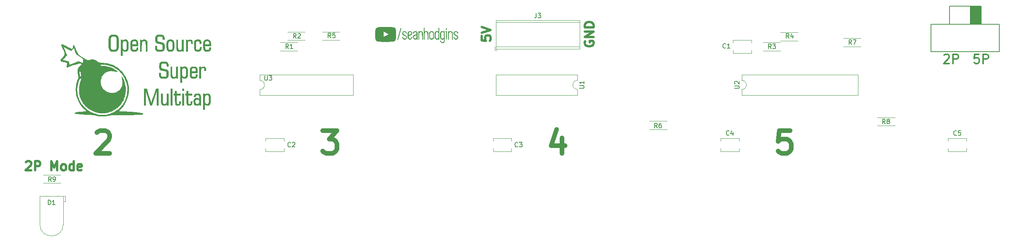
<source format=gbr>
G04 #@! TF.GenerationSoftware,KiCad,Pcbnew,(5.1.5)-3*
G04 #@! TF.CreationDate,2020-05-22T16:17:05-04:00*
G04 #@! TF.ProjectId,os_multitap,6f735f6d-756c-4746-9974-61702e6b6963,rev?*
G04 #@! TF.SameCoordinates,Original*
G04 #@! TF.FileFunction,Legend,Top*
G04 #@! TF.FilePolarity,Positive*
%FSLAX46Y46*%
G04 Gerber Fmt 4.6, Leading zero omitted, Abs format (unit mm)*
G04 Created by KiCad (PCBNEW (5.1.5)-3) date 2020-05-22 16:17:05*
%MOMM*%
%LPD*%
G04 APERTURE LIST*
%ADD10C,0.500000*%
%ADD11C,1.000000*%
%ADD12C,0.010000*%
%ADD13C,0.120000*%
%ADD14C,0.150000*%
%ADD15C,0.100000*%
%ADD16C,0.300000*%
G04 APERTURE END LIST*
D10*
X169000000Y-92923809D02*
X168904761Y-93114285D01*
X168904761Y-93400000D01*
X169000000Y-93685714D01*
X169190476Y-93876190D01*
X169380952Y-93971428D01*
X169761904Y-94066666D01*
X170047619Y-94066666D01*
X170428571Y-93971428D01*
X170619047Y-93876190D01*
X170809523Y-93685714D01*
X170904761Y-93400000D01*
X170904761Y-93209523D01*
X170809523Y-92923809D01*
X170714285Y-92828571D01*
X170047619Y-92828571D01*
X170047619Y-93209523D01*
X170904761Y-91971428D02*
X168904761Y-91971428D01*
X170904761Y-90828571D01*
X168904761Y-90828571D01*
X170904761Y-89876190D02*
X168904761Y-89876190D01*
X168904761Y-89400000D01*
X169000000Y-89114285D01*
X169190476Y-88923809D01*
X169380952Y-88828571D01*
X169761904Y-88733333D01*
X170047619Y-88733333D01*
X170428571Y-88828571D01*
X170619047Y-88923809D01*
X170809523Y-89114285D01*
X170904761Y-89400000D01*
X170904761Y-89876190D01*
X146304761Y-91780952D02*
X146304761Y-92733333D01*
X147257142Y-92828571D01*
X147161904Y-92733333D01*
X147066666Y-92542857D01*
X147066666Y-92066666D01*
X147161904Y-91876190D01*
X147257142Y-91780952D01*
X147447619Y-91685714D01*
X147923809Y-91685714D01*
X148114285Y-91780952D01*
X148209523Y-91876190D01*
X148304761Y-92066666D01*
X148304761Y-92542857D01*
X148209523Y-92733333D01*
X148114285Y-92828571D01*
X146304761Y-91114285D02*
X148304761Y-90447619D01*
X146304761Y-89780952D01*
X46357142Y-119495238D02*
X46452380Y-119400000D01*
X46642857Y-119304761D01*
X47119047Y-119304761D01*
X47309523Y-119400000D01*
X47404761Y-119495238D01*
X47500000Y-119685714D01*
X47500000Y-119876190D01*
X47404761Y-120161904D01*
X46261904Y-121304761D01*
X47500000Y-121304761D01*
X48357142Y-121304761D02*
X48357142Y-119304761D01*
X49119047Y-119304761D01*
X49309523Y-119400000D01*
X49404761Y-119495238D01*
X49500000Y-119685714D01*
X49500000Y-119971428D01*
X49404761Y-120161904D01*
X49309523Y-120257142D01*
X49119047Y-120352380D01*
X48357142Y-120352380D01*
X51880952Y-121304761D02*
X51880952Y-119304761D01*
X52547619Y-120733333D01*
X53214285Y-119304761D01*
X53214285Y-121304761D01*
X54452380Y-121304761D02*
X54261904Y-121209523D01*
X54166666Y-121114285D01*
X54071428Y-120923809D01*
X54071428Y-120352380D01*
X54166666Y-120161904D01*
X54261904Y-120066666D01*
X54452380Y-119971428D01*
X54738095Y-119971428D01*
X54928571Y-120066666D01*
X55023809Y-120161904D01*
X55119047Y-120352380D01*
X55119047Y-120923809D01*
X55023809Y-121114285D01*
X54928571Y-121209523D01*
X54738095Y-121304761D01*
X54452380Y-121304761D01*
X56833333Y-121304761D02*
X56833333Y-119304761D01*
X56833333Y-121209523D02*
X56642857Y-121304761D01*
X56261904Y-121304761D01*
X56071428Y-121209523D01*
X55976190Y-121114285D01*
X55880952Y-120923809D01*
X55880952Y-120352380D01*
X55976190Y-120161904D01*
X56071428Y-120066666D01*
X56261904Y-119971428D01*
X56642857Y-119971428D01*
X56833333Y-120066666D01*
X58547619Y-121209523D02*
X58357142Y-121304761D01*
X57976190Y-121304761D01*
X57785714Y-121209523D01*
X57690476Y-121019047D01*
X57690476Y-120257142D01*
X57785714Y-120066666D01*
X57976190Y-119971428D01*
X58357142Y-119971428D01*
X58547619Y-120066666D01*
X58642857Y-120257142D01*
X58642857Y-120447619D01*
X57690476Y-120638095D01*
D11*
X213990476Y-112561904D02*
X211609523Y-112561904D01*
X211371428Y-114942857D01*
X211609523Y-114704761D01*
X212085714Y-114466666D01*
X213276190Y-114466666D01*
X213752380Y-114704761D01*
X213990476Y-114942857D01*
X214228571Y-115419047D01*
X214228571Y-116609523D01*
X213990476Y-117085714D01*
X213752380Y-117323809D01*
X213276190Y-117561904D01*
X212085714Y-117561904D01*
X211609523Y-117323809D01*
X211371428Y-117085714D01*
X163919046Y-114228571D02*
X163919046Y-117561904D01*
X162728570Y-112323809D02*
X161538094Y-115895238D01*
X164633332Y-115895238D01*
X111466666Y-112561904D02*
X114561904Y-112561904D01*
X112895237Y-114466666D01*
X113609523Y-114466666D01*
X114085713Y-114704761D01*
X114323809Y-114942857D01*
X114561904Y-115419047D01*
X114561904Y-116609523D01*
X114323809Y-117085714D01*
X114085713Y-117323809D01*
X113609523Y-117561904D01*
X112180952Y-117561904D01*
X111704761Y-117323809D01*
X111466666Y-117085714D01*
X61871428Y-113038095D02*
X62109523Y-112800000D01*
X62585714Y-112561904D01*
X63776190Y-112561904D01*
X64252380Y-112800000D01*
X64490476Y-113038095D01*
X64728571Y-113514285D01*
X64728571Y-113990476D01*
X64490476Y-114704761D01*
X61633333Y-117561904D01*
X64728571Y-117561904D01*
D12*
G36*
X138559307Y-90121081D02*
G01*
X138605057Y-90147664D01*
X138631324Y-90189417D01*
X138634543Y-90210923D01*
X138621227Y-90248099D01*
X138589238Y-90282286D01*
X138550516Y-90301927D01*
X138539174Y-90303255D01*
X138504572Y-90292467D01*
X138475595Y-90271465D01*
X138448497Y-90232827D01*
X138450194Y-90195495D01*
X138481106Y-90153275D01*
X138483807Y-90150544D01*
X138521393Y-90122553D01*
X138556322Y-90120259D01*
X138559307Y-90121081D01*
G37*
X138559307Y-90121081D02*
X138605057Y-90147664D01*
X138631324Y-90189417D01*
X138634543Y-90210923D01*
X138621227Y-90248099D01*
X138589238Y-90282286D01*
X138550516Y-90301927D01*
X138539174Y-90303255D01*
X138504572Y-90292467D01*
X138475595Y-90271465D01*
X138448497Y-90232827D01*
X138450194Y-90195495D01*
X138481106Y-90153275D01*
X138483807Y-90150544D01*
X138521393Y-90122553D01*
X138556322Y-90120259D01*
X138559307Y-90121081D01*
G36*
X138634543Y-92449062D02*
G01*
X138507385Y-92449062D01*
X138507385Y-90827785D01*
X138451753Y-90827785D01*
X138416133Y-90825860D01*
X138400304Y-90813976D01*
X138396245Y-90782967D01*
X138396120Y-90764206D01*
X138396120Y-90700626D01*
X138634543Y-90700626D01*
X138634543Y-92449062D01*
G37*
X138634543Y-92449062D02*
X138507385Y-92449062D01*
X138507385Y-90827785D01*
X138451753Y-90827785D01*
X138416133Y-90825860D01*
X138400304Y-90813976D01*
X138396245Y-90782967D01*
X138396120Y-90764206D01*
X138396120Y-90700626D01*
X138634543Y-90700626D01*
X138634543Y-92449062D01*
G36*
X139548995Y-90730875D02*
G01*
X139651202Y-90772649D01*
X139742005Y-90836632D01*
X139816546Y-90921454D01*
X139869160Y-91023546D01*
X139874231Y-91049459D01*
X139878492Y-91098372D01*
X139881980Y-91171700D01*
X139884732Y-91270863D01*
X139886786Y-91397278D01*
X139888179Y-91552363D01*
X139888948Y-91737537D01*
X139889029Y-91777504D01*
X139890238Y-92480852D01*
X139780524Y-92480852D01*
X139775776Y-91785451D01*
X139774591Y-91618440D01*
X139773424Y-91480182D01*
X139772118Y-91367639D01*
X139770519Y-91277776D01*
X139768470Y-91207556D01*
X139765814Y-91153941D01*
X139762397Y-91113896D01*
X139758063Y-91084384D01*
X139752654Y-91062369D01*
X139746016Y-91044812D01*
X139737993Y-91028679D01*
X139736810Y-91026471D01*
X139673907Y-90938319D01*
X139594828Y-90877531D01*
X139499617Y-90844134D01*
X139421339Y-90837065D01*
X139314575Y-90850780D01*
X139223910Y-90891905D01*
X139149389Y-90960414D01*
X139105869Y-91026471D01*
X139097650Y-91042640D01*
X139090837Y-91059820D01*
X139085276Y-91081047D01*
X139080812Y-91109358D01*
X139077288Y-91147789D01*
X139074551Y-91199377D01*
X139072443Y-91267159D01*
X139070811Y-91354171D01*
X139069498Y-91463449D01*
X139068350Y-91598031D01*
X139067211Y-91760953D01*
X139067048Y-91785451D01*
X139062444Y-92480852D01*
X139010092Y-92480852D01*
X138971039Y-92477910D01*
X138947727Y-92470776D01*
X138947143Y-92470255D01*
X138945148Y-92452805D01*
X138943275Y-92406500D01*
X138941561Y-92334273D01*
X138940040Y-92239061D01*
X138938749Y-92123796D01*
X138937722Y-91991413D01*
X138936995Y-91844848D01*
X138936605Y-91687033D01*
X138936546Y-91596037D01*
X138936546Y-90732416D01*
X139063705Y-90732416D01*
X139063705Y-90861073D01*
X139123311Y-90813270D01*
X139222542Y-90752508D01*
X139329806Y-90719435D01*
X139440243Y-90712681D01*
X139548995Y-90730875D01*
G37*
X139548995Y-90730875D02*
X139651202Y-90772649D01*
X139742005Y-90836632D01*
X139816546Y-90921454D01*
X139869160Y-91023546D01*
X139874231Y-91049459D01*
X139878492Y-91098372D01*
X139881980Y-91171700D01*
X139884732Y-91270863D01*
X139886786Y-91397278D01*
X139888179Y-91552363D01*
X139888948Y-91737537D01*
X139889029Y-91777504D01*
X139890238Y-92480852D01*
X139780524Y-92480852D01*
X139775776Y-91785451D01*
X139774591Y-91618440D01*
X139773424Y-91480182D01*
X139772118Y-91367639D01*
X139770519Y-91277776D01*
X139768470Y-91207556D01*
X139765814Y-91153941D01*
X139762397Y-91113896D01*
X139758063Y-91084384D01*
X139752654Y-91062369D01*
X139746016Y-91044812D01*
X139737993Y-91028679D01*
X139736810Y-91026471D01*
X139673907Y-90938319D01*
X139594828Y-90877531D01*
X139499617Y-90844134D01*
X139421339Y-90837065D01*
X139314575Y-90850780D01*
X139223910Y-90891905D01*
X139149389Y-90960414D01*
X139105869Y-91026471D01*
X139097650Y-91042640D01*
X139090837Y-91059820D01*
X139085276Y-91081047D01*
X139080812Y-91109358D01*
X139077288Y-91147789D01*
X139074551Y-91199377D01*
X139072443Y-91267159D01*
X139070811Y-91354171D01*
X139069498Y-91463449D01*
X139068350Y-91598031D01*
X139067211Y-91760953D01*
X139067048Y-91785451D01*
X139062444Y-92480852D01*
X139010092Y-92480852D01*
X138971039Y-92477910D01*
X138947727Y-92470776D01*
X138947143Y-92470255D01*
X138945148Y-92452805D01*
X138943275Y-92406500D01*
X138941561Y-92334273D01*
X138940040Y-92239061D01*
X138938749Y-92123796D01*
X138937722Y-91991413D01*
X138936995Y-91844848D01*
X138936605Y-91687033D01*
X138936546Y-91596037D01*
X138936546Y-90732416D01*
X139063705Y-90732416D01*
X139063705Y-90861073D01*
X139123311Y-90813270D01*
X139222542Y-90752508D01*
X139329806Y-90719435D01*
X139440243Y-90712681D01*
X139548995Y-90730875D01*
G36*
X133738924Y-90865523D02*
G01*
X133782635Y-90823664D01*
X133865320Y-90765262D01*
X133964884Y-90728018D01*
X134073551Y-90713023D01*
X134183547Y-90721363D01*
X134285275Y-90753288D01*
X134384190Y-90814109D01*
X134466018Y-90895669D01*
X134524356Y-90991271D01*
X134532976Y-91012377D01*
X134540815Y-91034667D01*
X134547282Y-91057836D01*
X134552510Y-91085033D01*
X134556629Y-91119409D01*
X134559770Y-91164112D01*
X134562066Y-91222294D01*
X134563647Y-91297104D01*
X134564645Y-91391692D01*
X134565192Y-91509208D01*
X134565418Y-91652803D01*
X134565457Y-91790981D01*
X134565457Y-92482771D01*
X134505851Y-92477837D01*
X134446246Y-92472904D01*
X134438298Y-91773530D01*
X134430351Y-91074156D01*
X134386217Y-90999077D01*
X134324120Y-90922301D01*
X134245364Y-90868881D01*
X134155802Y-90839724D01*
X134061285Y-90835740D01*
X133967665Y-90857834D01*
X133880794Y-90906916D01*
X133866596Y-90918455D01*
X133839112Y-90941841D01*
X133816195Y-90962779D01*
X133797399Y-90984268D01*
X133782275Y-91009306D01*
X133770376Y-91040891D01*
X133761254Y-91082021D01*
X133754462Y-91135693D01*
X133749553Y-91204906D01*
X133746077Y-91292658D01*
X133743589Y-91401947D01*
X133741639Y-91535770D01*
X133739781Y-91697126D01*
X133738924Y-91773530D01*
X133730977Y-92472904D01*
X133682721Y-92477631D01*
X133645031Y-92477605D01*
X133623115Y-92471008D01*
X133621339Y-92453705D01*
X133619648Y-92407030D01*
X133618064Y-92333401D01*
X133616609Y-92235236D01*
X133615304Y-92114954D01*
X133614170Y-91974971D01*
X133613229Y-91817706D01*
X133612503Y-91645577D01*
X133612013Y-91461001D01*
X133611781Y-91266398D01*
X133611765Y-91198665D01*
X133611765Y-89937673D01*
X133738924Y-89937673D01*
X133738924Y-90865523D01*
G37*
X133738924Y-90865523D02*
X133782635Y-90823664D01*
X133865320Y-90765262D01*
X133964884Y-90728018D01*
X134073551Y-90713023D01*
X134183547Y-90721363D01*
X134285275Y-90753288D01*
X134384190Y-90814109D01*
X134466018Y-90895669D01*
X134524356Y-90991271D01*
X134532976Y-91012377D01*
X134540815Y-91034667D01*
X134547282Y-91057836D01*
X134552510Y-91085033D01*
X134556629Y-91119409D01*
X134559770Y-91164112D01*
X134562066Y-91222294D01*
X134563647Y-91297104D01*
X134564645Y-91391692D01*
X134565192Y-91509208D01*
X134565418Y-91652803D01*
X134565457Y-91790981D01*
X134565457Y-92482771D01*
X134505851Y-92477837D01*
X134446246Y-92472904D01*
X134438298Y-91773530D01*
X134430351Y-91074156D01*
X134386217Y-90999077D01*
X134324120Y-90922301D01*
X134245364Y-90868881D01*
X134155802Y-90839724D01*
X134061285Y-90835740D01*
X133967665Y-90857834D01*
X133880794Y-90906916D01*
X133866596Y-90918455D01*
X133839112Y-90941841D01*
X133816195Y-90962779D01*
X133797399Y-90984268D01*
X133782275Y-91009306D01*
X133770376Y-91040891D01*
X133761254Y-91082021D01*
X133754462Y-91135693D01*
X133749553Y-91204906D01*
X133746077Y-91292658D01*
X133743589Y-91401947D01*
X133741639Y-91535770D01*
X133739781Y-91697126D01*
X133738924Y-91773530D01*
X133730977Y-92472904D01*
X133682721Y-92477631D01*
X133645031Y-92477605D01*
X133623115Y-92471008D01*
X133621339Y-92453705D01*
X133619648Y-92407030D01*
X133618064Y-92333401D01*
X133616609Y-92235236D01*
X133615304Y-92114954D01*
X133614170Y-91974971D01*
X133613229Y-91817706D01*
X133612503Y-91645577D01*
X133612013Y-91461001D01*
X133611781Y-91266398D01*
X133611765Y-91198665D01*
X133611765Y-89937673D01*
X133738924Y-89937673D01*
X133738924Y-90865523D01*
G36*
X132989080Y-90720588D02*
G01*
X133085321Y-90749003D01*
X133165251Y-90796416D01*
X133240662Y-90864269D01*
X133303287Y-90943499D01*
X133344856Y-91025043D01*
X133349151Y-91038203D01*
X133355232Y-91063453D01*
X133360244Y-91096429D01*
X133364280Y-91140126D01*
X133367437Y-91197539D01*
X133369808Y-91271666D01*
X133371489Y-91365501D01*
X133372575Y-91482040D01*
X133373161Y-91624280D01*
X133373342Y-91795215D01*
X133373342Y-92482771D01*
X133313736Y-92477837D01*
X133254130Y-92472904D01*
X133246183Y-91773530D01*
X133244231Y-91600764D01*
X133242382Y-91456760D01*
X133240230Y-91338493D01*
X133237370Y-91242940D01*
X133233397Y-91167077D01*
X133227907Y-91107880D01*
X133220495Y-91062324D01*
X133210754Y-91027386D01*
X133198281Y-91000041D01*
X133182670Y-90977266D01*
X133163517Y-90956037D01*
X133140415Y-90933329D01*
X133132637Y-90925759D01*
X133082225Y-90889303D01*
X133015213Y-90856915D01*
X132945896Y-90834526D01*
X132896496Y-90827785D01*
X132836241Y-90837244D01*
X132766325Y-90861667D01*
X132701043Y-90895123D01*
X132660355Y-90925759D01*
X132635987Y-90949503D01*
X132615689Y-90970859D01*
X132599056Y-90992851D01*
X132585682Y-91018504D01*
X132575163Y-91050841D01*
X132567093Y-91092886D01*
X132561067Y-91147664D01*
X132556681Y-91218199D01*
X132553529Y-91307514D01*
X132551207Y-91418633D01*
X132549309Y-91554581D01*
X132547431Y-91718381D01*
X132546809Y-91773530D01*
X132538861Y-92472904D01*
X132479256Y-92477837D01*
X132419650Y-92482771D01*
X132419650Y-90732416D01*
X132546809Y-90732416D01*
X132546809Y-90865523D01*
X132590520Y-90823664D01*
X132672219Y-90766078D01*
X132771231Y-90728895D01*
X132879528Y-90713328D01*
X132989080Y-90720588D01*
G37*
X132989080Y-90720588D02*
X133085321Y-90749003D01*
X133165251Y-90796416D01*
X133240662Y-90864269D01*
X133303287Y-90943499D01*
X133344856Y-91025043D01*
X133349151Y-91038203D01*
X133355232Y-91063453D01*
X133360244Y-91096429D01*
X133364280Y-91140126D01*
X133367437Y-91197539D01*
X133369808Y-91271666D01*
X133371489Y-91365501D01*
X133372575Y-91482040D01*
X133373161Y-91624280D01*
X133373342Y-91795215D01*
X133373342Y-92482771D01*
X133313736Y-92477837D01*
X133254130Y-92472904D01*
X133246183Y-91773530D01*
X133244231Y-91600764D01*
X133242382Y-91456760D01*
X133240230Y-91338493D01*
X133237370Y-91242940D01*
X133233397Y-91167077D01*
X133227907Y-91107880D01*
X133220495Y-91062324D01*
X133210754Y-91027386D01*
X133198281Y-91000041D01*
X133182670Y-90977266D01*
X133163517Y-90956037D01*
X133140415Y-90933329D01*
X133132637Y-90925759D01*
X133082225Y-90889303D01*
X133015213Y-90856915D01*
X132945896Y-90834526D01*
X132896496Y-90827785D01*
X132836241Y-90837244D01*
X132766325Y-90861667D01*
X132701043Y-90895123D01*
X132660355Y-90925759D01*
X132635987Y-90949503D01*
X132615689Y-90970859D01*
X132599056Y-90992851D01*
X132585682Y-91018504D01*
X132575163Y-91050841D01*
X132567093Y-91092886D01*
X132561067Y-91147664D01*
X132556681Y-91218199D01*
X132553529Y-91307514D01*
X132551207Y-91418633D01*
X132549309Y-91554581D01*
X132547431Y-91718381D01*
X132546809Y-91773530D01*
X132538861Y-92472904D01*
X132479256Y-92477837D01*
X132419650Y-92482771D01*
X132419650Y-90732416D01*
X132546809Y-90732416D01*
X132546809Y-90865523D01*
X132590520Y-90823664D01*
X132672219Y-90766078D01*
X132771231Y-90728895D01*
X132879528Y-90713328D01*
X132989080Y-90720588D01*
G36*
X128587204Y-90083110D02*
G01*
X128593605Y-90083646D01*
X128649097Y-90088674D01*
X128304534Y-91256947D01*
X128249466Y-91443543D01*
X128196839Y-91621650D01*
X128147367Y-91788861D01*
X128101765Y-91942769D01*
X128060749Y-92080967D01*
X128025033Y-92201048D01*
X127995332Y-92300606D01*
X127972363Y-92377235D01*
X127956840Y-92428526D01*
X127949477Y-92452074D01*
X127949132Y-92453036D01*
X127926336Y-92474559D01*
X127882164Y-92480852D01*
X127845170Y-92479311D01*
X127826558Y-92475519D01*
X127826033Y-92474675D01*
X127830410Y-92458053D01*
X127842984Y-92413854D01*
X127862921Y-92344903D01*
X127889387Y-92254024D01*
X127921549Y-92144039D01*
X127958572Y-92017773D01*
X127999622Y-91878048D01*
X128043865Y-91727690D01*
X128090467Y-91569520D01*
X128138595Y-91406364D01*
X128187413Y-91241044D01*
X128236087Y-91076384D01*
X128283785Y-90915208D01*
X128329672Y-90760340D01*
X128372913Y-90614602D01*
X128412675Y-90480819D01*
X128448123Y-90361814D01*
X128478424Y-90260411D01*
X128502744Y-90179433D01*
X128520248Y-90121705D01*
X128530102Y-90090049D01*
X128531976Y-90084754D01*
X128550302Y-90081951D01*
X128587204Y-90083110D01*
G37*
X128587204Y-90083110D02*
X128593605Y-90083646D01*
X128649097Y-90088674D01*
X128304534Y-91256947D01*
X128249466Y-91443543D01*
X128196839Y-91621650D01*
X128147367Y-91788861D01*
X128101765Y-91942769D01*
X128060749Y-92080967D01*
X128025033Y-92201048D01*
X127995332Y-92300606D01*
X127972363Y-92377235D01*
X127956840Y-92428526D01*
X127949477Y-92452074D01*
X127949132Y-92453036D01*
X127926336Y-92474559D01*
X127882164Y-92480852D01*
X127845170Y-92479311D01*
X127826558Y-92475519D01*
X127826033Y-92474675D01*
X127830410Y-92458053D01*
X127842984Y-92413854D01*
X127862921Y-92344903D01*
X127889387Y-92254024D01*
X127921549Y-92144039D01*
X127958572Y-92017773D01*
X127999622Y-91878048D01*
X128043865Y-91727690D01*
X128090467Y-91569520D01*
X128138595Y-91406364D01*
X128187413Y-91241044D01*
X128236087Y-91076384D01*
X128283785Y-90915208D01*
X128329672Y-90760340D01*
X128372913Y-90614602D01*
X128412675Y-90480819D01*
X128448123Y-90361814D01*
X128478424Y-90260411D01*
X128502744Y-90179433D01*
X128520248Y-90121705D01*
X128530102Y-90090049D01*
X128531976Y-90084754D01*
X128550302Y-90081951D01*
X128587204Y-90083110D01*
G36*
X140732993Y-90726840D02*
G01*
X140841275Y-90769142D01*
X140934512Y-90835469D01*
X141008917Y-90922404D01*
X141060701Y-91026530D01*
X141085441Y-91137735D01*
X141085820Y-91169551D01*
X141072359Y-91184078D01*
X141036403Y-91189916D01*
X141032622Y-91190238D01*
X140994617Y-91191125D01*
X140975963Y-91179557D01*
X140965994Y-91147033D01*
X140963742Y-91135345D01*
X140929965Y-91030491D01*
X140873342Y-90945896D01*
X140796671Y-90883942D01*
X140702747Y-90847010D01*
X140613455Y-90837065D01*
X140507022Y-90851175D01*
X140416224Y-90892061D01*
X140343538Y-90957563D01*
X140291444Y-91045517D01*
X140264270Y-91141741D01*
X140260681Y-91195256D01*
X140272227Y-91245307D01*
X140288498Y-91282623D01*
X140313353Y-91322925D01*
X140350240Y-91362961D01*
X140402505Y-91405093D01*
X140473496Y-91451684D01*
X140566560Y-91505095D01*
X140685043Y-91567689D01*
X140711937Y-91581442D01*
X140846444Y-91658267D01*
X140950304Y-91736843D01*
X141024657Y-91818776D01*
X141070644Y-91905670D01*
X141089409Y-91999129D01*
X141082090Y-92100758D01*
X141081942Y-92101544D01*
X141046115Y-92211972D01*
X140985935Y-92308187D01*
X140906047Y-92387235D01*
X140811094Y-92446160D01*
X140705720Y-92482009D01*
X140594567Y-92491826D01*
X140493457Y-92475972D01*
X140389019Y-92432576D01*
X140297892Y-92367592D01*
X140224306Y-92286100D01*
X140172490Y-92193182D01*
X140146672Y-92093917D01*
X140144556Y-92056806D01*
X140147364Y-92021004D01*
X140162358Y-92006625D01*
X140198419Y-92004005D01*
X140234492Y-92007076D01*
X140252491Y-92022517D01*
X140262720Y-92059673D01*
X140263326Y-92062872D01*
X140295918Y-92161286D01*
X140351680Y-92246255D01*
X140425668Y-92311969D01*
X140508903Y-92351445D01*
X140612656Y-92369101D01*
X140707745Y-92356561D01*
X140796151Y-92313307D01*
X140860216Y-92259446D01*
X140907424Y-92207017D01*
X140936160Y-92158873D01*
X140954302Y-92101518D01*
X140955513Y-92096212D01*
X140965412Y-92033151D01*
X140963408Y-91976984D01*
X140947161Y-91925210D01*
X140914331Y-91875331D01*
X140862577Y-91824848D01*
X140789558Y-91771263D01*
X140692934Y-91712076D01*
X140570364Y-91644788D01*
X140496691Y-91606332D01*
X140396855Y-91547981D01*
X140307086Y-91482419D01*
X140233326Y-91414710D01*
X140181516Y-91349918D01*
X140168618Y-91326691D01*
X140149626Y-91258660D01*
X140145289Y-91173967D01*
X140154870Y-91083765D01*
X140177632Y-90999206D01*
X140192540Y-90964850D01*
X140257759Y-90869616D01*
X140344845Y-90794029D01*
X140448458Y-90741299D01*
X140563255Y-90714634D01*
X140613455Y-90711980D01*
X140732993Y-90726840D01*
G37*
X140732993Y-90726840D02*
X140841275Y-90769142D01*
X140934512Y-90835469D01*
X141008917Y-90922404D01*
X141060701Y-91026530D01*
X141085441Y-91137735D01*
X141085820Y-91169551D01*
X141072359Y-91184078D01*
X141036403Y-91189916D01*
X141032622Y-91190238D01*
X140994617Y-91191125D01*
X140975963Y-91179557D01*
X140965994Y-91147033D01*
X140963742Y-91135345D01*
X140929965Y-91030491D01*
X140873342Y-90945896D01*
X140796671Y-90883942D01*
X140702747Y-90847010D01*
X140613455Y-90837065D01*
X140507022Y-90851175D01*
X140416224Y-90892061D01*
X140343538Y-90957563D01*
X140291444Y-91045517D01*
X140264270Y-91141741D01*
X140260681Y-91195256D01*
X140272227Y-91245307D01*
X140288498Y-91282623D01*
X140313353Y-91322925D01*
X140350240Y-91362961D01*
X140402505Y-91405093D01*
X140473496Y-91451684D01*
X140566560Y-91505095D01*
X140685043Y-91567689D01*
X140711937Y-91581442D01*
X140846444Y-91658267D01*
X140950304Y-91736843D01*
X141024657Y-91818776D01*
X141070644Y-91905670D01*
X141089409Y-91999129D01*
X141082090Y-92100758D01*
X141081942Y-92101544D01*
X141046115Y-92211972D01*
X140985935Y-92308187D01*
X140906047Y-92387235D01*
X140811094Y-92446160D01*
X140705720Y-92482009D01*
X140594567Y-92491826D01*
X140493457Y-92475972D01*
X140389019Y-92432576D01*
X140297892Y-92367592D01*
X140224306Y-92286100D01*
X140172490Y-92193182D01*
X140146672Y-92093917D01*
X140144556Y-92056806D01*
X140147364Y-92021004D01*
X140162358Y-92006625D01*
X140198419Y-92004005D01*
X140234492Y-92007076D01*
X140252491Y-92022517D01*
X140262720Y-92059673D01*
X140263326Y-92062872D01*
X140295918Y-92161286D01*
X140351680Y-92246255D01*
X140425668Y-92311969D01*
X140508903Y-92351445D01*
X140612656Y-92369101D01*
X140707745Y-92356561D01*
X140796151Y-92313307D01*
X140860216Y-92259446D01*
X140907424Y-92207017D01*
X140936160Y-92158873D01*
X140954302Y-92101518D01*
X140955513Y-92096212D01*
X140965412Y-92033151D01*
X140963408Y-91976984D01*
X140947161Y-91925210D01*
X140914331Y-91875331D01*
X140862577Y-91824848D01*
X140789558Y-91771263D01*
X140692934Y-91712076D01*
X140570364Y-91644788D01*
X140496691Y-91606332D01*
X140396855Y-91547981D01*
X140307086Y-91482419D01*
X140233326Y-91414710D01*
X140181516Y-91349918D01*
X140168618Y-91326691D01*
X140149626Y-91258660D01*
X140145289Y-91173967D01*
X140154870Y-91083765D01*
X140177632Y-90999206D01*
X140192540Y-90964850D01*
X140257759Y-90869616D01*
X140344845Y-90794029D01*
X140448458Y-90741299D01*
X140563255Y-90714634D01*
X140613455Y-90711980D01*
X140732993Y-90726840D01*
G36*
X136949687Y-92480852D02*
G01*
X136894055Y-92480852D01*
X136860095Y-92479382D01*
X136843862Y-92469257D01*
X136838811Y-92441906D01*
X136838423Y-92407989D01*
X136838423Y-92335126D01*
X136776246Y-92384372D01*
X136726091Y-92419642D01*
X136674309Y-92449476D01*
X136658207Y-92456958D01*
X136584980Y-92477853D01*
X136498714Y-92488380D01*
X136415415Y-92487225D01*
X136373252Y-92480314D01*
X136263122Y-92437591D01*
X136165659Y-92370119D01*
X136086844Y-92283095D01*
X136034235Y-92185864D01*
X136025824Y-92161737D01*
X136019118Y-92135228D01*
X136013928Y-92102599D01*
X136010062Y-92060111D01*
X136007331Y-92004024D01*
X136005544Y-91930599D01*
X136004511Y-91836096D01*
X136004041Y-91716777D01*
X136003943Y-91590739D01*
X136003943Y-91584648D01*
X136122957Y-91584648D01*
X136123236Y-91701409D01*
X136124477Y-91813753D01*
X136126685Y-91916509D01*
X136129863Y-92004506D01*
X136134015Y-92072576D01*
X136139145Y-92115546D01*
X136140554Y-92121668D01*
X136161497Y-92168233D01*
X136196864Y-92221453D01*
X136223914Y-92253442D01*
X136307036Y-92320703D01*
X136399253Y-92358901D01*
X136496768Y-92367232D01*
X136595782Y-92344892D01*
X136615895Y-92336462D01*
X136696945Y-92290515D01*
X136756659Y-92232626D01*
X136796259Y-92170902D01*
X136805720Y-92152164D01*
X136813256Y-92132516D01*
X136819085Y-92108295D01*
X136823427Y-92075838D01*
X136826499Y-92031482D01*
X136828520Y-91971563D01*
X136829710Y-91892419D01*
X136830285Y-91790386D01*
X136830465Y-91661802D01*
X136830476Y-91597440D01*
X136830476Y-91087558D01*
X136782371Y-91009750D01*
X136720836Y-90934503D01*
X136656459Y-90883837D01*
X136566589Y-90845554D01*
X136472041Y-90835073D01*
X136378602Y-90850181D01*
X136292063Y-90888663D01*
X136218213Y-90948304D01*
X136162841Y-91026891D01*
X136141297Y-91080868D01*
X136135876Y-91115552D01*
X136131396Y-91176842D01*
X136127861Y-91259567D01*
X136125273Y-91358557D01*
X136123637Y-91468641D01*
X136122957Y-91584648D01*
X136003943Y-91584648D01*
X136003943Y-91074156D01*
X136048546Y-90983325D01*
X136115636Y-90880647D01*
X136203231Y-90800186D01*
X136307185Y-90744522D01*
X136423350Y-90716235D01*
X136482947Y-90713145D01*
X136587036Y-90723646D01*
X136679868Y-90755832D01*
X136762923Y-90805962D01*
X136838423Y-90859522D01*
X136838423Y-89937673D01*
X136949687Y-89937673D01*
X136949687Y-92480852D01*
G37*
X136949687Y-92480852D02*
X136894055Y-92480852D01*
X136860095Y-92479382D01*
X136843862Y-92469257D01*
X136838811Y-92441906D01*
X136838423Y-92407989D01*
X136838423Y-92335126D01*
X136776246Y-92384372D01*
X136726091Y-92419642D01*
X136674309Y-92449476D01*
X136658207Y-92456958D01*
X136584980Y-92477853D01*
X136498714Y-92488380D01*
X136415415Y-92487225D01*
X136373252Y-92480314D01*
X136263122Y-92437591D01*
X136165659Y-92370119D01*
X136086844Y-92283095D01*
X136034235Y-92185864D01*
X136025824Y-92161737D01*
X136019118Y-92135228D01*
X136013928Y-92102599D01*
X136010062Y-92060111D01*
X136007331Y-92004024D01*
X136005544Y-91930599D01*
X136004511Y-91836096D01*
X136004041Y-91716777D01*
X136003943Y-91590739D01*
X136003943Y-91584648D01*
X136122957Y-91584648D01*
X136123236Y-91701409D01*
X136124477Y-91813753D01*
X136126685Y-91916509D01*
X136129863Y-92004506D01*
X136134015Y-92072576D01*
X136139145Y-92115546D01*
X136140554Y-92121668D01*
X136161497Y-92168233D01*
X136196864Y-92221453D01*
X136223914Y-92253442D01*
X136307036Y-92320703D01*
X136399253Y-92358901D01*
X136496768Y-92367232D01*
X136595782Y-92344892D01*
X136615895Y-92336462D01*
X136696945Y-92290515D01*
X136756659Y-92232626D01*
X136796259Y-92170902D01*
X136805720Y-92152164D01*
X136813256Y-92132516D01*
X136819085Y-92108295D01*
X136823427Y-92075838D01*
X136826499Y-92031482D01*
X136828520Y-91971563D01*
X136829710Y-91892419D01*
X136830285Y-91790386D01*
X136830465Y-91661802D01*
X136830476Y-91597440D01*
X136830476Y-91087558D01*
X136782371Y-91009750D01*
X136720836Y-90934503D01*
X136656459Y-90883837D01*
X136566589Y-90845554D01*
X136472041Y-90835073D01*
X136378602Y-90850181D01*
X136292063Y-90888663D01*
X136218213Y-90948304D01*
X136162841Y-91026891D01*
X136141297Y-91080868D01*
X136135876Y-91115552D01*
X136131396Y-91176842D01*
X136127861Y-91259567D01*
X136125273Y-91358557D01*
X136123637Y-91468641D01*
X136122957Y-91584648D01*
X136003943Y-91584648D01*
X136003943Y-91074156D01*
X136048546Y-90983325D01*
X136115636Y-90880647D01*
X136203231Y-90800186D01*
X136307185Y-90744522D01*
X136423350Y-90716235D01*
X136482947Y-90713145D01*
X136587036Y-90723646D01*
X136679868Y-90755832D01*
X136762923Y-90805962D01*
X136838423Y-90859522D01*
X136838423Y-89937673D01*
X136949687Y-89937673D01*
X136949687Y-92480852D01*
G36*
X135438096Y-90737896D02*
G01*
X135535768Y-90783353D01*
X135621345Y-90850773D01*
X135690265Y-90939240D01*
X135733625Y-91034102D01*
X135740776Y-91059630D01*
X135746387Y-91090679D01*
X135750581Y-91130881D01*
X135753487Y-91183868D01*
X135755230Y-91253271D01*
X135755935Y-91342723D01*
X135755729Y-91455855D01*
X135754738Y-91596299D01*
X135754411Y-91633049D01*
X135753031Y-91775911D01*
X135751625Y-91890616D01*
X135749942Y-91980794D01*
X135747731Y-92050077D01*
X135744743Y-92102095D01*
X135740725Y-92140481D01*
X135735429Y-92168865D01*
X135728603Y-92190878D01*
X135719997Y-92210152D01*
X135713764Y-92222118D01*
X135642922Y-92327506D01*
X135556845Y-92405951D01*
X135498194Y-92440347D01*
X135408941Y-92472492D01*
X135311805Y-92488671D01*
X135218936Y-92487615D01*
X135161515Y-92475464D01*
X135074716Y-92441165D01*
X135006486Y-92399301D01*
X134943616Y-92341567D01*
X134936665Y-92334112D01*
X134904514Y-92298073D01*
X134878410Y-92264258D01*
X134857725Y-92228966D01*
X134841830Y-92188491D01*
X134830095Y-92139130D01*
X134821893Y-92077180D01*
X134816594Y-91998937D01*
X134813570Y-91900697D01*
X134812193Y-91778757D01*
X134811833Y-91629412D01*
X134811831Y-91614581D01*
X134931477Y-91614581D01*
X134931690Y-91751732D01*
X134932306Y-91860914D01*
X134933545Y-91945949D01*
X134935624Y-92010655D01*
X134938761Y-92058855D01*
X134943174Y-92094369D01*
X134949081Y-92121018D01*
X134956699Y-92142621D01*
X134962306Y-92155007D01*
X135022069Y-92247968D01*
X135097590Y-92315353D01*
X135185101Y-92355814D01*
X135280836Y-92368007D01*
X135381029Y-92350586D01*
X135440700Y-92325877D01*
X135526655Y-92267451D01*
X135574683Y-92213243D01*
X135622466Y-92144321D01*
X135622466Y-91055939D01*
X135579111Y-90990425D01*
X135511937Y-90915186D01*
X135429872Y-90864577D01*
X135338465Y-90838882D01*
X135243267Y-90838385D01*
X135149827Y-90863369D01*
X135063695Y-90914119D01*
X135013849Y-90961521D01*
X134978991Y-91010485D01*
X134952543Y-91063697D01*
X134947890Y-91077695D01*
X134943081Y-91111466D01*
X134938966Y-91173649D01*
X134935648Y-91260868D01*
X134933230Y-91369752D01*
X134931815Y-91496926D01*
X134931477Y-91614581D01*
X134811831Y-91614581D01*
X134811828Y-91598686D01*
X134812082Y-91444004D01*
X134813236Y-91317428D01*
X134815879Y-91215278D01*
X134820600Y-91133872D01*
X134827987Y-91069527D01*
X134838628Y-91018564D01*
X134853113Y-90977300D01*
X134872029Y-90942053D01*
X134895966Y-90909144D01*
X134925512Y-90874889D01*
X134927983Y-90872149D01*
X135017700Y-90794036D01*
X135118131Y-90742471D01*
X135224716Y-90716538D01*
X135332891Y-90715318D01*
X135438096Y-90737896D01*
G37*
X135438096Y-90737896D02*
X135535768Y-90783353D01*
X135621345Y-90850773D01*
X135690265Y-90939240D01*
X135733625Y-91034102D01*
X135740776Y-91059630D01*
X135746387Y-91090679D01*
X135750581Y-91130881D01*
X135753487Y-91183868D01*
X135755230Y-91253271D01*
X135755935Y-91342723D01*
X135755729Y-91455855D01*
X135754738Y-91596299D01*
X135754411Y-91633049D01*
X135753031Y-91775911D01*
X135751625Y-91890616D01*
X135749942Y-91980794D01*
X135747731Y-92050077D01*
X135744743Y-92102095D01*
X135740725Y-92140481D01*
X135735429Y-92168865D01*
X135728603Y-92190878D01*
X135719997Y-92210152D01*
X135713764Y-92222118D01*
X135642922Y-92327506D01*
X135556845Y-92405951D01*
X135498194Y-92440347D01*
X135408941Y-92472492D01*
X135311805Y-92488671D01*
X135218936Y-92487615D01*
X135161515Y-92475464D01*
X135074716Y-92441165D01*
X135006486Y-92399301D01*
X134943616Y-92341567D01*
X134936665Y-92334112D01*
X134904514Y-92298073D01*
X134878410Y-92264258D01*
X134857725Y-92228966D01*
X134841830Y-92188491D01*
X134830095Y-92139130D01*
X134821893Y-92077180D01*
X134816594Y-91998937D01*
X134813570Y-91900697D01*
X134812193Y-91778757D01*
X134811833Y-91629412D01*
X134811831Y-91614581D01*
X134931477Y-91614581D01*
X134931690Y-91751732D01*
X134932306Y-91860914D01*
X134933545Y-91945949D01*
X134935624Y-92010655D01*
X134938761Y-92058855D01*
X134943174Y-92094369D01*
X134949081Y-92121018D01*
X134956699Y-92142621D01*
X134962306Y-92155007D01*
X135022069Y-92247968D01*
X135097590Y-92315353D01*
X135185101Y-92355814D01*
X135280836Y-92368007D01*
X135381029Y-92350586D01*
X135440700Y-92325877D01*
X135526655Y-92267451D01*
X135574683Y-92213243D01*
X135622466Y-92144321D01*
X135622466Y-91055939D01*
X135579111Y-90990425D01*
X135511937Y-90915186D01*
X135429872Y-90864577D01*
X135338465Y-90838882D01*
X135243267Y-90838385D01*
X135149827Y-90863369D01*
X135063695Y-90914119D01*
X135013849Y-90961521D01*
X134978991Y-91010485D01*
X134952543Y-91063697D01*
X134947890Y-91077695D01*
X134943081Y-91111466D01*
X134938966Y-91173649D01*
X134935648Y-91260868D01*
X134933230Y-91369752D01*
X134931815Y-91496926D01*
X134931477Y-91614581D01*
X134811831Y-91614581D01*
X134811828Y-91598686D01*
X134812082Y-91444004D01*
X134813236Y-91317428D01*
X134815879Y-91215278D01*
X134820600Y-91133872D01*
X134827987Y-91069527D01*
X134838628Y-91018564D01*
X134853113Y-90977300D01*
X134872029Y-90942053D01*
X134895966Y-90909144D01*
X134925512Y-90874889D01*
X134927983Y-90872149D01*
X135017700Y-90794036D01*
X135118131Y-90742471D01*
X135224716Y-90716538D01*
X135332891Y-90715318D01*
X135438096Y-90737896D01*
G36*
X131837647Y-90726661D02*
G01*
X131938919Y-90766586D01*
X132029042Y-90831420D01*
X132103705Y-90920274D01*
X132139307Y-90984788D01*
X132147400Y-91003188D01*
X132154094Y-91022195D01*
X132159523Y-91044858D01*
X132163817Y-91074223D01*
X132167111Y-91113336D01*
X132169537Y-91165244D01*
X132171226Y-91232995D01*
X132172313Y-91319635D01*
X132172928Y-91428211D01*
X132173206Y-91561769D01*
X132173278Y-91723356D01*
X132173279Y-91765582D01*
X132173279Y-92472904D01*
X132117647Y-92472904D01*
X132082826Y-92470895D01*
X132065351Y-92459040D01*
X132057168Y-92428598D01*
X132054068Y-92403876D01*
X132046120Y-92334848D01*
X132008793Y-92374776D01*
X131948467Y-92420771D01*
X131867483Y-92457402D01*
X131776283Y-92481911D01*
X131685303Y-92491537D01*
X131604985Y-92483524D01*
X131601064Y-92482512D01*
X131482359Y-92436133D01*
X131383259Y-92367140D01*
X131306604Y-92277990D01*
X131261399Y-92188693D01*
X131237913Y-92099745D01*
X131227543Y-92000843D01*
X131229818Y-91922777D01*
X131356650Y-91922777D01*
X131356881Y-91996998D01*
X131357153Y-92004452D01*
X131361041Y-92075399D01*
X131367722Y-92124537D01*
X131379742Y-92161849D01*
X131399646Y-92197313D01*
X131410424Y-92213273D01*
X131480660Y-92288566D01*
X131566401Y-92339150D01*
X131661719Y-92363792D01*
X131760686Y-92361261D01*
X131857375Y-92330324D01*
X131889212Y-92312785D01*
X131953668Y-92261698D01*
X132002494Y-92194010D01*
X132009654Y-92180762D01*
X132025343Y-92149825D01*
X132036820Y-92122266D01*
X132044743Y-92092514D01*
X132049770Y-92054997D01*
X132052560Y-92004143D01*
X132053771Y-91934381D01*
X132054062Y-91840137D01*
X132054068Y-91804876D01*
X132054068Y-91514007D01*
X131792267Y-91614170D01*
X131660995Y-91665736D01*
X131557491Y-91709601D01*
X131479061Y-91747148D01*
X131423009Y-91779761D01*
X131386641Y-91808827D01*
X131369366Y-91831446D01*
X131360989Y-91865081D01*
X131356650Y-91922777D01*
X131229818Y-91922777D01*
X131230388Y-91903246D01*
X131246544Y-91818218D01*
X131257943Y-91787580D01*
X131274173Y-91755513D01*
X131293658Y-91726966D01*
X131319414Y-91700309D01*
X131354460Y-91673908D01*
X131401813Y-91646132D01*
X131464490Y-91615350D01*
X131545509Y-91579930D01*
X131647888Y-91538239D01*
X131774643Y-91488646D01*
X131899093Y-91440861D01*
X132054068Y-91381638D01*
X132053979Y-91251739D01*
X132050322Y-91149952D01*
X132037918Y-91071704D01*
X132014378Y-91009386D01*
X131977315Y-90955390D01*
X131952622Y-90928790D01*
X131871210Y-90867427D01*
X131781426Y-90836127D01*
X131686061Y-90835187D01*
X131587908Y-90864906D01*
X131548172Y-90885631D01*
X131497939Y-90924412D01*
X131450331Y-90976846D01*
X131412006Y-91033789D01*
X131389620Y-91086096D01*
X131386483Y-91107757D01*
X131380190Y-91158677D01*
X131358127Y-91185349D01*
X131315520Y-91193356D01*
X131313256Y-91193367D01*
X131278229Y-91191181D01*
X131263023Y-91178399D01*
X131259391Y-91145686D01*
X131259324Y-91132326D01*
X131269367Y-91072779D01*
X131295852Y-91001221D01*
X131333316Y-90928676D01*
X131376292Y-90866169D01*
X131407274Y-90833829D01*
X131510038Y-90765228D01*
X131618895Y-90725093D01*
X131729535Y-90712533D01*
X131837647Y-90726661D01*
G37*
X131837647Y-90726661D02*
X131938919Y-90766586D01*
X132029042Y-90831420D01*
X132103705Y-90920274D01*
X132139307Y-90984788D01*
X132147400Y-91003188D01*
X132154094Y-91022195D01*
X132159523Y-91044858D01*
X132163817Y-91074223D01*
X132167111Y-91113336D01*
X132169537Y-91165244D01*
X132171226Y-91232995D01*
X132172313Y-91319635D01*
X132172928Y-91428211D01*
X132173206Y-91561769D01*
X132173278Y-91723356D01*
X132173279Y-91765582D01*
X132173279Y-92472904D01*
X132117647Y-92472904D01*
X132082826Y-92470895D01*
X132065351Y-92459040D01*
X132057168Y-92428598D01*
X132054068Y-92403876D01*
X132046120Y-92334848D01*
X132008793Y-92374776D01*
X131948467Y-92420771D01*
X131867483Y-92457402D01*
X131776283Y-92481911D01*
X131685303Y-92491537D01*
X131604985Y-92483524D01*
X131601064Y-92482512D01*
X131482359Y-92436133D01*
X131383259Y-92367140D01*
X131306604Y-92277990D01*
X131261399Y-92188693D01*
X131237913Y-92099745D01*
X131227543Y-92000843D01*
X131229818Y-91922777D01*
X131356650Y-91922777D01*
X131356881Y-91996998D01*
X131357153Y-92004452D01*
X131361041Y-92075399D01*
X131367722Y-92124537D01*
X131379742Y-92161849D01*
X131399646Y-92197313D01*
X131410424Y-92213273D01*
X131480660Y-92288566D01*
X131566401Y-92339150D01*
X131661719Y-92363792D01*
X131760686Y-92361261D01*
X131857375Y-92330324D01*
X131889212Y-92312785D01*
X131953668Y-92261698D01*
X132002494Y-92194010D01*
X132009654Y-92180762D01*
X132025343Y-92149825D01*
X132036820Y-92122266D01*
X132044743Y-92092514D01*
X132049770Y-92054997D01*
X132052560Y-92004143D01*
X132053771Y-91934381D01*
X132054062Y-91840137D01*
X132054068Y-91804876D01*
X132054068Y-91514007D01*
X131792267Y-91614170D01*
X131660995Y-91665736D01*
X131557491Y-91709601D01*
X131479061Y-91747148D01*
X131423009Y-91779761D01*
X131386641Y-91808827D01*
X131369366Y-91831446D01*
X131360989Y-91865081D01*
X131356650Y-91922777D01*
X131229818Y-91922777D01*
X131230388Y-91903246D01*
X131246544Y-91818218D01*
X131257943Y-91787580D01*
X131274173Y-91755513D01*
X131293658Y-91726966D01*
X131319414Y-91700309D01*
X131354460Y-91673908D01*
X131401813Y-91646132D01*
X131464490Y-91615350D01*
X131545509Y-91579930D01*
X131647888Y-91538239D01*
X131774643Y-91488646D01*
X131899093Y-91440861D01*
X132054068Y-91381638D01*
X132053979Y-91251739D01*
X132050322Y-91149952D01*
X132037918Y-91071704D01*
X132014378Y-91009386D01*
X131977315Y-90955390D01*
X131952622Y-90928790D01*
X131871210Y-90867427D01*
X131781426Y-90836127D01*
X131686061Y-90835187D01*
X131587908Y-90864906D01*
X131548172Y-90885631D01*
X131497939Y-90924412D01*
X131450331Y-90976846D01*
X131412006Y-91033789D01*
X131389620Y-91086096D01*
X131386483Y-91107757D01*
X131380190Y-91158677D01*
X131358127Y-91185349D01*
X131315520Y-91193356D01*
X131313256Y-91193367D01*
X131278229Y-91191181D01*
X131263023Y-91178399D01*
X131259391Y-91145686D01*
X131259324Y-91132326D01*
X131269367Y-91072779D01*
X131295852Y-91001221D01*
X131333316Y-90928676D01*
X131376292Y-90866169D01*
X131407274Y-90833829D01*
X131510038Y-90765228D01*
X131618895Y-90725093D01*
X131729535Y-90712533D01*
X131837647Y-90726661D01*
G36*
X130706271Y-90733645D02*
G01*
X130756614Y-90753288D01*
X130850657Y-90809983D01*
X130926470Y-90882836D01*
X130983073Y-90967233D01*
X131019484Y-91058557D01*
X131034720Y-91152195D01*
X131027801Y-91243531D01*
X130997744Y-91327950D01*
X130943568Y-91400837D01*
X130901690Y-91435337D01*
X130868956Y-91453269D01*
X130811437Y-91480037D01*
X130734205Y-91513565D01*
X130642333Y-91551776D01*
X130540894Y-91592593D01*
X130434961Y-91633939D01*
X130329605Y-91673739D01*
X130238079Y-91707014D01*
X130226150Y-91714745D01*
X130218167Y-91731514D01*
X130213368Y-91762779D01*
X130210991Y-91813996D01*
X130210275Y-91890622D01*
X130210263Y-91906322D01*
X130210786Y-91988798D01*
X130213224Y-92047546D01*
X130218880Y-92090626D01*
X130229060Y-92126092D01*
X130245066Y-92162004D01*
X130254677Y-92180762D01*
X130315709Y-92265920D01*
X130395817Y-92326005D01*
X130492921Y-92359677D01*
X130541312Y-92365834D01*
X130639685Y-92357720D01*
X130730554Y-92322774D01*
X130808408Y-92265261D01*
X130867736Y-92189446D01*
X130903026Y-92099594D01*
X130906196Y-92083480D01*
X130915397Y-92039418D01*
X130928971Y-92017728D01*
X130955451Y-92009263D01*
X130977545Y-92007020D01*
X131016346Y-92005728D01*
X131032964Y-92015219D01*
X131036754Y-92042301D01*
X131036796Y-92050134D01*
X131031182Y-92091553D01*
X131016712Y-92147681D01*
X131002932Y-92188693D01*
X130949163Y-92289593D01*
X130872858Y-92372947D01*
X130779399Y-92436123D01*
X130674169Y-92476492D01*
X130562552Y-92491424D01*
X130449930Y-92478289D01*
X130424844Y-92471146D01*
X130313316Y-92419605D01*
X130219805Y-92343216D01*
X130147674Y-92245338D01*
X130107685Y-92154020D01*
X130100200Y-92127328D01*
X130094360Y-92095873D01*
X130090024Y-92055869D01*
X130087055Y-92003529D01*
X130085310Y-91935066D01*
X130084649Y-91846693D01*
X130084934Y-91734624D01*
X130086024Y-91595071D01*
X130086105Y-91586424D01*
X130210263Y-91586424D01*
X130476502Y-91485500D01*
X130565219Y-91451564D01*
X130645864Y-91420146D01*
X130712777Y-91393495D01*
X130760301Y-91373860D01*
X130781024Y-91364472D01*
X130818907Y-91339691D01*
X130860384Y-91305983D01*
X130864472Y-91302228D01*
X130900415Y-91247965D01*
X130912484Y-91178126D01*
X130900727Y-91098074D01*
X130865191Y-91013170D01*
X130861896Y-91007326D01*
X130799137Y-90926961D01*
X130720232Y-90870806D01*
X130630665Y-90839772D01*
X130535918Y-90834772D01*
X130441471Y-90856715D01*
X130352809Y-90906513D01*
X130336193Y-90919946D01*
X130292216Y-90961167D01*
X130259733Y-91002555D01*
X130237059Y-91049831D01*
X130222509Y-91108714D01*
X130214397Y-91184925D01*
X130211039Y-91284183D01*
X130210612Y-91346185D01*
X130210263Y-91586424D01*
X130086105Y-91586424D01*
X130086225Y-91573858D01*
X130087656Y-91434194D01*
X130089138Y-91322500D01*
X130090944Y-91234954D01*
X130093346Y-91167738D01*
X130096617Y-91117030D01*
X130101030Y-91079010D01*
X130106857Y-91049859D01*
X130114372Y-91025756D01*
X130123848Y-91002882D01*
X130127576Y-90994681D01*
X130190765Y-90892000D01*
X130273587Y-90810559D01*
X130371295Y-90752183D01*
X130479143Y-90718690D01*
X130592384Y-90711904D01*
X130706271Y-90733645D01*
G37*
X130706271Y-90733645D02*
X130756614Y-90753288D01*
X130850657Y-90809983D01*
X130926470Y-90882836D01*
X130983073Y-90967233D01*
X131019484Y-91058557D01*
X131034720Y-91152195D01*
X131027801Y-91243531D01*
X130997744Y-91327950D01*
X130943568Y-91400837D01*
X130901690Y-91435337D01*
X130868956Y-91453269D01*
X130811437Y-91480037D01*
X130734205Y-91513565D01*
X130642333Y-91551776D01*
X130540894Y-91592593D01*
X130434961Y-91633939D01*
X130329605Y-91673739D01*
X130238079Y-91707014D01*
X130226150Y-91714745D01*
X130218167Y-91731514D01*
X130213368Y-91762779D01*
X130210991Y-91813996D01*
X130210275Y-91890622D01*
X130210263Y-91906322D01*
X130210786Y-91988798D01*
X130213224Y-92047546D01*
X130218880Y-92090626D01*
X130229060Y-92126092D01*
X130245066Y-92162004D01*
X130254677Y-92180762D01*
X130315709Y-92265920D01*
X130395817Y-92326005D01*
X130492921Y-92359677D01*
X130541312Y-92365834D01*
X130639685Y-92357720D01*
X130730554Y-92322774D01*
X130808408Y-92265261D01*
X130867736Y-92189446D01*
X130903026Y-92099594D01*
X130906196Y-92083480D01*
X130915397Y-92039418D01*
X130928971Y-92017728D01*
X130955451Y-92009263D01*
X130977545Y-92007020D01*
X131016346Y-92005728D01*
X131032964Y-92015219D01*
X131036754Y-92042301D01*
X131036796Y-92050134D01*
X131031182Y-92091553D01*
X131016712Y-92147681D01*
X131002932Y-92188693D01*
X130949163Y-92289593D01*
X130872858Y-92372947D01*
X130779399Y-92436123D01*
X130674169Y-92476492D01*
X130562552Y-92491424D01*
X130449930Y-92478289D01*
X130424844Y-92471146D01*
X130313316Y-92419605D01*
X130219805Y-92343216D01*
X130147674Y-92245338D01*
X130107685Y-92154020D01*
X130100200Y-92127328D01*
X130094360Y-92095873D01*
X130090024Y-92055869D01*
X130087055Y-92003529D01*
X130085310Y-91935066D01*
X130084649Y-91846693D01*
X130084934Y-91734624D01*
X130086024Y-91595071D01*
X130086105Y-91586424D01*
X130210263Y-91586424D01*
X130476502Y-91485500D01*
X130565219Y-91451564D01*
X130645864Y-91420146D01*
X130712777Y-91393495D01*
X130760301Y-91373860D01*
X130781024Y-91364472D01*
X130818907Y-91339691D01*
X130860384Y-91305983D01*
X130864472Y-91302228D01*
X130900415Y-91247965D01*
X130912484Y-91178126D01*
X130900727Y-91098074D01*
X130865191Y-91013170D01*
X130861896Y-91007326D01*
X130799137Y-90926961D01*
X130720232Y-90870806D01*
X130630665Y-90839772D01*
X130535918Y-90834772D01*
X130441471Y-90856715D01*
X130352809Y-90906513D01*
X130336193Y-90919946D01*
X130292216Y-90961167D01*
X130259733Y-91002555D01*
X130237059Y-91049831D01*
X130222509Y-91108714D01*
X130214397Y-91184925D01*
X130211039Y-91284183D01*
X130210612Y-91346185D01*
X130210263Y-91586424D01*
X130086105Y-91586424D01*
X130086225Y-91573858D01*
X130087656Y-91434194D01*
X130089138Y-91322500D01*
X130090944Y-91234954D01*
X130093346Y-91167738D01*
X130096617Y-91117030D01*
X130101030Y-91079010D01*
X130106857Y-91049859D01*
X130114372Y-91025756D01*
X130123848Y-91002882D01*
X130127576Y-90994681D01*
X130190765Y-90892000D01*
X130273587Y-90810559D01*
X130371295Y-90752183D01*
X130479143Y-90718690D01*
X130592384Y-90711904D01*
X130706271Y-90733645D01*
G36*
X129508530Y-90731940D02*
G01*
X129556660Y-90749003D01*
X129642096Y-90799904D01*
X129718718Y-90871914D01*
X129781375Y-90957728D01*
X129824916Y-91050039D01*
X129844187Y-91141539D01*
X129844681Y-91157474D01*
X129841048Y-91182233D01*
X129824035Y-91191394D01*
X129786741Y-91190353D01*
X129751163Y-91184969D01*
X129730913Y-91170816D01*
X129717520Y-91139122D01*
X129709964Y-91110866D01*
X129670026Y-91008289D01*
X129607918Y-90928464D01*
X129523892Y-90871638D01*
X129438379Y-90842278D01*
X129341083Y-90834909D01*
X129248390Y-90855444D01*
X129165166Y-90899996D01*
X129096277Y-90964682D01*
X129046591Y-91045615D01*
X129020972Y-91138910D01*
X129018556Y-91177472D01*
X129022889Y-91231541D01*
X129038317Y-91280070D01*
X129067780Y-91325822D01*
X129114221Y-91371557D01*
X129180581Y-91420037D01*
X129269801Y-91474024D01*
X129384822Y-91536279D01*
X129420388Y-91554711D01*
X129561971Y-91634202D01*
X129673294Y-91712231D01*
X129755700Y-91790800D01*
X129810529Y-91871912D01*
X129839123Y-91957568D01*
X129842824Y-92049771D01*
X129822973Y-92150523D01*
X129821929Y-92154027D01*
X129772880Y-92264967D01*
X129699209Y-92356488D01*
X129602728Y-92426828D01*
X129495636Y-92471241D01*
X129412138Y-92490733D01*
X129339495Y-92493188D01*
X129261692Y-92478555D01*
X129233563Y-92470401D01*
X129128987Y-92424869D01*
X129038689Y-92359160D01*
X128980441Y-92293042D01*
X128944232Y-92228736D01*
X128914233Y-92153675D01*
X128895215Y-92081342D01*
X128890989Y-92040257D01*
X128894457Y-92015467D01*
X128910934Y-92006062D01*
X128949527Y-92006947D01*
X128950410Y-92007020D01*
X128990074Y-92013223D01*
X129009147Y-92029770D01*
X129018679Y-92066929D01*
X129019358Y-92071088D01*
X129049103Y-92161868D01*
X129103915Y-92242315D01*
X129177694Y-92307204D01*
X129264340Y-92351311D01*
X129357753Y-92369409D01*
X129367835Y-92369587D01*
X129462137Y-92354980D01*
X129548793Y-92314526D01*
X129622626Y-92253273D01*
X129678459Y-92176273D01*
X129711116Y-92088573D01*
X129717463Y-92028551D01*
X129713430Y-91972559D01*
X129699420Y-91923114D01*
X129672433Y-91877345D01*
X129629470Y-91832384D01*
X129567529Y-91785361D01*
X129483613Y-91733405D01*
X129374720Y-91673648D01*
X129312641Y-91641322D01*
X129172702Y-91563183D01*
X129062724Y-91487198D01*
X128981195Y-91411071D01*
X128926601Y-91332502D01*
X128897427Y-91249196D01*
X128892159Y-91158855D01*
X128909284Y-91059181D01*
X128915180Y-91038203D01*
X128952443Y-90957153D01*
X129012137Y-90876909D01*
X129085994Y-90806534D01*
X129165745Y-90755092D01*
X129179010Y-90749003D01*
X129283961Y-90719441D01*
X129397826Y-90713753D01*
X129508530Y-90731940D01*
G37*
X129508530Y-90731940D02*
X129556660Y-90749003D01*
X129642096Y-90799904D01*
X129718718Y-90871914D01*
X129781375Y-90957728D01*
X129824916Y-91050039D01*
X129844187Y-91141539D01*
X129844681Y-91157474D01*
X129841048Y-91182233D01*
X129824035Y-91191394D01*
X129786741Y-91190353D01*
X129751163Y-91184969D01*
X129730913Y-91170816D01*
X129717520Y-91139122D01*
X129709964Y-91110866D01*
X129670026Y-91008289D01*
X129607918Y-90928464D01*
X129523892Y-90871638D01*
X129438379Y-90842278D01*
X129341083Y-90834909D01*
X129248390Y-90855444D01*
X129165166Y-90899996D01*
X129096277Y-90964682D01*
X129046591Y-91045615D01*
X129020972Y-91138910D01*
X129018556Y-91177472D01*
X129022889Y-91231541D01*
X129038317Y-91280070D01*
X129067780Y-91325822D01*
X129114221Y-91371557D01*
X129180581Y-91420037D01*
X129269801Y-91474024D01*
X129384822Y-91536279D01*
X129420388Y-91554711D01*
X129561971Y-91634202D01*
X129673294Y-91712231D01*
X129755700Y-91790800D01*
X129810529Y-91871912D01*
X129839123Y-91957568D01*
X129842824Y-92049771D01*
X129822973Y-92150523D01*
X129821929Y-92154027D01*
X129772880Y-92264967D01*
X129699209Y-92356488D01*
X129602728Y-92426828D01*
X129495636Y-92471241D01*
X129412138Y-92490733D01*
X129339495Y-92493188D01*
X129261692Y-92478555D01*
X129233563Y-92470401D01*
X129128987Y-92424869D01*
X129038689Y-92359160D01*
X128980441Y-92293042D01*
X128944232Y-92228736D01*
X128914233Y-92153675D01*
X128895215Y-92081342D01*
X128890989Y-92040257D01*
X128894457Y-92015467D01*
X128910934Y-92006062D01*
X128949527Y-92006947D01*
X128950410Y-92007020D01*
X128990074Y-92013223D01*
X129009147Y-92029770D01*
X129018679Y-92066929D01*
X129019358Y-92071088D01*
X129049103Y-92161868D01*
X129103915Y-92242315D01*
X129177694Y-92307204D01*
X129264340Y-92351311D01*
X129357753Y-92369409D01*
X129367835Y-92369587D01*
X129462137Y-92354980D01*
X129548793Y-92314526D01*
X129622626Y-92253273D01*
X129678459Y-92176273D01*
X129711116Y-92088573D01*
X129717463Y-92028551D01*
X129713430Y-91972559D01*
X129699420Y-91923114D01*
X129672433Y-91877345D01*
X129629470Y-91832384D01*
X129567529Y-91785361D01*
X129483613Y-91733405D01*
X129374720Y-91673648D01*
X129312641Y-91641322D01*
X129172702Y-91563183D01*
X129062724Y-91487198D01*
X128981195Y-91411071D01*
X128926601Y-91332502D01*
X128897427Y-91249196D01*
X128892159Y-91158855D01*
X128909284Y-91059181D01*
X128915180Y-91038203D01*
X128952443Y-90957153D01*
X129012137Y-90876909D01*
X129085994Y-90806534D01*
X129165745Y-90755092D01*
X129179010Y-90749003D01*
X129283961Y-90719441D01*
X129397826Y-90713753D01*
X129508530Y-90731940D01*
G36*
X126106409Y-89825190D02*
G01*
X126149124Y-89826548D01*
X126330903Y-89832733D01*
X126484075Y-89838654D01*
X126611817Y-89844651D01*
X126717305Y-89851059D01*
X126803716Y-89858218D01*
X126874227Y-89866464D01*
X126932015Y-89876137D01*
X126980256Y-89887572D01*
X127022128Y-89901109D01*
X127060807Y-89917085D01*
X127078419Y-89925354D01*
X127180864Y-89989090D01*
X127265044Y-90073205D01*
X127332063Y-90179619D01*
X127383024Y-90310255D01*
X127419033Y-90467034D01*
X127429322Y-90536142D01*
X127442354Y-90649962D01*
X127452466Y-90770094D01*
X127459892Y-90901708D01*
X127464866Y-91049974D01*
X127467621Y-91220062D01*
X127468398Y-91400000D01*
X127466773Y-91638757D01*
X127461614Y-91848244D01*
X127452490Y-92030831D01*
X127438975Y-92188885D01*
X127420641Y-92324776D01*
X127397058Y-92440871D01*
X127367799Y-92539539D01*
X127332436Y-92623148D01*
X127290540Y-92694067D01*
X127241683Y-92754665D01*
X127219392Y-92777218D01*
X127149193Y-92836150D01*
X127074545Y-92880263D01*
X126988539Y-92912179D01*
X126884266Y-92934523D01*
X126767701Y-92948746D01*
X126668404Y-92956223D01*
X126541007Y-92962958D01*
X126389193Y-92968917D01*
X126216646Y-92974066D01*
X126027048Y-92978372D01*
X125824081Y-92981802D01*
X125611428Y-92984320D01*
X125392772Y-92985893D01*
X125171796Y-92986488D01*
X124952182Y-92986071D01*
X124737612Y-92984607D01*
X124531770Y-92982064D01*
X124338339Y-92978408D01*
X124161000Y-92973604D01*
X124138423Y-92972863D01*
X123948117Y-92965126D01*
X123786419Y-92955234D01*
X123650181Y-92942455D01*
X123536253Y-92926062D01*
X123441487Y-92905324D01*
X123362733Y-92879512D01*
X123296843Y-92847897D01*
X123240667Y-92809748D01*
X123191056Y-92764336D01*
X123178051Y-92750374D01*
X123133127Y-92694085D01*
X123094469Y-92630227D01*
X123061676Y-92556291D01*
X123034346Y-92469766D01*
X123012080Y-92368145D01*
X122994476Y-92248918D01*
X122981135Y-92109575D01*
X122971655Y-91947608D01*
X122965636Y-91760508D01*
X122962677Y-91545764D01*
X122962203Y-91398590D01*
X122962415Y-91361289D01*
X124742428Y-91361289D01*
X124742428Y-91990162D01*
X125040457Y-91836177D01*
X125155339Y-91776804D01*
X125286899Y-91708789D01*
X125423585Y-91638103D01*
X125553847Y-91570721D01*
X125644462Y-91523832D01*
X125734115Y-91476953D01*
X125813395Y-91434581D01*
X125878223Y-91398972D01*
X125924520Y-91372382D01*
X125948208Y-91357067D01*
X125950438Y-91354601D01*
X125937089Y-91343705D01*
X125900630Y-91321776D01*
X125846445Y-91291878D01*
X125779918Y-91257074D01*
X125771621Y-91252845D01*
X125709034Y-91220808D01*
X125624138Y-91177020D01*
X125522772Y-91124510D01*
X125410774Y-91066306D01*
X125293979Y-91005439D01*
X125182532Y-90947189D01*
X125077490Y-90892459D01*
X124981372Y-90842873D01*
X124897830Y-90800276D01*
X124830521Y-90766515D01*
X124783097Y-90743434D01*
X124759214Y-90732881D01*
X124757344Y-90732416D01*
X124753590Y-90747952D01*
X124750292Y-90793129D01*
X124747503Y-90865801D01*
X124745271Y-90963823D01*
X124743650Y-91085049D01*
X124742688Y-91227331D01*
X124742428Y-91361289D01*
X122962415Y-91361289D01*
X122963534Y-91164926D01*
X122967798Y-90960451D01*
X122975406Y-90782665D01*
X122986766Y-90629068D01*
X123002287Y-90497161D01*
X123022379Y-90384442D01*
X123047451Y-90288413D01*
X123077912Y-90206574D01*
X123114170Y-90136423D01*
X123156636Y-90075461D01*
X123183952Y-90043676D01*
X123266410Y-89971683D01*
X123365665Y-89918364D01*
X123486440Y-89881544D01*
X123568158Y-89866900D01*
X123635750Y-89857550D01*
X123692939Y-89850244D01*
X123731352Y-89846024D01*
X123741052Y-89845394D01*
X123762371Y-89844819D01*
X123811392Y-89843267D01*
X123884045Y-89840874D01*
X123976263Y-89837775D01*
X124083975Y-89834108D01*
X124203115Y-89830008D01*
X124257635Y-89828118D01*
X124867741Y-89813929D01*
X125489692Y-89812948D01*
X126106409Y-89825190D01*
G37*
X126106409Y-89825190D02*
X126149124Y-89826548D01*
X126330903Y-89832733D01*
X126484075Y-89838654D01*
X126611817Y-89844651D01*
X126717305Y-89851059D01*
X126803716Y-89858218D01*
X126874227Y-89866464D01*
X126932015Y-89876137D01*
X126980256Y-89887572D01*
X127022128Y-89901109D01*
X127060807Y-89917085D01*
X127078419Y-89925354D01*
X127180864Y-89989090D01*
X127265044Y-90073205D01*
X127332063Y-90179619D01*
X127383024Y-90310255D01*
X127419033Y-90467034D01*
X127429322Y-90536142D01*
X127442354Y-90649962D01*
X127452466Y-90770094D01*
X127459892Y-90901708D01*
X127464866Y-91049974D01*
X127467621Y-91220062D01*
X127468398Y-91400000D01*
X127466773Y-91638757D01*
X127461614Y-91848244D01*
X127452490Y-92030831D01*
X127438975Y-92188885D01*
X127420641Y-92324776D01*
X127397058Y-92440871D01*
X127367799Y-92539539D01*
X127332436Y-92623148D01*
X127290540Y-92694067D01*
X127241683Y-92754665D01*
X127219392Y-92777218D01*
X127149193Y-92836150D01*
X127074545Y-92880263D01*
X126988539Y-92912179D01*
X126884266Y-92934523D01*
X126767701Y-92948746D01*
X126668404Y-92956223D01*
X126541007Y-92962958D01*
X126389193Y-92968917D01*
X126216646Y-92974066D01*
X126027048Y-92978372D01*
X125824081Y-92981802D01*
X125611428Y-92984320D01*
X125392772Y-92985893D01*
X125171796Y-92986488D01*
X124952182Y-92986071D01*
X124737612Y-92984607D01*
X124531770Y-92982064D01*
X124338339Y-92978408D01*
X124161000Y-92973604D01*
X124138423Y-92972863D01*
X123948117Y-92965126D01*
X123786419Y-92955234D01*
X123650181Y-92942455D01*
X123536253Y-92926062D01*
X123441487Y-92905324D01*
X123362733Y-92879512D01*
X123296843Y-92847897D01*
X123240667Y-92809748D01*
X123191056Y-92764336D01*
X123178051Y-92750374D01*
X123133127Y-92694085D01*
X123094469Y-92630227D01*
X123061676Y-92556291D01*
X123034346Y-92469766D01*
X123012080Y-92368145D01*
X122994476Y-92248918D01*
X122981135Y-92109575D01*
X122971655Y-91947608D01*
X122965636Y-91760508D01*
X122962677Y-91545764D01*
X122962203Y-91398590D01*
X122962415Y-91361289D01*
X124742428Y-91361289D01*
X124742428Y-91990162D01*
X125040457Y-91836177D01*
X125155339Y-91776804D01*
X125286899Y-91708789D01*
X125423585Y-91638103D01*
X125553847Y-91570721D01*
X125644462Y-91523832D01*
X125734115Y-91476953D01*
X125813395Y-91434581D01*
X125878223Y-91398972D01*
X125924520Y-91372382D01*
X125948208Y-91357067D01*
X125950438Y-91354601D01*
X125937089Y-91343705D01*
X125900630Y-91321776D01*
X125846445Y-91291878D01*
X125779918Y-91257074D01*
X125771621Y-91252845D01*
X125709034Y-91220808D01*
X125624138Y-91177020D01*
X125522772Y-91124510D01*
X125410774Y-91066306D01*
X125293979Y-91005439D01*
X125182532Y-90947189D01*
X125077490Y-90892459D01*
X124981372Y-90842873D01*
X124897830Y-90800276D01*
X124830521Y-90766515D01*
X124783097Y-90743434D01*
X124759214Y-90732881D01*
X124757344Y-90732416D01*
X124753590Y-90747952D01*
X124750292Y-90793129D01*
X124747503Y-90865801D01*
X124745271Y-90963823D01*
X124743650Y-91085049D01*
X124742688Y-91227331D01*
X124742428Y-91361289D01*
X122962415Y-91361289D01*
X122963534Y-91164926D01*
X122967798Y-90960451D01*
X122975406Y-90782665D01*
X122986766Y-90629068D01*
X123002287Y-90497161D01*
X123022379Y-90384442D01*
X123047451Y-90288413D01*
X123077912Y-90206574D01*
X123114170Y-90136423D01*
X123156636Y-90075461D01*
X123183952Y-90043676D01*
X123266410Y-89971683D01*
X123365665Y-89918364D01*
X123486440Y-89881544D01*
X123568158Y-89866900D01*
X123635750Y-89857550D01*
X123692939Y-89850244D01*
X123731352Y-89846024D01*
X123741052Y-89845394D01*
X123762371Y-89844819D01*
X123811392Y-89843267D01*
X123884045Y-89840874D01*
X123976263Y-89837775D01*
X124083975Y-89834108D01*
X124203115Y-89830008D01*
X124257635Y-89828118D01*
X124867741Y-89813929D01*
X125489692Y-89812948D01*
X126106409Y-89825190D01*
G36*
X137768919Y-90721812D02*
G01*
X137882264Y-90762283D01*
X137955038Y-90805962D01*
X138030538Y-90859522D01*
X138030538Y-90795969D01*
X138032225Y-90755272D01*
X138042633Y-90737191D01*
X138069788Y-90732557D01*
X138086171Y-90732416D01*
X138141803Y-90732416D01*
X138141647Y-91833136D01*
X138141492Y-92933855D01*
X138103224Y-93016046D01*
X138040546Y-93115490D01*
X137957309Y-93194784D01*
X137858718Y-93251808D01*
X137749976Y-93284443D01*
X137636288Y-93290570D01*
X137522858Y-93268068D01*
X137502520Y-93260677D01*
X137396814Y-93205203D01*
X137314658Y-93129548D01*
X137253635Y-93032302D01*
X137227780Y-92971659D01*
X137207559Y-92912745D01*
X137198447Y-92874250D01*
X137190109Y-92814644D01*
X137251292Y-92814644D01*
X137290923Y-92816809D01*
X137310443Y-92829371D01*
X137320265Y-92861432D01*
X137323077Y-92877397D01*
X137347893Y-92951355D01*
X137393586Y-93026692D01*
X137452149Y-93091505D01*
X137483765Y-93116253D01*
X137531950Y-93141595D01*
X137589620Y-93155934D01*
X137649962Y-93161682D01*
X137713932Y-93163284D01*
X137760452Y-93157526D01*
X137803521Y-93141672D01*
X137834492Y-93125651D01*
X137918818Y-93062150D01*
X137981670Y-92978226D01*
X138012718Y-92902066D01*
X138018892Y-92863971D01*
X138024134Y-92801428D01*
X138028032Y-92721773D01*
X138030170Y-92632344D01*
X138030450Y-92588247D01*
X138030538Y-92338008D01*
X137959712Y-92392071D01*
X137875962Y-92445516D01*
X137790485Y-92475827D01*
X137691413Y-92486825D01*
X137664957Y-92487021D01*
X137545055Y-92470981D01*
X137436047Y-92426320D01*
X137341354Y-92355318D01*
X137264396Y-92260252D01*
X137230405Y-92197536D01*
X137220888Y-92175682D01*
X137213311Y-92153327D01*
X137207453Y-92126725D01*
X137203095Y-92092134D01*
X137200015Y-92045807D01*
X137197992Y-91984001D01*
X137196807Y-91902972D01*
X137196416Y-91831450D01*
X137316395Y-91831450D01*
X137318152Y-91933084D01*
X137322348Y-92013835D01*
X137329540Y-92077336D01*
X137340285Y-92127218D01*
X137355138Y-92167114D01*
X137374657Y-92200657D01*
X137399398Y-92231479D01*
X137426585Y-92259889D01*
X137511228Y-92326707D01*
X137601296Y-92362415D01*
X137698599Y-92367482D01*
X137777456Y-92351445D01*
X137856947Y-92313273D01*
X137929676Y-92252149D01*
X137985452Y-92176723D01*
X137987289Y-92173338D01*
X137997052Y-92154088D01*
X138004827Y-92134401D01*
X138010840Y-92110595D01*
X138015317Y-92078988D01*
X138018484Y-92035899D01*
X138020568Y-91977646D01*
X138021793Y-91900547D01*
X138022388Y-91800922D01*
X138022578Y-91675089D01*
X138022591Y-91598686D01*
X138022513Y-91457746D01*
X138022132Y-91344928D01*
X138021230Y-91256561D01*
X138019586Y-91188978D01*
X138016982Y-91138510D01*
X138013197Y-91101489D01*
X138008014Y-91074245D01*
X138001211Y-91053110D01*
X137992571Y-91034415D01*
X137988374Y-91026471D01*
X137925472Y-90938319D01*
X137846392Y-90877531D01*
X137751181Y-90844134D01*
X137672904Y-90837065D01*
X137566139Y-90850780D01*
X137475474Y-90891905D01*
X137400953Y-90960414D01*
X137357433Y-91026471D01*
X137347494Y-91046445D01*
X137339619Y-91067835D01*
X137333513Y-91094548D01*
X137328883Y-91130490D01*
X137325435Y-91179568D01*
X137322875Y-91245688D01*
X137320909Y-91332756D01*
X137319243Y-91444680D01*
X137317972Y-91551002D01*
X137316520Y-91705300D01*
X137316395Y-91831450D01*
X137196416Y-91831450D01*
X137196238Y-91798975D01*
X137196066Y-91668265D01*
X137196058Y-91614581D01*
X137196314Y-91456757D01*
X137197535Y-91327077D01*
X137200397Y-91221896D01*
X137205578Y-91137571D01*
X137213756Y-91070456D01*
X137225608Y-91016907D01*
X137241812Y-90973280D01*
X137263044Y-90935929D01*
X137289983Y-90901212D01*
X137323306Y-90865483D01*
X137338075Y-90850591D01*
X137434078Y-90775399D01*
X137540662Y-90728671D01*
X137653664Y-90710708D01*
X137768919Y-90721812D01*
G37*
X137768919Y-90721812D02*
X137882264Y-90762283D01*
X137955038Y-90805962D01*
X138030538Y-90859522D01*
X138030538Y-90795969D01*
X138032225Y-90755272D01*
X138042633Y-90737191D01*
X138069788Y-90732557D01*
X138086171Y-90732416D01*
X138141803Y-90732416D01*
X138141647Y-91833136D01*
X138141492Y-92933855D01*
X138103224Y-93016046D01*
X138040546Y-93115490D01*
X137957309Y-93194784D01*
X137858718Y-93251808D01*
X137749976Y-93284443D01*
X137636288Y-93290570D01*
X137522858Y-93268068D01*
X137502520Y-93260677D01*
X137396814Y-93205203D01*
X137314658Y-93129548D01*
X137253635Y-93032302D01*
X137227780Y-92971659D01*
X137207559Y-92912745D01*
X137198447Y-92874250D01*
X137190109Y-92814644D01*
X137251292Y-92814644D01*
X137290923Y-92816809D01*
X137310443Y-92829371D01*
X137320265Y-92861432D01*
X137323077Y-92877397D01*
X137347893Y-92951355D01*
X137393586Y-93026692D01*
X137452149Y-93091505D01*
X137483765Y-93116253D01*
X137531950Y-93141595D01*
X137589620Y-93155934D01*
X137649962Y-93161682D01*
X137713932Y-93163284D01*
X137760452Y-93157526D01*
X137803521Y-93141672D01*
X137834492Y-93125651D01*
X137918818Y-93062150D01*
X137981670Y-92978226D01*
X138012718Y-92902066D01*
X138018892Y-92863971D01*
X138024134Y-92801428D01*
X138028032Y-92721773D01*
X138030170Y-92632344D01*
X138030450Y-92588247D01*
X138030538Y-92338008D01*
X137959712Y-92392071D01*
X137875962Y-92445516D01*
X137790485Y-92475827D01*
X137691413Y-92486825D01*
X137664957Y-92487021D01*
X137545055Y-92470981D01*
X137436047Y-92426320D01*
X137341354Y-92355318D01*
X137264396Y-92260252D01*
X137230405Y-92197536D01*
X137220888Y-92175682D01*
X137213311Y-92153327D01*
X137207453Y-92126725D01*
X137203095Y-92092134D01*
X137200015Y-92045807D01*
X137197992Y-91984001D01*
X137196807Y-91902972D01*
X137196416Y-91831450D01*
X137316395Y-91831450D01*
X137318152Y-91933084D01*
X137322348Y-92013835D01*
X137329540Y-92077336D01*
X137340285Y-92127218D01*
X137355138Y-92167114D01*
X137374657Y-92200657D01*
X137399398Y-92231479D01*
X137426585Y-92259889D01*
X137511228Y-92326707D01*
X137601296Y-92362415D01*
X137698599Y-92367482D01*
X137777456Y-92351445D01*
X137856947Y-92313273D01*
X137929676Y-92252149D01*
X137985452Y-92176723D01*
X137987289Y-92173338D01*
X137997052Y-92154088D01*
X138004827Y-92134401D01*
X138010840Y-92110595D01*
X138015317Y-92078988D01*
X138018484Y-92035899D01*
X138020568Y-91977646D01*
X138021793Y-91900547D01*
X138022388Y-91800922D01*
X138022578Y-91675089D01*
X138022591Y-91598686D01*
X138022513Y-91457746D01*
X138022132Y-91344928D01*
X138021230Y-91256561D01*
X138019586Y-91188978D01*
X138016982Y-91138510D01*
X138013197Y-91101489D01*
X138008014Y-91074245D01*
X138001211Y-91053110D01*
X137992571Y-91034415D01*
X137988374Y-91026471D01*
X137925472Y-90938319D01*
X137846392Y-90877531D01*
X137751181Y-90844134D01*
X137672904Y-90837065D01*
X137566139Y-90850780D01*
X137475474Y-90891905D01*
X137400953Y-90960414D01*
X137357433Y-91026471D01*
X137347494Y-91046445D01*
X137339619Y-91067835D01*
X137333513Y-91094548D01*
X137328883Y-91130490D01*
X137325435Y-91179568D01*
X137322875Y-91245688D01*
X137320909Y-91332756D01*
X137319243Y-91444680D01*
X137317972Y-91551002D01*
X137316520Y-91705300D01*
X137316395Y-91831450D01*
X137196416Y-91831450D01*
X137196238Y-91798975D01*
X137196066Y-91668265D01*
X137196058Y-91614581D01*
X137196314Y-91456757D01*
X137197535Y-91327077D01*
X137200397Y-91221896D01*
X137205578Y-91137571D01*
X137213756Y-91070456D01*
X137225608Y-91016907D01*
X137241812Y-90973280D01*
X137263044Y-90935929D01*
X137289983Y-90901212D01*
X137323306Y-90865483D01*
X137338075Y-90850591D01*
X137434078Y-90775399D01*
X137540662Y-90728671D01*
X137653664Y-90710708D01*
X137768919Y-90721812D01*
G36*
X82420628Y-92558802D02*
G01*
X82479270Y-92562562D01*
X82525032Y-92570897D01*
X82567341Y-92585199D01*
X82590711Y-92595277D01*
X82670166Y-92640835D01*
X82733729Y-92700202D01*
X82782812Y-92776529D01*
X82818824Y-92872969D01*
X82843177Y-92992673D01*
X82857282Y-93138793D01*
X82860069Y-93197027D01*
X82868589Y-93423529D01*
X82562203Y-93423529D01*
X82562203Y-93297153D01*
X82554977Y-93154257D01*
X82532977Y-93038504D01*
X82495725Y-92948641D01*
X82442742Y-92883415D01*
X82390815Y-92849139D01*
X82346851Y-92830876D01*
X82304106Y-92822110D01*
X82250285Y-92821196D01*
X82203502Y-92824032D01*
X82087344Y-92843042D01*
X81993625Y-92882287D01*
X81919370Y-92944221D01*
X81861604Y-93031295D01*
X81818794Y-93141173D01*
X81813348Y-93162745D01*
X81808655Y-93190580D01*
X81804640Y-93227199D01*
X81801224Y-93275120D01*
X81798332Y-93336865D01*
X81795885Y-93414952D01*
X81793807Y-93511903D01*
X81792021Y-93630237D01*
X81790449Y-93772474D01*
X81789016Y-93941133D01*
X81787644Y-94138736D01*
X81787466Y-94166614D01*
X81781519Y-95108385D01*
X81465457Y-95108385D01*
X81465457Y-92596996D01*
X81767460Y-92596996D01*
X81767460Y-92890627D01*
X81822289Y-92809209D01*
X81898509Y-92713608D01*
X81983681Y-92642957D01*
X82082440Y-92595008D01*
X82199416Y-92567514D01*
X82339244Y-92558228D01*
X82339675Y-92558226D01*
X82420628Y-92558802D01*
G37*
X82420628Y-92558802D02*
X82479270Y-92562562D01*
X82525032Y-92570897D01*
X82567341Y-92585199D01*
X82590711Y-92595277D01*
X82670166Y-92640835D01*
X82733729Y-92700202D01*
X82782812Y-92776529D01*
X82818824Y-92872969D01*
X82843177Y-92992673D01*
X82857282Y-93138793D01*
X82860069Y-93197027D01*
X82868589Y-93423529D01*
X82562203Y-93423529D01*
X82562203Y-93297153D01*
X82554977Y-93154257D01*
X82532977Y-93038504D01*
X82495725Y-92948641D01*
X82442742Y-92883415D01*
X82390815Y-92849139D01*
X82346851Y-92830876D01*
X82304106Y-92822110D01*
X82250285Y-92821196D01*
X82203502Y-92824032D01*
X82087344Y-92843042D01*
X81993625Y-92882287D01*
X81919370Y-92944221D01*
X81861604Y-93031295D01*
X81818794Y-93141173D01*
X81813348Y-93162745D01*
X81808655Y-93190580D01*
X81804640Y-93227199D01*
X81801224Y-93275120D01*
X81798332Y-93336865D01*
X81795885Y-93414952D01*
X81793807Y-93511903D01*
X81792021Y-93630237D01*
X81790449Y-93772474D01*
X81789016Y-93941133D01*
X81787644Y-94138736D01*
X81787466Y-94166614D01*
X81781519Y-95108385D01*
X81465457Y-95108385D01*
X81465457Y-92596996D01*
X81767460Y-92596996D01*
X81767460Y-92890627D01*
X81822289Y-92809209D01*
X81898509Y-92713608D01*
X81983681Y-92642957D01*
X82082440Y-92595008D01*
X82199416Y-92567514D01*
X82339244Y-92558228D01*
X82339675Y-92558226D01*
X82420628Y-92558802D01*
G36*
X72439383Y-92561287D02*
G01*
X72572640Y-92596980D01*
X72685268Y-92656041D01*
X72776595Y-92738121D01*
X72844033Y-92839088D01*
X72861785Y-92874374D01*
X72877083Y-92907407D01*
X72890126Y-92940770D01*
X72901111Y-92977041D01*
X72910237Y-93018801D01*
X72917702Y-93068629D01*
X72923704Y-93129107D01*
X72928441Y-93202815D01*
X72932110Y-93292331D01*
X72934909Y-93400237D01*
X72937038Y-93529113D01*
X72938693Y-93681539D01*
X72940073Y-93860095D01*
X72941375Y-94067361D01*
X72941635Y-94110982D01*
X72947556Y-95108385D01*
X72627910Y-95108385D01*
X72627910Y-94235318D01*
X72627582Y-94036868D01*
X72626624Y-93854620D01*
X72625076Y-93690892D01*
X72622977Y-93548000D01*
X72620366Y-93428260D01*
X72617282Y-93333988D01*
X72613766Y-93267503D01*
X72610957Y-93237915D01*
X72583447Y-93106580D01*
X72539816Y-93002317D01*
X72479029Y-92924216D01*
X72400053Y-92871368D01*
X72301854Y-92842862D01*
X72183399Y-92837789D01*
X72158055Y-92839437D01*
X72035254Y-92861957D01*
X71933203Y-92908481D01*
X71851189Y-92979580D01*
X71788501Y-93075827D01*
X71754003Y-93164002D01*
X71740236Y-93212237D01*
X71728549Y-93262673D01*
X71718779Y-93318245D01*
X71710763Y-93381888D01*
X71704339Y-93456539D01*
X71699345Y-93545133D01*
X71695616Y-93650605D01*
X71692992Y-93775890D01*
X71691308Y-93923925D01*
X71690403Y-94097645D01*
X71690114Y-94299984D01*
X71690113Y-94317198D01*
X71690113Y-95108385D01*
X71372216Y-95108385D01*
X71372216Y-92596996D01*
X71674218Y-92596996D01*
X71674218Y-92853126D01*
X71762785Y-92757463D01*
X71864697Y-92667286D01*
X71980352Y-92603279D01*
X72112416Y-92564381D01*
X72263555Y-92549531D01*
X72286171Y-92549311D01*
X72439383Y-92561287D01*
G37*
X72439383Y-92561287D02*
X72572640Y-92596980D01*
X72685268Y-92656041D01*
X72776595Y-92738121D01*
X72844033Y-92839088D01*
X72861785Y-92874374D01*
X72877083Y-92907407D01*
X72890126Y-92940770D01*
X72901111Y-92977041D01*
X72910237Y-93018801D01*
X72917702Y-93068629D01*
X72923704Y-93129107D01*
X72928441Y-93202815D01*
X72932110Y-93292331D01*
X72934909Y-93400237D01*
X72937038Y-93529113D01*
X72938693Y-93681539D01*
X72940073Y-93860095D01*
X72941375Y-94067361D01*
X72941635Y-94110982D01*
X72947556Y-95108385D01*
X72627910Y-95108385D01*
X72627910Y-94235318D01*
X72627582Y-94036868D01*
X72626624Y-93854620D01*
X72625076Y-93690892D01*
X72622977Y-93548000D01*
X72620366Y-93428260D01*
X72617282Y-93333988D01*
X72613766Y-93267503D01*
X72610957Y-93237915D01*
X72583447Y-93106580D01*
X72539816Y-93002317D01*
X72479029Y-92924216D01*
X72400053Y-92871368D01*
X72301854Y-92842862D01*
X72183399Y-92837789D01*
X72158055Y-92839437D01*
X72035254Y-92861957D01*
X71933203Y-92908481D01*
X71851189Y-92979580D01*
X71788501Y-93075827D01*
X71754003Y-93164002D01*
X71740236Y-93212237D01*
X71728549Y-93262673D01*
X71718779Y-93318245D01*
X71710763Y-93381888D01*
X71704339Y-93456539D01*
X71699345Y-93545133D01*
X71695616Y-93650605D01*
X71692992Y-93775890D01*
X71691308Y-93923925D01*
X71690403Y-94097645D01*
X71690114Y-94299984D01*
X71690113Y-94317198D01*
X71690113Y-95108385D01*
X71372216Y-95108385D01*
X71372216Y-92596996D01*
X71674218Y-92596996D01*
X71674218Y-92853126D01*
X71762785Y-92757463D01*
X71864697Y-92667286D01*
X71980352Y-92603279D01*
X72112416Y-92564381D01*
X72263555Y-92549531D01*
X72286171Y-92549311D01*
X72439383Y-92561287D01*
G36*
X86314183Y-92571443D02*
G01*
X86452915Y-92610848D01*
X86569771Y-92671769D01*
X86665837Y-92754891D01*
X86742201Y-92860899D01*
X86799949Y-92990477D01*
X86830657Y-93098953D01*
X86842445Y-93170926D01*
X86852128Y-93274613D01*
X86859706Y-93410008D01*
X86864820Y-93562609D01*
X86873812Y-93916270D01*
X85561826Y-93916270D01*
X85571052Y-94206351D01*
X85577879Y-94358632D01*
X85588795Y-94482498D01*
X85605446Y-94581231D01*
X85629476Y-94658113D01*
X85662532Y-94716424D01*
X85706258Y-94759446D01*
X85762299Y-94790460D01*
X85832301Y-94812747D01*
X85880246Y-94823025D01*
X85961956Y-94832575D01*
X86060131Y-94835265D01*
X86163152Y-94831555D01*
X86259401Y-94821906D01*
X86337257Y-94806777D01*
X86344783Y-94804624D01*
X86428605Y-94763909D01*
X86493632Y-94698547D01*
X86538884Y-94610226D01*
X86563378Y-94500628D01*
X86567710Y-94422021D01*
X86567710Y-94329537D01*
X86869713Y-94329537D01*
X86869437Y-94436827D01*
X86857372Y-94595127D01*
X86822832Y-94736418D01*
X86767019Y-94858664D01*
X86691131Y-94959830D01*
X86596369Y-95037880D01*
X86483934Y-95090778D01*
X86483821Y-95090815D01*
X86338929Y-95127234D01*
X86177594Y-95148995D01*
X86012016Y-95155231D01*
X85854395Y-95145077D01*
X85810267Y-95138669D01*
X85664458Y-95102894D01*
X85542853Y-95047460D01*
X85443466Y-94970729D01*
X85364311Y-94871058D01*
X85303403Y-94746809D01*
X85289846Y-94708888D01*
X85269698Y-94641681D01*
X85253310Y-94570146D01*
X85240418Y-94490628D01*
X85230757Y-94399472D01*
X85224062Y-94293024D01*
X85220068Y-94167631D01*
X85218511Y-94019636D01*
X85219126Y-93845387D01*
X85220168Y-93747074D01*
X85222263Y-93598373D01*
X85562114Y-93598373D01*
X86556035Y-93598373D01*
X86547559Y-93395713D01*
X86539181Y-93267376D01*
X86525104Y-93165549D01*
X86503940Y-93085246D01*
X86474299Y-93021481D01*
X86434794Y-92969267D01*
X86426388Y-92960570D01*
X86375713Y-92918887D01*
X86316585Y-92889657D01*
X86242972Y-92871226D01*
X86148840Y-92861944D01*
X86059074Y-92859992D01*
X85945140Y-92863382D01*
X85856347Y-92874656D01*
X85786661Y-92895464D01*
X85730051Y-92927458D01*
X85691761Y-92960570D01*
X85650300Y-93011210D01*
X85618958Y-93072489D01*
X85596347Y-93149393D01*
X85581077Y-93246908D01*
X85571760Y-93370021D01*
X85570590Y-93395713D01*
X85562114Y-93598373D01*
X85222263Y-93598373D01*
X85222293Y-93596300D01*
X85224690Y-93473374D01*
X85227574Y-93374355D01*
X85231164Y-93295303D01*
X85235675Y-93232276D01*
X85241327Y-93181332D01*
X85248335Y-93138532D01*
X85255516Y-93105632D01*
X85299552Y-92960046D01*
X85356332Y-92840224D01*
X85428440Y-92744165D01*
X85518457Y-92669866D01*
X85628968Y-92615326D01*
X85762556Y-92578542D01*
X85921802Y-92557514D01*
X85966742Y-92554437D01*
X86152488Y-92552867D01*
X86314183Y-92571443D01*
G37*
X86314183Y-92571443D02*
X86452915Y-92610848D01*
X86569771Y-92671769D01*
X86665837Y-92754891D01*
X86742201Y-92860899D01*
X86799949Y-92990477D01*
X86830657Y-93098953D01*
X86842445Y-93170926D01*
X86852128Y-93274613D01*
X86859706Y-93410008D01*
X86864820Y-93562609D01*
X86873812Y-93916270D01*
X85561826Y-93916270D01*
X85571052Y-94206351D01*
X85577879Y-94358632D01*
X85588795Y-94482498D01*
X85605446Y-94581231D01*
X85629476Y-94658113D01*
X85662532Y-94716424D01*
X85706258Y-94759446D01*
X85762299Y-94790460D01*
X85832301Y-94812747D01*
X85880246Y-94823025D01*
X85961956Y-94832575D01*
X86060131Y-94835265D01*
X86163152Y-94831555D01*
X86259401Y-94821906D01*
X86337257Y-94806777D01*
X86344783Y-94804624D01*
X86428605Y-94763909D01*
X86493632Y-94698547D01*
X86538884Y-94610226D01*
X86563378Y-94500628D01*
X86567710Y-94422021D01*
X86567710Y-94329537D01*
X86869713Y-94329537D01*
X86869437Y-94436827D01*
X86857372Y-94595127D01*
X86822832Y-94736418D01*
X86767019Y-94858664D01*
X86691131Y-94959830D01*
X86596369Y-95037880D01*
X86483934Y-95090778D01*
X86483821Y-95090815D01*
X86338929Y-95127234D01*
X86177594Y-95148995D01*
X86012016Y-95155231D01*
X85854395Y-95145077D01*
X85810267Y-95138669D01*
X85664458Y-95102894D01*
X85542853Y-95047460D01*
X85443466Y-94970729D01*
X85364311Y-94871058D01*
X85303403Y-94746809D01*
X85289846Y-94708888D01*
X85269698Y-94641681D01*
X85253310Y-94570146D01*
X85240418Y-94490628D01*
X85230757Y-94399472D01*
X85224062Y-94293024D01*
X85220068Y-94167631D01*
X85218511Y-94019636D01*
X85219126Y-93845387D01*
X85220168Y-93747074D01*
X85222263Y-93598373D01*
X85562114Y-93598373D01*
X86556035Y-93598373D01*
X86547559Y-93395713D01*
X86539181Y-93267376D01*
X86525104Y-93165549D01*
X86503940Y-93085246D01*
X86474299Y-93021481D01*
X86434794Y-92969267D01*
X86426388Y-92960570D01*
X86375713Y-92918887D01*
X86316585Y-92889657D01*
X86242972Y-92871226D01*
X86148840Y-92861944D01*
X86059074Y-92859992D01*
X85945140Y-92863382D01*
X85856347Y-92874656D01*
X85786661Y-92895464D01*
X85730051Y-92927458D01*
X85691761Y-92960570D01*
X85650300Y-93011210D01*
X85618958Y-93072489D01*
X85596347Y-93149393D01*
X85581077Y-93246908D01*
X85571760Y-93370021D01*
X85570590Y-93395713D01*
X85562114Y-93598373D01*
X85222263Y-93598373D01*
X85222293Y-93596300D01*
X85224690Y-93473374D01*
X85227574Y-93374355D01*
X85231164Y-93295303D01*
X85235675Y-93232276D01*
X85241327Y-93181332D01*
X85248335Y-93138532D01*
X85255516Y-93105632D01*
X85299552Y-92960046D01*
X85356332Y-92840224D01*
X85428440Y-92744165D01*
X85518457Y-92669866D01*
X85628968Y-92615326D01*
X85762556Y-92578542D01*
X85921802Y-92557514D01*
X85966742Y-92554437D01*
X86152488Y-92552867D01*
X86314183Y-92571443D01*
G36*
X84127852Y-92554258D02*
G01*
X84265893Y-92571608D01*
X84389127Y-92603027D01*
X84463723Y-92634088D01*
X84562493Y-92701780D01*
X84640886Y-92793568D01*
X84698953Y-92909563D01*
X84736745Y-93049877D01*
X84754312Y-93214621D01*
X84755695Y-93281874D01*
X84755695Y-93407634D01*
X84442340Y-93407634D01*
X84432951Y-93284449D01*
X84422250Y-93183676D01*
X84405931Y-93106969D01*
X84381297Y-93046736D01*
X84345654Y-92995387D01*
X84320730Y-92968532D01*
X84271346Y-92925562D01*
X84221136Y-92899546D01*
X84160066Y-92883169D01*
X84044603Y-92868773D01*
X83932307Y-92872371D01*
X83829030Y-92892543D01*
X83740624Y-92927873D01*
X83672940Y-92976942D01*
X83647974Y-93007269D01*
X83629728Y-93037515D01*
X83614598Y-93070262D01*
X83602301Y-93108667D01*
X83592551Y-93155885D01*
X83585062Y-93215073D01*
X83579548Y-93289387D01*
X83575726Y-93381985D01*
X83573308Y-93496021D01*
X83572010Y-93634653D01*
X83571547Y-93801036D01*
X83571527Y-93852691D01*
X83571676Y-94012466D01*
X83572212Y-94143908D01*
X83573270Y-94250473D01*
X83574987Y-94335618D01*
X83577497Y-94402798D01*
X83580935Y-94455469D01*
X83585437Y-94497088D01*
X83591138Y-94531109D01*
X83598174Y-94560990D01*
X83599438Y-94565639D01*
X83628788Y-94652404D01*
X83664548Y-94715044D01*
X83712336Y-94761213D01*
X83766350Y-94793097D01*
X83805099Y-94810105D01*
X83843940Y-94821048D01*
X83891424Y-94827194D01*
X83956098Y-94829812D01*
X84016584Y-94830225D01*
X84144722Y-94824903D01*
X84247397Y-94807053D01*
X84327384Y-94773851D01*
X84387459Y-94722471D01*
X84430394Y-94650088D01*
X84458966Y-94553877D01*
X84475950Y-94431012D01*
X84481034Y-94357353D01*
X84489984Y-94186483D01*
X84823952Y-94186483D01*
X84814613Y-94373248D01*
X84797386Y-94553923D01*
X84764270Y-94707735D01*
X84713923Y-94836086D01*
X84645005Y-94940378D01*
X84556174Y-95022014D01*
X84446089Y-95082396D01*
X84313408Y-95122926D01*
X84156792Y-95145007D01*
X84072216Y-95149479D01*
X83936902Y-95149766D01*
X83826105Y-95142286D01*
X83768100Y-95133157D01*
X83632485Y-95094464D01*
X83519948Y-95038666D01*
X83428061Y-94963215D01*
X83354396Y-94865569D01*
X83296525Y-94743180D01*
X83252020Y-94593505D01*
X83251620Y-94591802D01*
X83243880Y-94555837D01*
X83237590Y-94518226D01*
X83232602Y-94475336D01*
X83228772Y-94423537D01*
X83225952Y-94359197D01*
X83223997Y-94278684D01*
X83222759Y-94178367D01*
X83222093Y-94054614D01*
X83221852Y-93903794D01*
X83221840Y-93852691D01*
X83222153Y-93676046D01*
X83223336Y-93527584D01*
X83225758Y-93403704D01*
X83229786Y-93300802D01*
X83235787Y-93215277D01*
X83244129Y-93143527D01*
X83255180Y-93081948D01*
X83269308Y-93026939D01*
X83286880Y-92974898D01*
X83308264Y-92922221D01*
X83319378Y-92897017D01*
X83373228Y-92807238D01*
X83447849Y-92723808D01*
X83533681Y-92656341D01*
X83588031Y-92626879D01*
X83705094Y-92587289D01*
X83839432Y-92562032D01*
X83983025Y-92551044D01*
X84127852Y-92554258D01*
G37*
X84127852Y-92554258D02*
X84265893Y-92571608D01*
X84389127Y-92603027D01*
X84463723Y-92634088D01*
X84562493Y-92701780D01*
X84640886Y-92793568D01*
X84698953Y-92909563D01*
X84736745Y-93049877D01*
X84754312Y-93214621D01*
X84755695Y-93281874D01*
X84755695Y-93407634D01*
X84442340Y-93407634D01*
X84432951Y-93284449D01*
X84422250Y-93183676D01*
X84405931Y-93106969D01*
X84381297Y-93046736D01*
X84345654Y-92995387D01*
X84320730Y-92968532D01*
X84271346Y-92925562D01*
X84221136Y-92899546D01*
X84160066Y-92883169D01*
X84044603Y-92868773D01*
X83932307Y-92872371D01*
X83829030Y-92892543D01*
X83740624Y-92927873D01*
X83672940Y-92976942D01*
X83647974Y-93007269D01*
X83629728Y-93037515D01*
X83614598Y-93070262D01*
X83602301Y-93108667D01*
X83592551Y-93155885D01*
X83585062Y-93215073D01*
X83579548Y-93289387D01*
X83575726Y-93381985D01*
X83573308Y-93496021D01*
X83572010Y-93634653D01*
X83571547Y-93801036D01*
X83571527Y-93852691D01*
X83571676Y-94012466D01*
X83572212Y-94143908D01*
X83573270Y-94250473D01*
X83574987Y-94335618D01*
X83577497Y-94402798D01*
X83580935Y-94455469D01*
X83585437Y-94497088D01*
X83591138Y-94531109D01*
X83598174Y-94560990D01*
X83599438Y-94565639D01*
X83628788Y-94652404D01*
X83664548Y-94715044D01*
X83712336Y-94761213D01*
X83766350Y-94793097D01*
X83805099Y-94810105D01*
X83843940Y-94821048D01*
X83891424Y-94827194D01*
X83956098Y-94829812D01*
X84016584Y-94830225D01*
X84144722Y-94824903D01*
X84247397Y-94807053D01*
X84327384Y-94773851D01*
X84387459Y-94722471D01*
X84430394Y-94650088D01*
X84458966Y-94553877D01*
X84475950Y-94431012D01*
X84481034Y-94357353D01*
X84489984Y-94186483D01*
X84823952Y-94186483D01*
X84814613Y-94373248D01*
X84797386Y-94553923D01*
X84764270Y-94707735D01*
X84713923Y-94836086D01*
X84645005Y-94940378D01*
X84556174Y-95022014D01*
X84446089Y-95082396D01*
X84313408Y-95122926D01*
X84156792Y-95145007D01*
X84072216Y-95149479D01*
X83936902Y-95149766D01*
X83826105Y-95142286D01*
X83768100Y-95133157D01*
X83632485Y-95094464D01*
X83519948Y-95038666D01*
X83428061Y-94963215D01*
X83354396Y-94865569D01*
X83296525Y-94743180D01*
X83252020Y-94593505D01*
X83251620Y-94591802D01*
X83243880Y-94555837D01*
X83237590Y-94518226D01*
X83232602Y-94475336D01*
X83228772Y-94423537D01*
X83225952Y-94359197D01*
X83223997Y-94278684D01*
X83222759Y-94178367D01*
X83222093Y-94054614D01*
X83221852Y-93903794D01*
X83221840Y-93852691D01*
X83222153Y-93676046D01*
X83223336Y-93527584D01*
X83225758Y-93403704D01*
X83229786Y-93300802D01*
X83235787Y-93215277D01*
X83244129Y-93143527D01*
X83255180Y-93081948D01*
X83269308Y-93026939D01*
X83286880Y-92974898D01*
X83308264Y-92922221D01*
X83319378Y-92897017D01*
X83373228Y-92807238D01*
X83447849Y-92723808D01*
X83533681Y-92656341D01*
X83588031Y-92626879D01*
X83705094Y-92587289D01*
X83839432Y-92562032D01*
X83983025Y-92551044D01*
X84127852Y-92554258D01*
G36*
X79641658Y-93546714D02*
G01*
X79643002Y-93754419D01*
X79644390Y-93932905D01*
X79646034Y-94084746D01*
X79648150Y-94212512D01*
X79650950Y-94318775D01*
X79654648Y-94406107D01*
X79659458Y-94477078D01*
X79665594Y-94534262D01*
X79673270Y-94580229D01*
X79682699Y-94617551D01*
X79694096Y-94648799D01*
X79707674Y-94676545D01*
X79723647Y-94703361D01*
X79739890Y-94728287D01*
X79790541Y-94788256D01*
X79853016Y-94828930D01*
X79932840Y-94852623D01*
X80035538Y-94861652D01*
X80058761Y-94861901D01*
X80132198Y-94860749D01*
X80185369Y-94855626D01*
X80229753Y-94844243D01*
X80276829Y-94824310D01*
X80297184Y-94814330D01*
X80374112Y-94765612D01*
X80435766Y-94702223D01*
X80484054Y-94620508D01*
X80520888Y-94516811D01*
X80548179Y-94387476D01*
X80558593Y-94314059D01*
X80562249Y-94268132D01*
X80565573Y-94193638D01*
X80568509Y-94093799D01*
X80570996Y-93971837D01*
X80572978Y-93830973D01*
X80574395Y-93674429D01*
X80575190Y-93505426D01*
X80575345Y-93388183D01*
X80575345Y-92596996D01*
X80893242Y-92596996D01*
X80893242Y-95108385D01*
X80591240Y-95108385D01*
X80591240Y-94851505D01*
X80513186Y-94936909D01*
X80409243Y-95029707D01*
X80289346Y-95096653D01*
X80185365Y-95131704D01*
X80090161Y-95148018D01*
X79979794Y-95153847D01*
X79869134Y-95149123D01*
X79773055Y-95133773D01*
X79772654Y-95133674D01*
X79650615Y-95090971D01*
X79549897Y-95027609D01*
X79468632Y-94941604D01*
X79404950Y-94830969D01*
X79356982Y-94693720D01*
X79356373Y-94691449D01*
X79350839Y-94667661D01*
X79346061Y-94639054D01*
X79341965Y-94603115D01*
X79338476Y-94557336D01*
X79335519Y-94499202D01*
X79333021Y-94426205D01*
X79330906Y-94335832D01*
X79329100Y-94225572D01*
X79327529Y-94092913D01*
X79326118Y-93935346D01*
X79324792Y-93750357D01*
X79323823Y-93594399D01*
X79317902Y-92596996D01*
X79635725Y-92596996D01*
X79641658Y-93546714D01*
G37*
X79641658Y-93546714D02*
X79643002Y-93754419D01*
X79644390Y-93932905D01*
X79646034Y-94084746D01*
X79648150Y-94212512D01*
X79650950Y-94318775D01*
X79654648Y-94406107D01*
X79659458Y-94477078D01*
X79665594Y-94534262D01*
X79673270Y-94580229D01*
X79682699Y-94617551D01*
X79694096Y-94648799D01*
X79707674Y-94676545D01*
X79723647Y-94703361D01*
X79739890Y-94728287D01*
X79790541Y-94788256D01*
X79853016Y-94828930D01*
X79932840Y-94852623D01*
X80035538Y-94861652D01*
X80058761Y-94861901D01*
X80132198Y-94860749D01*
X80185369Y-94855626D01*
X80229753Y-94844243D01*
X80276829Y-94824310D01*
X80297184Y-94814330D01*
X80374112Y-94765612D01*
X80435766Y-94702223D01*
X80484054Y-94620508D01*
X80520888Y-94516811D01*
X80548179Y-94387476D01*
X80558593Y-94314059D01*
X80562249Y-94268132D01*
X80565573Y-94193638D01*
X80568509Y-94093799D01*
X80570996Y-93971837D01*
X80572978Y-93830973D01*
X80574395Y-93674429D01*
X80575190Y-93505426D01*
X80575345Y-93388183D01*
X80575345Y-92596996D01*
X80893242Y-92596996D01*
X80893242Y-95108385D01*
X80591240Y-95108385D01*
X80591240Y-94851505D01*
X80513186Y-94936909D01*
X80409243Y-95029707D01*
X80289346Y-95096653D01*
X80185365Y-95131704D01*
X80090161Y-95148018D01*
X79979794Y-95153847D01*
X79869134Y-95149123D01*
X79773055Y-95133773D01*
X79772654Y-95133674D01*
X79650615Y-95090971D01*
X79549897Y-95027609D01*
X79468632Y-94941604D01*
X79404950Y-94830969D01*
X79356982Y-94693720D01*
X79356373Y-94691449D01*
X79350839Y-94667661D01*
X79346061Y-94639054D01*
X79341965Y-94603115D01*
X79338476Y-94557336D01*
X79335519Y-94499202D01*
X79333021Y-94426205D01*
X79330906Y-94335832D01*
X79329100Y-94225572D01*
X79327529Y-94092913D01*
X79326118Y-93935346D01*
X79324792Y-93750357D01*
X79323823Y-93594399D01*
X79317902Y-92596996D01*
X79635725Y-92596996D01*
X79641658Y-93546714D01*
G36*
X78274896Y-92573476D02*
G01*
X78415638Y-92614661D01*
X78533853Y-92677115D01*
X78593914Y-92724618D01*
X78662909Y-92800471D01*
X78717665Y-92890996D01*
X78761125Y-93002029D01*
X78791036Y-93115322D01*
X78798419Y-93152285D01*
X78804408Y-93192595D01*
X78809142Y-93239881D01*
X78812759Y-93297770D01*
X78815399Y-93369889D01*
X78817199Y-93459866D01*
X78818300Y-93571328D01*
X78818840Y-93707903D01*
X78818962Y-93844743D01*
X78818790Y-94005004D01*
X78818181Y-94137159D01*
X78816991Y-94244889D01*
X78815078Y-94331876D01*
X78812299Y-94401802D01*
X78808511Y-94458349D01*
X78803572Y-94505199D01*
X78797338Y-94546033D01*
X78790422Y-94581063D01*
X78749356Y-94730217D01*
X78695112Y-94852307D01*
X78625232Y-94950196D01*
X78537259Y-95026748D01*
X78428737Y-95084826D01*
X78328821Y-95118984D01*
X78270505Y-95130224D01*
X78189501Y-95139199D01*
X78094853Y-95145577D01*
X77995605Y-95149022D01*
X77900799Y-95149200D01*
X77819480Y-95145776D01*
X77767463Y-95139739D01*
X77621407Y-95102646D01*
X77500348Y-95047449D01*
X77401881Y-94972156D01*
X77323597Y-94874774D01*
X77263090Y-94753310D01*
X77247042Y-94708888D01*
X77226894Y-94641681D01*
X77210507Y-94570146D01*
X77197615Y-94490628D01*
X77187954Y-94399472D01*
X77181259Y-94293024D01*
X77177265Y-94167631D01*
X77175708Y-94019636D01*
X77176323Y-93845387D01*
X77177364Y-93747074D01*
X77179175Y-93618592D01*
X77526129Y-93618592D01*
X77526403Y-93786618D01*
X77528118Y-93943233D01*
X77530694Y-94105355D01*
X77533733Y-94239097D01*
X77537603Y-94347869D01*
X77542674Y-94435081D01*
X77549317Y-94504143D01*
X77557901Y-94558464D01*
X77568796Y-94601455D01*
X77582372Y-94636526D01*
X77598997Y-94667085D01*
X77608128Y-94681092D01*
X77662126Y-94743829D01*
X77728794Y-94788843D01*
X77812397Y-94817634D01*
X77917202Y-94831698D01*
X78040113Y-94832789D01*
X78134539Y-94827185D01*
X78205499Y-94816625D01*
X78261106Y-94799801D01*
X78271114Y-94795563D01*
X78336865Y-94758699D01*
X78387363Y-94710867D01*
X78425451Y-94647094D01*
X78453977Y-94562405D01*
X78475784Y-94451828D01*
X78478629Y-94432853D01*
X78483146Y-94383586D01*
X78486755Y-94307816D01*
X78489469Y-94210817D01*
X78491300Y-94097863D01*
X78492261Y-93974227D01*
X78492364Y-93845184D01*
X78491622Y-93716007D01*
X78490047Y-93591970D01*
X78487651Y-93478347D01*
X78484447Y-93380411D01*
X78480448Y-93303436D01*
X78475848Y-93253983D01*
X78453025Y-93135233D01*
X78419254Y-93042512D01*
X78371225Y-92973139D01*
X78305628Y-92924433D01*
X78219154Y-92893710D01*
X78108493Y-92878291D01*
X78008323Y-92875156D01*
X77891136Y-92879257D01*
X77799329Y-92892658D01*
X77727428Y-92917006D01*
X77669959Y-92953946D01*
X77636402Y-92987018D01*
X77608634Y-93023617D01*
X77585515Y-93066543D01*
X77566718Y-93118683D01*
X77551917Y-93182922D01*
X77540784Y-93262147D01*
X77532993Y-93359242D01*
X77528217Y-93477095D01*
X77526129Y-93618592D01*
X77179175Y-93618592D01*
X77179490Y-93596300D01*
X77181886Y-93473374D01*
X77184771Y-93374355D01*
X77188360Y-93295303D01*
X77192872Y-93232276D01*
X77198523Y-93181332D01*
X77205532Y-93138532D01*
X77212712Y-93105632D01*
X77256748Y-92960046D01*
X77313529Y-92840224D01*
X77385636Y-92744165D01*
X77475654Y-92669866D01*
X77586165Y-92615326D01*
X77719752Y-92578542D01*
X77878998Y-92557514D01*
X77923939Y-92554437D01*
X78111154Y-92553442D01*
X78274896Y-92573476D01*
G37*
X78274896Y-92573476D02*
X78415638Y-92614661D01*
X78533853Y-92677115D01*
X78593914Y-92724618D01*
X78662909Y-92800471D01*
X78717665Y-92890996D01*
X78761125Y-93002029D01*
X78791036Y-93115322D01*
X78798419Y-93152285D01*
X78804408Y-93192595D01*
X78809142Y-93239881D01*
X78812759Y-93297770D01*
X78815399Y-93369889D01*
X78817199Y-93459866D01*
X78818300Y-93571328D01*
X78818840Y-93707903D01*
X78818962Y-93844743D01*
X78818790Y-94005004D01*
X78818181Y-94137159D01*
X78816991Y-94244889D01*
X78815078Y-94331876D01*
X78812299Y-94401802D01*
X78808511Y-94458349D01*
X78803572Y-94505199D01*
X78797338Y-94546033D01*
X78790422Y-94581063D01*
X78749356Y-94730217D01*
X78695112Y-94852307D01*
X78625232Y-94950196D01*
X78537259Y-95026748D01*
X78428737Y-95084826D01*
X78328821Y-95118984D01*
X78270505Y-95130224D01*
X78189501Y-95139199D01*
X78094853Y-95145577D01*
X77995605Y-95149022D01*
X77900799Y-95149200D01*
X77819480Y-95145776D01*
X77767463Y-95139739D01*
X77621407Y-95102646D01*
X77500348Y-95047449D01*
X77401881Y-94972156D01*
X77323597Y-94874774D01*
X77263090Y-94753310D01*
X77247042Y-94708888D01*
X77226894Y-94641681D01*
X77210507Y-94570146D01*
X77197615Y-94490628D01*
X77187954Y-94399472D01*
X77181259Y-94293024D01*
X77177265Y-94167631D01*
X77175708Y-94019636D01*
X77176323Y-93845387D01*
X77177364Y-93747074D01*
X77179175Y-93618592D01*
X77526129Y-93618592D01*
X77526403Y-93786618D01*
X77528118Y-93943233D01*
X77530694Y-94105355D01*
X77533733Y-94239097D01*
X77537603Y-94347869D01*
X77542674Y-94435081D01*
X77549317Y-94504143D01*
X77557901Y-94558464D01*
X77568796Y-94601455D01*
X77582372Y-94636526D01*
X77598997Y-94667085D01*
X77608128Y-94681092D01*
X77662126Y-94743829D01*
X77728794Y-94788843D01*
X77812397Y-94817634D01*
X77917202Y-94831698D01*
X78040113Y-94832789D01*
X78134539Y-94827185D01*
X78205499Y-94816625D01*
X78261106Y-94799801D01*
X78271114Y-94795563D01*
X78336865Y-94758699D01*
X78387363Y-94710867D01*
X78425451Y-94647094D01*
X78453977Y-94562405D01*
X78475784Y-94451828D01*
X78478629Y-94432853D01*
X78483146Y-94383586D01*
X78486755Y-94307816D01*
X78489469Y-94210817D01*
X78491300Y-94097863D01*
X78492261Y-93974227D01*
X78492364Y-93845184D01*
X78491622Y-93716007D01*
X78490047Y-93591970D01*
X78487651Y-93478347D01*
X78484447Y-93380411D01*
X78480448Y-93303436D01*
X78475848Y-93253983D01*
X78453025Y-93135233D01*
X78419254Y-93042512D01*
X78371225Y-92973139D01*
X78305628Y-92924433D01*
X78219154Y-92893710D01*
X78108493Y-92878291D01*
X78008323Y-92875156D01*
X77891136Y-92879257D01*
X77799329Y-92892658D01*
X77727428Y-92917006D01*
X77669959Y-92953946D01*
X77636402Y-92987018D01*
X77608634Y-93023617D01*
X77585515Y-93066543D01*
X77566718Y-93118683D01*
X77551917Y-93182922D01*
X77540784Y-93262147D01*
X77532993Y-93359242D01*
X77528217Y-93477095D01*
X77526129Y-93618592D01*
X77179175Y-93618592D01*
X77179490Y-93596300D01*
X77181886Y-93473374D01*
X77184771Y-93374355D01*
X77188360Y-93295303D01*
X77192872Y-93232276D01*
X77198523Y-93181332D01*
X77205532Y-93138532D01*
X77212712Y-93105632D01*
X77256748Y-92960046D01*
X77313529Y-92840224D01*
X77385636Y-92744165D01*
X77475654Y-92669866D01*
X77586165Y-92615326D01*
X77719752Y-92578542D01*
X77878998Y-92557514D01*
X77923939Y-92554437D01*
X78111154Y-92553442D01*
X78274896Y-92573476D01*
G36*
X75848754Y-91492478D02*
G01*
X75959006Y-91496384D01*
X76056132Y-91502332D01*
X76133795Y-91510285D01*
X76183230Y-91519509D01*
X76317328Y-91566173D01*
X76428854Y-91626964D01*
X76519370Y-91704227D01*
X76590439Y-91800306D01*
X76643624Y-91917546D01*
X76680487Y-92058291D01*
X76702590Y-92224886D01*
X76708040Y-92306915D01*
X76717723Y-92501627D01*
X76347310Y-92501627D01*
X76347034Y-92378442D01*
X76341637Y-92272421D01*
X76327099Y-92168636D01*
X76305198Y-92075904D01*
X76277713Y-92003040D01*
X76267604Y-91984670D01*
X76222544Y-91935823D01*
X76152278Y-91890715D01*
X76143827Y-91886467D01*
X76053255Y-91841990D01*
X75711515Y-91841990D01*
X75598070Y-91842151D01*
X75511519Y-91842925D01*
X75446967Y-91844748D01*
X75399518Y-91848054D01*
X75364277Y-91853281D01*
X75336349Y-91860864D01*
X75310839Y-91871238D01*
X75294386Y-91879117D01*
X75240182Y-91910976D01*
X75197150Y-91949762D01*
X75164118Y-91999203D01*
X75139914Y-92063027D01*
X75123366Y-92144962D01*
X75113302Y-92248735D01*
X75108550Y-92378074D01*
X75107758Y-92472776D01*
X75108629Y-92572349D01*
X75111234Y-92660733D01*
X75115285Y-92732292D01*
X75120493Y-92781385D01*
X75124380Y-92798621D01*
X75152696Y-92848008D01*
X75197852Y-92901767D01*
X75249186Y-92948326D01*
X75282353Y-92970058D01*
X75349400Y-92999341D01*
X75433047Y-93025242D01*
X75538198Y-93049035D01*
X75669762Y-93071992D01*
X75683827Y-93074177D01*
X75891867Y-93109796D01*
X76070321Y-93148418D01*
X76221323Y-93190972D01*
X76347010Y-93238392D01*
X76449516Y-93291607D01*
X76530978Y-93351548D01*
X76593531Y-93419146D01*
X76636493Y-93489466D01*
X76659509Y-93541738D01*
X76677571Y-93596607D01*
X76691219Y-93658642D01*
X76700999Y-93732411D01*
X76707451Y-93822480D01*
X76711120Y-93933418D01*
X76712548Y-94069791D01*
X76712616Y-94129796D01*
X76710935Y-94296544D01*
X76705574Y-94435642D01*
X76695642Y-94551111D01*
X76680251Y-94646967D01*
X76658509Y-94727229D01*
X76629528Y-94795916D01*
X76592417Y-94857046D01*
X76546286Y-94914636D01*
X76536405Y-94925536D01*
X76446250Y-95006988D01*
X76341739Y-95068688D01*
X76222103Y-95113307D01*
X76182842Y-95123741D01*
X76140685Y-95131798D01*
X76090631Y-95137853D01*
X76027679Y-95142281D01*
X75946830Y-95145455D01*
X75843084Y-95147752D01*
X75743305Y-95149171D01*
X75632121Y-95149933D01*
X75526787Y-95149564D01*
X75433075Y-95148168D01*
X75356754Y-95145849D01*
X75303596Y-95142712D01*
X75287659Y-95140894D01*
X75132614Y-95105218D01*
X75001063Y-95050516D01*
X74894103Y-94977349D01*
X74826419Y-94905164D01*
X74775101Y-94817288D01*
X74732494Y-94702105D01*
X74699329Y-94563080D01*
X74676334Y-94403678D01*
X74664240Y-94227363D01*
X74662498Y-94126877D01*
X74662454Y-93948060D01*
X75028036Y-93948060D01*
X75028036Y-94159721D01*
X75031626Y-94315022D01*
X75043397Y-94442351D01*
X75064846Y-94544814D01*
X75097472Y-94625520D01*
X75142774Y-94687576D01*
X75202248Y-94734089D01*
X75277394Y-94768167D01*
X75328790Y-94783469D01*
X75372247Y-94792804D01*
X75421837Y-94799360D01*
X75483007Y-94803400D01*
X75561204Y-94805188D01*
X75661875Y-94804987D01*
X75749105Y-94803796D01*
X75859190Y-94801724D01*
X75942641Y-94799330D01*
X76004611Y-94796061D01*
X76050255Y-94791362D01*
X76084727Y-94784681D01*
X76113180Y-94775462D01*
X76140770Y-94763152D01*
X76144539Y-94761308D01*
X76198647Y-94729405D01*
X76241674Y-94690369D01*
X76274763Y-94640519D01*
X76299060Y-94576174D01*
X76315709Y-94493652D01*
X76325853Y-94389272D01*
X76330637Y-94259353D01*
X76331415Y-94160083D01*
X76330185Y-94024619D01*
X76326069Y-93916663D01*
X76318425Y-93832014D01*
X76306615Y-93766472D01*
X76289996Y-93715833D01*
X76267929Y-93675897D01*
X76255049Y-93659100D01*
X76211470Y-93619407D01*
X76149176Y-93583032D01*
X76065804Y-93549218D01*
X75958990Y-93517210D01*
X75826371Y-93486251D01*
X75665586Y-93455583D01*
X75568461Y-93439240D01*
X75421714Y-93414007D01*
X75290798Y-93388583D01*
X75179733Y-93363858D01*
X75092540Y-93340721D01*
X75036565Y-93321480D01*
X74951523Y-93269907D01*
X74875041Y-93192464D01*
X74811003Y-93094723D01*
X74763294Y-92982259D01*
X74741868Y-92898681D01*
X74735200Y-92843914D01*
X74730372Y-92764177D01*
X74727330Y-92666007D01*
X74726024Y-92555942D01*
X74726398Y-92440520D01*
X74728402Y-92326277D01*
X74731982Y-92219751D01*
X74737086Y-92127479D01*
X74743661Y-92056000D01*
X74748926Y-92022697D01*
X74792591Y-91883018D01*
X74860079Y-91764179D01*
X74951621Y-91665953D01*
X75067447Y-91588114D01*
X75207789Y-91530435D01*
X75266459Y-91514037D01*
X75322392Y-91504898D01*
X75403222Y-91498027D01*
X75502609Y-91493388D01*
X75614219Y-91490942D01*
X75731713Y-91490651D01*
X75848754Y-91492478D01*
G37*
X75848754Y-91492478D02*
X75959006Y-91496384D01*
X76056132Y-91502332D01*
X76133795Y-91510285D01*
X76183230Y-91519509D01*
X76317328Y-91566173D01*
X76428854Y-91626964D01*
X76519370Y-91704227D01*
X76590439Y-91800306D01*
X76643624Y-91917546D01*
X76680487Y-92058291D01*
X76702590Y-92224886D01*
X76708040Y-92306915D01*
X76717723Y-92501627D01*
X76347310Y-92501627D01*
X76347034Y-92378442D01*
X76341637Y-92272421D01*
X76327099Y-92168636D01*
X76305198Y-92075904D01*
X76277713Y-92003040D01*
X76267604Y-91984670D01*
X76222544Y-91935823D01*
X76152278Y-91890715D01*
X76143827Y-91886467D01*
X76053255Y-91841990D01*
X75711515Y-91841990D01*
X75598070Y-91842151D01*
X75511519Y-91842925D01*
X75446967Y-91844748D01*
X75399518Y-91848054D01*
X75364277Y-91853281D01*
X75336349Y-91860864D01*
X75310839Y-91871238D01*
X75294386Y-91879117D01*
X75240182Y-91910976D01*
X75197150Y-91949762D01*
X75164118Y-91999203D01*
X75139914Y-92063027D01*
X75123366Y-92144962D01*
X75113302Y-92248735D01*
X75108550Y-92378074D01*
X75107758Y-92472776D01*
X75108629Y-92572349D01*
X75111234Y-92660733D01*
X75115285Y-92732292D01*
X75120493Y-92781385D01*
X75124380Y-92798621D01*
X75152696Y-92848008D01*
X75197852Y-92901767D01*
X75249186Y-92948326D01*
X75282353Y-92970058D01*
X75349400Y-92999341D01*
X75433047Y-93025242D01*
X75538198Y-93049035D01*
X75669762Y-93071992D01*
X75683827Y-93074177D01*
X75891867Y-93109796D01*
X76070321Y-93148418D01*
X76221323Y-93190972D01*
X76347010Y-93238392D01*
X76449516Y-93291607D01*
X76530978Y-93351548D01*
X76593531Y-93419146D01*
X76636493Y-93489466D01*
X76659509Y-93541738D01*
X76677571Y-93596607D01*
X76691219Y-93658642D01*
X76700999Y-93732411D01*
X76707451Y-93822480D01*
X76711120Y-93933418D01*
X76712548Y-94069791D01*
X76712616Y-94129796D01*
X76710935Y-94296544D01*
X76705574Y-94435642D01*
X76695642Y-94551111D01*
X76680251Y-94646967D01*
X76658509Y-94727229D01*
X76629528Y-94795916D01*
X76592417Y-94857046D01*
X76546286Y-94914636D01*
X76536405Y-94925536D01*
X76446250Y-95006988D01*
X76341739Y-95068688D01*
X76222103Y-95113307D01*
X76182842Y-95123741D01*
X76140685Y-95131798D01*
X76090631Y-95137853D01*
X76027679Y-95142281D01*
X75946830Y-95145455D01*
X75843084Y-95147752D01*
X75743305Y-95149171D01*
X75632121Y-95149933D01*
X75526787Y-95149564D01*
X75433075Y-95148168D01*
X75356754Y-95145849D01*
X75303596Y-95142712D01*
X75287659Y-95140894D01*
X75132614Y-95105218D01*
X75001063Y-95050516D01*
X74894103Y-94977349D01*
X74826419Y-94905164D01*
X74775101Y-94817288D01*
X74732494Y-94702105D01*
X74699329Y-94563080D01*
X74676334Y-94403678D01*
X74664240Y-94227363D01*
X74662498Y-94126877D01*
X74662454Y-93948060D01*
X75028036Y-93948060D01*
X75028036Y-94159721D01*
X75031626Y-94315022D01*
X75043397Y-94442351D01*
X75064846Y-94544814D01*
X75097472Y-94625520D01*
X75142774Y-94687576D01*
X75202248Y-94734089D01*
X75277394Y-94768167D01*
X75328790Y-94783469D01*
X75372247Y-94792804D01*
X75421837Y-94799360D01*
X75483007Y-94803400D01*
X75561204Y-94805188D01*
X75661875Y-94804987D01*
X75749105Y-94803796D01*
X75859190Y-94801724D01*
X75942641Y-94799330D01*
X76004611Y-94796061D01*
X76050255Y-94791362D01*
X76084727Y-94784681D01*
X76113180Y-94775462D01*
X76140770Y-94763152D01*
X76144539Y-94761308D01*
X76198647Y-94729405D01*
X76241674Y-94690369D01*
X76274763Y-94640519D01*
X76299060Y-94576174D01*
X76315709Y-94493652D01*
X76325853Y-94389272D01*
X76330637Y-94259353D01*
X76331415Y-94160083D01*
X76330185Y-94024619D01*
X76326069Y-93916663D01*
X76318425Y-93832014D01*
X76306615Y-93766472D01*
X76289996Y-93715833D01*
X76267929Y-93675897D01*
X76255049Y-93659100D01*
X76211470Y-93619407D01*
X76149176Y-93583032D01*
X76065804Y-93549218D01*
X75958990Y-93517210D01*
X75826371Y-93486251D01*
X75665586Y-93455583D01*
X75568461Y-93439240D01*
X75421714Y-93414007D01*
X75290798Y-93388583D01*
X75179733Y-93363858D01*
X75092540Y-93340721D01*
X75036565Y-93321480D01*
X74951523Y-93269907D01*
X74875041Y-93192464D01*
X74811003Y-93094723D01*
X74763294Y-92982259D01*
X74741868Y-92898681D01*
X74735200Y-92843914D01*
X74730372Y-92764177D01*
X74727330Y-92666007D01*
X74726024Y-92555942D01*
X74726398Y-92440520D01*
X74728402Y-92326277D01*
X74731982Y-92219751D01*
X74737086Y-92127479D01*
X74743661Y-92056000D01*
X74748926Y-92022697D01*
X74792591Y-91883018D01*
X74860079Y-91764179D01*
X74951621Y-91665953D01*
X75067447Y-91588114D01*
X75207789Y-91530435D01*
X75266459Y-91514037D01*
X75322392Y-91504898D01*
X75403222Y-91498027D01*
X75502609Y-91493388D01*
X75614219Y-91490942D01*
X75731713Y-91490651D01*
X75848754Y-91492478D01*
G36*
X70355735Y-92571443D02*
G01*
X70494467Y-92610848D01*
X70611323Y-92671769D01*
X70707389Y-92754891D01*
X70783753Y-92860899D01*
X70841501Y-92990477D01*
X70872209Y-93098953D01*
X70883997Y-93170926D01*
X70893680Y-93274613D01*
X70901258Y-93410008D01*
X70906371Y-93562609D01*
X70915364Y-93916270D01*
X69603378Y-93916270D01*
X69612604Y-94206351D01*
X69619431Y-94358632D01*
X69630347Y-94482498D01*
X69646998Y-94581231D01*
X69671028Y-94658113D01*
X69704084Y-94716424D01*
X69747810Y-94759446D01*
X69803851Y-94790460D01*
X69873853Y-94812747D01*
X69921798Y-94823025D01*
X70003507Y-94832575D01*
X70101683Y-94835265D01*
X70204704Y-94831555D01*
X70300953Y-94821906D01*
X70378809Y-94806777D01*
X70386335Y-94804624D01*
X70470156Y-94763909D01*
X70535184Y-94698547D01*
X70580436Y-94610226D01*
X70604930Y-94500628D01*
X70609262Y-94422021D01*
X70609262Y-94329537D01*
X70911265Y-94329537D01*
X70910989Y-94436827D01*
X70898924Y-94595127D01*
X70864384Y-94736418D01*
X70808570Y-94858664D01*
X70732683Y-94959830D01*
X70637921Y-95037880D01*
X70525486Y-95090778D01*
X70525373Y-95090815D01*
X70380481Y-95127234D01*
X70219146Y-95148995D01*
X70053568Y-95155231D01*
X69895947Y-95145077D01*
X69851819Y-95138669D01*
X69706010Y-95102894D01*
X69584405Y-95047460D01*
X69485018Y-94970729D01*
X69405863Y-94871058D01*
X69344955Y-94746809D01*
X69331398Y-94708888D01*
X69311250Y-94641681D01*
X69294862Y-94570146D01*
X69281970Y-94490628D01*
X69272309Y-94399472D01*
X69265614Y-94293024D01*
X69261620Y-94167631D01*
X69260063Y-94019636D01*
X69260678Y-93845387D01*
X69261720Y-93747074D01*
X69263815Y-93598373D01*
X69603666Y-93598373D01*
X70597587Y-93598373D01*
X70589111Y-93395713D01*
X70580733Y-93267376D01*
X70566656Y-93165549D01*
X70545491Y-93085246D01*
X70515851Y-93021481D01*
X70476346Y-92969267D01*
X70467940Y-92960570D01*
X70417265Y-92918887D01*
X70358137Y-92889657D01*
X70284524Y-92871226D01*
X70190392Y-92861944D01*
X70100626Y-92859992D01*
X69986692Y-92863382D01*
X69897899Y-92874656D01*
X69828213Y-92895464D01*
X69771603Y-92927458D01*
X69733313Y-92960570D01*
X69691852Y-93011210D01*
X69660510Y-93072489D01*
X69637899Y-93149393D01*
X69622628Y-93246908D01*
X69613311Y-93370021D01*
X69612142Y-93395713D01*
X69603666Y-93598373D01*
X69263815Y-93598373D01*
X69263845Y-93596300D01*
X69266242Y-93473374D01*
X69269126Y-93374355D01*
X69272715Y-93295303D01*
X69277227Y-93232276D01*
X69282879Y-93181332D01*
X69289887Y-93138532D01*
X69297068Y-93105632D01*
X69341104Y-92960046D01*
X69397884Y-92840224D01*
X69469992Y-92744165D01*
X69560009Y-92669866D01*
X69670520Y-92615326D01*
X69804107Y-92578542D01*
X69963354Y-92557514D01*
X70008294Y-92554437D01*
X70194040Y-92552867D01*
X70355735Y-92571443D01*
G37*
X70355735Y-92571443D02*
X70494467Y-92610848D01*
X70611323Y-92671769D01*
X70707389Y-92754891D01*
X70783753Y-92860899D01*
X70841501Y-92990477D01*
X70872209Y-93098953D01*
X70883997Y-93170926D01*
X70893680Y-93274613D01*
X70901258Y-93410008D01*
X70906371Y-93562609D01*
X70915364Y-93916270D01*
X69603378Y-93916270D01*
X69612604Y-94206351D01*
X69619431Y-94358632D01*
X69630347Y-94482498D01*
X69646998Y-94581231D01*
X69671028Y-94658113D01*
X69704084Y-94716424D01*
X69747810Y-94759446D01*
X69803851Y-94790460D01*
X69873853Y-94812747D01*
X69921798Y-94823025D01*
X70003507Y-94832575D01*
X70101683Y-94835265D01*
X70204704Y-94831555D01*
X70300953Y-94821906D01*
X70378809Y-94806777D01*
X70386335Y-94804624D01*
X70470156Y-94763909D01*
X70535184Y-94698547D01*
X70580436Y-94610226D01*
X70604930Y-94500628D01*
X70609262Y-94422021D01*
X70609262Y-94329537D01*
X70911265Y-94329537D01*
X70910989Y-94436827D01*
X70898924Y-94595127D01*
X70864384Y-94736418D01*
X70808570Y-94858664D01*
X70732683Y-94959830D01*
X70637921Y-95037880D01*
X70525486Y-95090778D01*
X70525373Y-95090815D01*
X70380481Y-95127234D01*
X70219146Y-95148995D01*
X70053568Y-95155231D01*
X69895947Y-95145077D01*
X69851819Y-95138669D01*
X69706010Y-95102894D01*
X69584405Y-95047460D01*
X69485018Y-94970729D01*
X69405863Y-94871058D01*
X69344955Y-94746809D01*
X69331398Y-94708888D01*
X69311250Y-94641681D01*
X69294862Y-94570146D01*
X69281970Y-94490628D01*
X69272309Y-94399472D01*
X69265614Y-94293024D01*
X69261620Y-94167631D01*
X69260063Y-94019636D01*
X69260678Y-93845387D01*
X69261720Y-93747074D01*
X69263815Y-93598373D01*
X69603666Y-93598373D01*
X70597587Y-93598373D01*
X70589111Y-93395713D01*
X70580733Y-93267376D01*
X70566656Y-93165549D01*
X70545491Y-93085246D01*
X70515851Y-93021481D01*
X70476346Y-92969267D01*
X70467940Y-92960570D01*
X70417265Y-92918887D01*
X70358137Y-92889657D01*
X70284524Y-92871226D01*
X70190392Y-92861944D01*
X70100626Y-92859992D01*
X69986692Y-92863382D01*
X69897899Y-92874656D01*
X69828213Y-92895464D01*
X69771603Y-92927458D01*
X69733313Y-92960570D01*
X69691852Y-93011210D01*
X69660510Y-93072489D01*
X69637899Y-93149393D01*
X69622628Y-93246908D01*
X69613311Y-93370021D01*
X69612142Y-93395713D01*
X69603666Y-93598373D01*
X69263815Y-93598373D01*
X69263845Y-93596300D01*
X69266242Y-93473374D01*
X69269126Y-93374355D01*
X69272715Y-93295303D01*
X69277227Y-93232276D01*
X69282879Y-93181332D01*
X69289887Y-93138532D01*
X69297068Y-93105632D01*
X69341104Y-92960046D01*
X69397884Y-92840224D01*
X69469992Y-92744165D01*
X69560009Y-92669866D01*
X69670520Y-92615326D01*
X69804107Y-92578542D01*
X69963354Y-92557514D01*
X70008294Y-92554437D01*
X70194040Y-92552867D01*
X70355735Y-92571443D01*
G36*
X65691084Y-91492951D02*
G01*
X65801000Y-91495405D01*
X65889742Y-91500432D01*
X65962608Y-91508795D01*
X66024898Y-91521262D01*
X66081911Y-91538596D01*
X66138947Y-91561564D01*
X66186062Y-91583496D01*
X66299645Y-91655937D01*
X66398260Y-91755530D01*
X66480990Y-91880914D01*
X66546918Y-92030725D01*
X66591230Y-92185762D01*
X66598563Y-92219985D01*
X66604786Y-92254078D01*
X66610018Y-92290988D01*
X66614375Y-92333660D01*
X66617974Y-92385044D01*
X66620932Y-92448085D01*
X66623365Y-92525732D01*
X66625390Y-92620931D01*
X66627125Y-92736630D01*
X66628686Y-92875776D01*
X66630189Y-93041316D01*
X66631479Y-93201001D01*
X66632940Y-93420139D01*
X66633569Y-93610354D01*
X66633240Y-93774503D01*
X66631825Y-93915444D01*
X66629197Y-94036036D01*
X66625227Y-94139136D01*
X66619790Y-94227603D01*
X66612758Y-94304295D01*
X66604002Y-94372070D01*
X66593397Y-94433785D01*
X66580814Y-94492300D01*
X66572431Y-94526403D01*
X66518398Y-94688561D01*
X66445363Y-94825427D01*
X66352616Y-94937705D01*
X66239446Y-95026103D01*
X66105143Y-95091326D01*
X65964657Y-95130993D01*
X65902147Y-95139837D01*
X65815369Y-95146712D01*
X65711790Y-95151539D01*
X65598874Y-95154241D01*
X65484089Y-95154738D01*
X65374899Y-95152953D01*
X65278770Y-95148806D01*
X65203169Y-95142219D01*
X65182357Y-95139225D01*
X65023572Y-95099831D01*
X64886805Y-95038080D01*
X64771252Y-94953211D01*
X64676110Y-94844460D01*
X64600574Y-94711063D01*
X64543842Y-94552259D01*
X64536957Y-94526403D01*
X64523151Y-94468436D01*
X64511397Y-94408951D01*
X64501568Y-94345089D01*
X64493536Y-94273992D01*
X64487175Y-94192803D01*
X64482357Y-94098663D01*
X64478955Y-93988714D01*
X64476841Y-93860098D01*
X64475888Y-93709957D01*
X64475968Y-93535433D01*
X64476956Y-93333668D01*
X64477097Y-93313959D01*
X64855563Y-93313959D01*
X64855793Y-93473148D01*
X64856522Y-93628538D01*
X64857751Y-93776175D01*
X64859479Y-93912105D01*
X64861706Y-94032375D01*
X64864432Y-94133029D01*
X64867658Y-94210116D01*
X64871383Y-94259680D01*
X64871695Y-94262282D01*
X64895860Y-94406527D01*
X64929450Y-94522942D01*
X64973974Y-94614488D01*
X65030940Y-94684122D01*
X65101857Y-94734804D01*
X65116404Y-94742231D01*
X65167615Y-94764434D01*
X65220157Y-94780702D01*
X65279797Y-94791730D01*
X65352307Y-94798212D01*
X65443457Y-94800843D01*
X65559017Y-94800316D01*
X65594431Y-94799736D01*
X65705599Y-94796923D01*
X65790498Y-94792712D01*
X65854637Y-94786579D01*
X65903524Y-94778000D01*
X65942131Y-94766647D01*
X65999203Y-94738416D01*
X66059003Y-94697601D01*
X66087486Y-94673079D01*
X66138585Y-94609751D01*
X66179227Y-94526731D01*
X66210736Y-94420393D01*
X66234440Y-94287112D01*
X66237692Y-94262282D01*
X66241456Y-94215040D01*
X66244721Y-94139966D01*
X66247486Y-94041013D01*
X66249753Y-93922137D01*
X66251520Y-93787290D01*
X66252787Y-93640427D01*
X66253556Y-93485501D01*
X66253825Y-93326466D01*
X66253595Y-93167277D01*
X66252865Y-93011887D01*
X66251637Y-92864250D01*
X66249909Y-92728320D01*
X66247682Y-92608050D01*
X66244956Y-92507396D01*
X66241730Y-92430309D01*
X66238005Y-92380745D01*
X66237692Y-92378142D01*
X66215234Y-92240410D01*
X66185248Y-92130152D01*
X66146375Y-92043656D01*
X66097256Y-91977211D01*
X66087113Y-91966988D01*
X66041617Y-91927014D01*
X65995279Y-91896381D01*
X65943073Y-91873908D01*
X65879970Y-91858415D01*
X65800944Y-91848721D01*
X65700966Y-91843647D01*
X65575011Y-91842011D01*
X65554694Y-91841990D01*
X65424635Y-91843232D01*
X65321269Y-91847745D01*
X65239569Y-91856710D01*
X65174508Y-91871306D01*
X65121059Y-91892714D01*
X65074193Y-91922115D01*
X65028884Y-91960688D01*
X65022275Y-91966988D01*
X64971146Y-92030185D01*
X64930510Y-92112757D01*
X64899009Y-92218416D01*
X64875282Y-92350874D01*
X64871695Y-92378142D01*
X64867931Y-92425385D01*
X64864667Y-92500459D01*
X64861901Y-92599412D01*
X64859635Y-92718288D01*
X64857868Y-92853135D01*
X64856601Y-92999998D01*
X64855832Y-93154924D01*
X64855563Y-93313959D01*
X64477097Y-93313959D01*
X64477909Y-93201001D01*
X64479454Y-93011297D01*
X64480959Y-92850434D01*
X64482541Y-92715467D01*
X64484317Y-92603447D01*
X64486403Y-92511428D01*
X64488917Y-92436462D01*
X64491975Y-92375602D01*
X64495694Y-92325901D01*
X64500191Y-92284412D01*
X64505582Y-92248187D01*
X64511986Y-92214279D01*
X64518158Y-92185762D01*
X64568136Y-92015075D01*
X64635743Y-91867586D01*
X64720063Y-91744658D01*
X64820178Y-91647653D01*
X64923326Y-91583496D01*
X64983973Y-91555685D01*
X65040531Y-91534094D01*
X65098297Y-91517959D01*
X65162572Y-91506514D01*
X65238655Y-91498994D01*
X65331844Y-91494634D01*
X65447438Y-91492667D01*
X65554694Y-91492303D01*
X65691084Y-91492951D01*
G37*
X65691084Y-91492951D02*
X65801000Y-91495405D01*
X65889742Y-91500432D01*
X65962608Y-91508795D01*
X66024898Y-91521262D01*
X66081911Y-91538596D01*
X66138947Y-91561564D01*
X66186062Y-91583496D01*
X66299645Y-91655937D01*
X66398260Y-91755530D01*
X66480990Y-91880914D01*
X66546918Y-92030725D01*
X66591230Y-92185762D01*
X66598563Y-92219985D01*
X66604786Y-92254078D01*
X66610018Y-92290988D01*
X66614375Y-92333660D01*
X66617974Y-92385044D01*
X66620932Y-92448085D01*
X66623365Y-92525732D01*
X66625390Y-92620931D01*
X66627125Y-92736630D01*
X66628686Y-92875776D01*
X66630189Y-93041316D01*
X66631479Y-93201001D01*
X66632940Y-93420139D01*
X66633569Y-93610354D01*
X66633240Y-93774503D01*
X66631825Y-93915444D01*
X66629197Y-94036036D01*
X66625227Y-94139136D01*
X66619790Y-94227603D01*
X66612758Y-94304295D01*
X66604002Y-94372070D01*
X66593397Y-94433785D01*
X66580814Y-94492300D01*
X66572431Y-94526403D01*
X66518398Y-94688561D01*
X66445363Y-94825427D01*
X66352616Y-94937705D01*
X66239446Y-95026103D01*
X66105143Y-95091326D01*
X65964657Y-95130993D01*
X65902147Y-95139837D01*
X65815369Y-95146712D01*
X65711790Y-95151539D01*
X65598874Y-95154241D01*
X65484089Y-95154738D01*
X65374899Y-95152953D01*
X65278770Y-95148806D01*
X65203169Y-95142219D01*
X65182357Y-95139225D01*
X65023572Y-95099831D01*
X64886805Y-95038080D01*
X64771252Y-94953211D01*
X64676110Y-94844460D01*
X64600574Y-94711063D01*
X64543842Y-94552259D01*
X64536957Y-94526403D01*
X64523151Y-94468436D01*
X64511397Y-94408951D01*
X64501568Y-94345089D01*
X64493536Y-94273992D01*
X64487175Y-94192803D01*
X64482357Y-94098663D01*
X64478955Y-93988714D01*
X64476841Y-93860098D01*
X64475888Y-93709957D01*
X64475968Y-93535433D01*
X64476956Y-93333668D01*
X64477097Y-93313959D01*
X64855563Y-93313959D01*
X64855793Y-93473148D01*
X64856522Y-93628538D01*
X64857751Y-93776175D01*
X64859479Y-93912105D01*
X64861706Y-94032375D01*
X64864432Y-94133029D01*
X64867658Y-94210116D01*
X64871383Y-94259680D01*
X64871695Y-94262282D01*
X64895860Y-94406527D01*
X64929450Y-94522942D01*
X64973974Y-94614488D01*
X65030940Y-94684122D01*
X65101857Y-94734804D01*
X65116404Y-94742231D01*
X65167615Y-94764434D01*
X65220157Y-94780702D01*
X65279797Y-94791730D01*
X65352307Y-94798212D01*
X65443457Y-94800843D01*
X65559017Y-94800316D01*
X65594431Y-94799736D01*
X65705599Y-94796923D01*
X65790498Y-94792712D01*
X65854637Y-94786579D01*
X65903524Y-94778000D01*
X65942131Y-94766647D01*
X65999203Y-94738416D01*
X66059003Y-94697601D01*
X66087486Y-94673079D01*
X66138585Y-94609751D01*
X66179227Y-94526731D01*
X66210736Y-94420393D01*
X66234440Y-94287112D01*
X66237692Y-94262282D01*
X66241456Y-94215040D01*
X66244721Y-94139966D01*
X66247486Y-94041013D01*
X66249753Y-93922137D01*
X66251520Y-93787290D01*
X66252787Y-93640427D01*
X66253556Y-93485501D01*
X66253825Y-93326466D01*
X66253595Y-93167277D01*
X66252865Y-93011887D01*
X66251637Y-92864250D01*
X66249909Y-92728320D01*
X66247682Y-92608050D01*
X66244956Y-92507396D01*
X66241730Y-92430309D01*
X66238005Y-92380745D01*
X66237692Y-92378142D01*
X66215234Y-92240410D01*
X66185248Y-92130152D01*
X66146375Y-92043656D01*
X66097256Y-91977211D01*
X66087113Y-91966988D01*
X66041617Y-91927014D01*
X65995279Y-91896381D01*
X65943073Y-91873908D01*
X65879970Y-91858415D01*
X65800944Y-91848721D01*
X65700966Y-91843647D01*
X65575011Y-91842011D01*
X65554694Y-91841990D01*
X65424635Y-91843232D01*
X65321269Y-91847745D01*
X65239569Y-91856710D01*
X65174508Y-91871306D01*
X65121059Y-91892714D01*
X65074193Y-91922115D01*
X65028884Y-91960688D01*
X65022275Y-91966988D01*
X64971146Y-92030185D01*
X64930510Y-92112757D01*
X64899009Y-92218416D01*
X64875282Y-92350874D01*
X64871695Y-92378142D01*
X64867931Y-92425385D01*
X64864667Y-92500459D01*
X64861901Y-92599412D01*
X64859635Y-92718288D01*
X64857868Y-92853135D01*
X64856601Y-92999998D01*
X64855832Y-93154924D01*
X64855563Y-93313959D01*
X64477097Y-93313959D01*
X64477909Y-93201001D01*
X64479454Y-93011297D01*
X64480959Y-92850434D01*
X64482541Y-92715467D01*
X64484317Y-92603447D01*
X64486403Y-92511428D01*
X64488917Y-92436462D01*
X64491975Y-92375602D01*
X64495694Y-92325901D01*
X64500191Y-92284412D01*
X64505582Y-92248187D01*
X64511986Y-92214279D01*
X64518158Y-92185762D01*
X64568136Y-92015075D01*
X64635743Y-91867586D01*
X64720063Y-91744658D01*
X64820178Y-91647653D01*
X64923326Y-91583496D01*
X64983973Y-91555685D01*
X65040531Y-91534094D01*
X65098297Y-91517959D01*
X65162572Y-91506514D01*
X65238655Y-91498994D01*
X65331844Y-91494634D01*
X65447438Y-91492667D01*
X65554694Y-91492303D01*
X65691084Y-91492951D01*
G36*
X68177347Y-92553950D02*
G01*
X68308839Y-92572717D01*
X68421889Y-92610683D01*
X68517704Y-92669411D01*
X68597491Y-92750463D01*
X68662455Y-92855402D01*
X68713805Y-92985790D01*
X68752745Y-93143190D01*
X68780483Y-93329165D01*
X68781254Y-93336107D01*
X68786798Y-93406930D01*
X68791092Y-93502964D01*
X68794139Y-93617867D01*
X68795941Y-93745298D01*
X68796500Y-93878915D01*
X68795819Y-94012375D01*
X68793900Y-94139338D01*
X68790746Y-94253460D01*
X68786360Y-94348401D01*
X68780840Y-94416958D01*
X68752318Y-94597975D01*
X68710157Y-94751065D01*
X68653306Y-94877494D01*
X68580711Y-94978527D01*
X68491317Y-95055430D01*
X68384074Y-95109469D01*
X68257926Y-95141909D01*
X68169400Y-95151754D01*
X68010762Y-95148318D01*
X67865663Y-95116843D01*
X67735244Y-95057743D01*
X67620643Y-94971431D01*
X67591384Y-94942273D01*
X67509763Y-94855970D01*
X67509763Y-96030288D01*
X67191865Y-96030288D01*
X67191865Y-93848254D01*
X67514870Y-93848254D01*
X67515656Y-93982849D01*
X67518124Y-94112354D01*
X67522275Y-94231508D01*
X67528108Y-94335048D01*
X67535623Y-94417712D01*
X67544820Y-94474237D01*
X67545482Y-94476903D01*
X67582029Y-94592457D01*
X67627375Y-94681249D01*
X67685309Y-94747911D01*
X67759619Y-94797073D01*
X67831262Y-94826209D01*
X67925744Y-94846851D01*
X68028326Y-94851650D01*
X68128294Y-94841257D01*
X68214936Y-94816324D01*
X68245942Y-94800994D01*
X68312385Y-94749131D01*
X68364926Y-94677696D01*
X68406337Y-94582261D01*
X68426909Y-94511973D01*
X68434689Y-94477795D01*
X68440928Y-94440280D01*
X68445790Y-94395636D01*
X68449436Y-94340072D01*
X68452030Y-94269796D01*
X68453733Y-94181015D01*
X68454709Y-94069937D01*
X68455119Y-93932772D01*
X68455163Y-93852691D01*
X68454756Y-93684063D01*
X68453260Y-93543626D01*
X68450262Y-93427791D01*
X68445352Y-93332967D01*
X68438117Y-93255562D01*
X68428147Y-93191986D01*
X68415028Y-93138648D01*
X68398349Y-93091957D01*
X68377699Y-93048324D01*
X68359105Y-93015013D01*
X68299703Y-92943929D01*
X68218639Y-92892139D01*
X68120427Y-92860901D01*
X68009584Y-92851470D01*
X67890623Y-92865104D01*
X67853054Y-92874142D01*
X67758389Y-92908938D01*
X67683593Y-92958809D01*
X67625078Y-93027889D01*
X67579253Y-93120312D01*
X67545482Y-93228478D01*
X67536174Y-93283107D01*
X67528549Y-93364218D01*
X67522606Y-93466551D01*
X67518345Y-93584843D01*
X67515766Y-93713831D01*
X67514870Y-93848254D01*
X67191865Y-93848254D01*
X67191865Y-92596996D01*
X67493868Y-92596996D01*
X67493868Y-92867479D01*
X67593211Y-92766770D01*
X67706737Y-92670231D01*
X67829305Y-92602870D01*
X67963794Y-92563637D01*
X68113088Y-92551482D01*
X68177347Y-92553950D01*
G37*
X68177347Y-92553950D02*
X68308839Y-92572717D01*
X68421889Y-92610683D01*
X68517704Y-92669411D01*
X68597491Y-92750463D01*
X68662455Y-92855402D01*
X68713805Y-92985790D01*
X68752745Y-93143190D01*
X68780483Y-93329165D01*
X68781254Y-93336107D01*
X68786798Y-93406930D01*
X68791092Y-93502964D01*
X68794139Y-93617867D01*
X68795941Y-93745298D01*
X68796500Y-93878915D01*
X68795819Y-94012375D01*
X68793900Y-94139338D01*
X68790746Y-94253460D01*
X68786360Y-94348401D01*
X68780840Y-94416958D01*
X68752318Y-94597975D01*
X68710157Y-94751065D01*
X68653306Y-94877494D01*
X68580711Y-94978527D01*
X68491317Y-95055430D01*
X68384074Y-95109469D01*
X68257926Y-95141909D01*
X68169400Y-95151754D01*
X68010762Y-95148318D01*
X67865663Y-95116843D01*
X67735244Y-95057743D01*
X67620643Y-94971431D01*
X67591384Y-94942273D01*
X67509763Y-94855970D01*
X67509763Y-96030288D01*
X67191865Y-96030288D01*
X67191865Y-93848254D01*
X67514870Y-93848254D01*
X67515656Y-93982849D01*
X67518124Y-94112354D01*
X67522275Y-94231508D01*
X67528108Y-94335048D01*
X67535623Y-94417712D01*
X67544820Y-94474237D01*
X67545482Y-94476903D01*
X67582029Y-94592457D01*
X67627375Y-94681249D01*
X67685309Y-94747911D01*
X67759619Y-94797073D01*
X67831262Y-94826209D01*
X67925744Y-94846851D01*
X68028326Y-94851650D01*
X68128294Y-94841257D01*
X68214936Y-94816324D01*
X68245942Y-94800994D01*
X68312385Y-94749131D01*
X68364926Y-94677696D01*
X68406337Y-94582261D01*
X68426909Y-94511973D01*
X68434689Y-94477795D01*
X68440928Y-94440280D01*
X68445790Y-94395636D01*
X68449436Y-94340072D01*
X68452030Y-94269796D01*
X68453733Y-94181015D01*
X68454709Y-94069937D01*
X68455119Y-93932772D01*
X68455163Y-93852691D01*
X68454756Y-93684063D01*
X68453260Y-93543626D01*
X68450262Y-93427791D01*
X68445352Y-93332967D01*
X68438117Y-93255562D01*
X68428147Y-93191986D01*
X68415028Y-93138648D01*
X68398349Y-93091957D01*
X68377699Y-93048324D01*
X68359105Y-93015013D01*
X68299703Y-92943929D01*
X68218639Y-92892139D01*
X68120427Y-92860901D01*
X68009584Y-92851470D01*
X67890623Y-92865104D01*
X67853054Y-92874142D01*
X67758389Y-92908938D01*
X67683593Y-92958809D01*
X67625078Y-93027889D01*
X67579253Y-93120312D01*
X67545482Y-93228478D01*
X67536174Y-93283107D01*
X67528549Y-93364218D01*
X67522606Y-93466551D01*
X67518345Y-93584843D01*
X67515766Y-93713831D01*
X67514870Y-93848254D01*
X67191865Y-93848254D01*
X67191865Y-92596996D01*
X67493868Y-92596996D01*
X67493868Y-92867479D01*
X67593211Y-92766770D01*
X67706737Y-92670231D01*
X67829305Y-92602870D01*
X67963794Y-92563637D01*
X68113088Y-92551482D01*
X68177347Y-92553950D01*
G36*
X85345283Y-98487588D02*
G01*
X85403926Y-98491348D01*
X85449688Y-98499683D01*
X85491997Y-98513985D01*
X85515367Y-98524063D01*
X85594822Y-98569621D01*
X85658385Y-98628988D01*
X85707467Y-98705315D01*
X85743480Y-98801755D01*
X85767833Y-98921459D01*
X85781938Y-99067579D01*
X85784725Y-99125813D01*
X85793245Y-99352315D01*
X85486859Y-99352315D01*
X85486859Y-99225939D01*
X85479632Y-99083043D01*
X85457633Y-98967290D01*
X85420381Y-98877427D01*
X85367398Y-98812201D01*
X85315471Y-98777925D01*
X85271507Y-98759662D01*
X85228762Y-98750896D01*
X85174941Y-98749981D01*
X85128158Y-98752818D01*
X85012000Y-98771828D01*
X84918281Y-98811073D01*
X84844026Y-98873007D01*
X84786260Y-98960081D01*
X84743449Y-99069959D01*
X84738003Y-99091531D01*
X84733311Y-99119366D01*
X84729296Y-99155985D01*
X84725880Y-99203906D01*
X84722988Y-99265651D01*
X84720541Y-99343738D01*
X84718463Y-99440689D01*
X84716676Y-99559023D01*
X84715105Y-99701260D01*
X84713672Y-99869919D01*
X84712299Y-100067522D01*
X84712122Y-100095400D01*
X84706175Y-101037171D01*
X84390113Y-101037171D01*
X84390113Y-98525782D01*
X84692116Y-98525782D01*
X84692116Y-98819413D01*
X84746945Y-98737995D01*
X84823165Y-98642394D01*
X84908337Y-98571743D01*
X85007096Y-98523794D01*
X85124072Y-98496300D01*
X85263899Y-98487014D01*
X85264331Y-98487012D01*
X85345283Y-98487588D01*
G37*
X85345283Y-98487588D02*
X85403926Y-98491348D01*
X85449688Y-98499683D01*
X85491997Y-98513985D01*
X85515367Y-98524063D01*
X85594822Y-98569621D01*
X85658385Y-98628988D01*
X85707467Y-98705315D01*
X85743480Y-98801755D01*
X85767833Y-98921459D01*
X85781938Y-99067579D01*
X85784725Y-99125813D01*
X85793245Y-99352315D01*
X85486859Y-99352315D01*
X85486859Y-99225939D01*
X85479632Y-99083043D01*
X85457633Y-98967290D01*
X85420381Y-98877427D01*
X85367398Y-98812201D01*
X85315471Y-98777925D01*
X85271507Y-98759662D01*
X85228762Y-98750896D01*
X85174941Y-98749981D01*
X85128158Y-98752818D01*
X85012000Y-98771828D01*
X84918281Y-98811073D01*
X84844026Y-98873007D01*
X84786260Y-98960081D01*
X84743449Y-99069959D01*
X84738003Y-99091531D01*
X84733311Y-99119366D01*
X84729296Y-99155985D01*
X84725880Y-99203906D01*
X84722988Y-99265651D01*
X84720541Y-99343738D01*
X84718463Y-99440689D01*
X84716676Y-99559023D01*
X84715105Y-99701260D01*
X84713672Y-99869919D01*
X84712299Y-100067522D01*
X84712122Y-100095400D01*
X84706175Y-101037171D01*
X84390113Y-101037171D01*
X84390113Y-98525782D01*
X84692116Y-98525782D01*
X84692116Y-98819413D01*
X84746945Y-98737995D01*
X84823165Y-98642394D01*
X84908337Y-98571743D01*
X85007096Y-98523794D01*
X85124072Y-98496300D01*
X85263899Y-98487014D01*
X85264331Y-98487012D01*
X85345283Y-98487588D01*
G36*
X83373633Y-98500229D02*
G01*
X83512365Y-98539634D01*
X83629220Y-98600555D01*
X83725286Y-98683677D01*
X83801650Y-98789685D01*
X83859398Y-98919263D01*
X83890107Y-99027739D01*
X83901895Y-99099712D01*
X83911578Y-99203398D01*
X83919156Y-99338794D01*
X83924269Y-99491395D01*
X83933262Y-99845056D01*
X82621275Y-99845056D01*
X82630502Y-100135137D01*
X82637328Y-100287418D01*
X82648244Y-100411284D01*
X82664895Y-100510017D01*
X82688926Y-100586899D01*
X82721981Y-100645210D01*
X82765707Y-100688232D01*
X82821749Y-100719246D01*
X82891751Y-100741533D01*
X82939695Y-100751811D01*
X83021405Y-100761361D01*
X83119580Y-100764051D01*
X83222601Y-100760341D01*
X83318850Y-100750692D01*
X83396707Y-100735563D01*
X83404232Y-100733410D01*
X83488054Y-100692695D01*
X83553082Y-100627333D01*
X83598334Y-100539012D01*
X83622828Y-100429414D01*
X83627159Y-100350807D01*
X83627159Y-100258323D01*
X83929162Y-100258323D01*
X83928886Y-100365613D01*
X83916821Y-100523913D01*
X83882282Y-100665204D01*
X83826468Y-100787450D01*
X83750580Y-100888616D01*
X83655818Y-100966666D01*
X83543383Y-101019564D01*
X83543270Y-101019601D01*
X83398378Y-101056020D01*
X83237044Y-101077781D01*
X83071465Y-101084017D01*
X82913844Y-101073863D01*
X82869716Y-101067455D01*
X82723907Y-101031680D01*
X82602302Y-100976246D01*
X82502915Y-100899515D01*
X82423761Y-100799844D01*
X82362852Y-100675595D01*
X82349295Y-100637674D01*
X82329147Y-100570467D01*
X82312760Y-100498932D01*
X82299868Y-100419414D01*
X82290206Y-100328258D01*
X82283511Y-100221810D01*
X82279518Y-100096417D01*
X82277961Y-99948422D01*
X82278576Y-99774173D01*
X82279617Y-99675860D01*
X82281713Y-99527159D01*
X82621563Y-99527159D01*
X83615484Y-99527159D01*
X83607008Y-99324499D01*
X83598630Y-99196162D01*
X83584553Y-99094335D01*
X83563389Y-99014032D01*
X83533748Y-98950267D01*
X83494243Y-98898053D01*
X83485837Y-98889356D01*
X83435163Y-98847673D01*
X83376035Y-98818443D01*
X83302421Y-98800012D01*
X83208290Y-98790730D01*
X83118524Y-98788778D01*
X83004590Y-98792168D01*
X82915796Y-98803442D01*
X82846111Y-98824250D01*
X82789500Y-98856244D01*
X82751210Y-98889356D01*
X82709750Y-98939996D01*
X82678408Y-99001275D01*
X82655796Y-99078179D01*
X82640526Y-99175694D01*
X82631209Y-99298807D01*
X82630039Y-99324499D01*
X82621563Y-99527159D01*
X82281713Y-99527159D01*
X82281743Y-99525086D01*
X82284139Y-99402160D01*
X82287023Y-99303141D01*
X82290613Y-99224089D01*
X82295125Y-99161062D01*
X82300776Y-99110118D01*
X82307784Y-99067317D01*
X82314965Y-99034418D01*
X82359001Y-98888832D01*
X82415781Y-98769010D01*
X82487889Y-98672951D01*
X82577907Y-98598652D01*
X82688418Y-98544112D01*
X82822005Y-98507328D01*
X82981251Y-98486300D01*
X83026192Y-98483223D01*
X83211937Y-98481653D01*
X83373633Y-98500229D01*
G37*
X83373633Y-98500229D02*
X83512365Y-98539634D01*
X83629220Y-98600555D01*
X83725286Y-98683677D01*
X83801650Y-98789685D01*
X83859398Y-98919263D01*
X83890107Y-99027739D01*
X83901895Y-99099712D01*
X83911578Y-99203398D01*
X83919156Y-99338794D01*
X83924269Y-99491395D01*
X83933262Y-99845056D01*
X82621275Y-99845056D01*
X82630502Y-100135137D01*
X82637328Y-100287418D01*
X82648244Y-100411284D01*
X82664895Y-100510017D01*
X82688926Y-100586899D01*
X82721981Y-100645210D01*
X82765707Y-100688232D01*
X82821749Y-100719246D01*
X82891751Y-100741533D01*
X82939695Y-100751811D01*
X83021405Y-100761361D01*
X83119580Y-100764051D01*
X83222601Y-100760341D01*
X83318850Y-100750692D01*
X83396707Y-100735563D01*
X83404232Y-100733410D01*
X83488054Y-100692695D01*
X83553082Y-100627333D01*
X83598334Y-100539012D01*
X83622828Y-100429414D01*
X83627159Y-100350807D01*
X83627159Y-100258323D01*
X83929162Y-100258323D01*
X83928886Y-100365613D01*
X83916821Y-100523913D01*
X83882282Y-100665204D01*
X83826468Y-100787450D01*
X83750580Y-100888616D01*
X83655818Y-100966666D01*
X83543383Y-101019564D01*
X83543270Y-101019601D01*
X83398378Y-101056020D01*
X83237044Y-101077781D01*
X83071465Y-101084017D01*
X82913844Y-101073863D01*
X82869716Y-101067455D01*
X82723907Y-101031680D01*
X82602302Y-100976246D01*
X82502915Y-100899515D01*
X82423761Y-100799844D01*
X82362852Y-100675595D01*
X82349295Y-100637674D01*
X82329147Y-100570467D01*
X82312760Y-100498932D01*
X82299868Y-100419414D01*
X82290206Y-100328258D01*
X82283511Y-100221810D01*
X82279518Y-100096417D01*
X82277961Y-99948422D01*
X82278576Y-99774173D01*
X82279617Y-99675860D01*
X82281713Y-99527159D01*
X82621563Y-99527159D01*
X83615484Y-99527159D01*
X83607008Y-99324499D01*
X83598630Y-99196162D01*
X83584553Y-99094335D01*
X83563389Y-99014032D01*
X83533748Y-98950267D01*
X83494243Y-98898053D01*
X83485837Y-98889356D01*
X83435163Y-98847673D01*
X83376035Y-98818443D01*
X83302421Y-98800012D01*
X83208290Y-98790730D01*
X83118524Y-98788778D01*
X83004590Y-98792168D01*
X82915796Y-98803442D01*
X82846111Y-98824250D01*
X82789500Y-98856244D01*
X82751210Y-98889356D01*
X82709750Y-98939996D01*
X82678408Y-99001275D01*
X82655796Y-99078179D01*
X82640526Y-99175694D01*
X82631209Y-99298807D01*
X82630039Y-99324499D01*
X82621563Y-99527159D01*
X82281713Y-99527159D01*
X82281743Y-99525086D01*
X82284139Y-99402160D01*
X82287023Y-99303141D01*
X82290613Y-99224089D01*
X82295125Y-99161062D01*
X82300776Y-99110118D01*
X82307784Y-99067317D01*
X82314965Y-99034418D01*
X82359001Y-98888832D01*
X82415781Y-98769010D01*
X82487889Y-98672951D01*
X82577907Y-98598652D01*
X82688418Y-98544112D01*
X82822005Y-98507328D01*
X82981251Y-98486300D01*
X83026192Y-98483223D01*
X83211937Y-98481653D01*
X83373633Y-98500229D01*
G36*
X78370068Y-99475500D02*
G01*
X78371413Y-99683205D01*
X78372800Y-99861691D01*
X78374445Y-100013532D01*
X78376560Y-100141298D01*
X78379360Y-100247561D01*
X78383058Y-100334893D01*
X78387868Y-100405864D01*
X78394005Y-100463048D01*
X78401681Y-100509015D01*
X78411110Y-100546337D01*
X78422507Y-100577585D01*
X78436084Y-100605331D01*
X78452057Y-100632147D01*
X78468300Y-100657073D01*
X78518951Y-100717042D01*
X78581426Y-100757716D01*
X78661250Y-100781409D01*
X78763948Y-100790438D01*
X78787172Y-100790687D01*
X78860609Y-100789535D01*
X78913780Y-100784412D01*
X78958164Y-100773029D01*
X79005240Y-100753096D01*
X79025595Y-100743116D01*
X79102523Y-100694398D01*
X79164176Y-100631009D01*
X79212465Y-100549294D01*
X79249299Y-100445597D01*
X79276589Y-100316262D01*
X79287003Y-100242845D01*
X79290659Y-100196918D01*
X79293984Y-100122424D01*
X79296919Y-100022585D01*
X79299407Y-99900623D01*
X79301388Y-99759759D01*
X79302806Y-99603215D01*
X79303600Y-99434212D01*
X79303755Y-99316969D01*
X79303755Y-98525782D01*
X79621653Y-98525782D01*
X79621653Y-101037171D01*
X79319650Y-101037171D01*
X79319650Y-100780291D01*
X79241596Y-100865695D01*
X79137654Y-100958493D01*
X79017757Y-101025439D01*
X78913775Y-101060490D01*
X78818572Y-101076804D01*
X78708204Y-101082633D01*
X78597545Y-101077909D01*
X78501465Y-101062559D01*
X78501064Y-101062460D01*
X78379026Y-101019757D01*
X78278308Y-100956395D01*
X78197042Y-100870390D01*
X78133360Y-100759755D01*
X78085393Y-100622506D01*
X78084783Y-100620235D01*
X78079249Y-100596447D01*
X78074472Y-100567840D01*
X78070375Y-100531901D01*
X78066886Y-100486122D01*
X78063930Y-100427988D01*
X78061431Y-100354991D01*
X78059316Y-100264618D01*
X78057511Y-100154358D01*
X78055939Y-100021699D01*
X78054528Y-99864132D01*
X78053203Y-99679143D01*
X78052233Y-99523185D01*
X78046313Y-98525782D01*
X78364136Y-98525782D01*
X78370068Y-99475500D01*
G37*
X78370068Y-99475500D02*
X78371413Y-99683205D01*
X78372800Y-99861691D01*
X78374445Y-100013532D01*
X78376560Y-100141298D01*
X78379360Y-100247561D01*
X78383058Y-100334893D01*
X78387868Y-100405864D01*
X78394005Y-100463048D01*
X78401681Y-100509015D01*
X78411110Y-100546337D01*
X78422507Y-100577585D01*
X78436084Y-100605331D01*
X78452057Y-100632147D01*
X78468300Y-100657073D01*
X78518951Y-100717042D01*
X78581426Y-100757716D01*
X78661250Y-100781409D01*
X78763948Y-100790438D01*
X78787172Y-100790687D01*
X78860609Y-100789535D01*
X78913780Y-100784412D01*
X78958164Y-100773029D01*
X79005240Y-100753096D01*
X79025595Y-100743116D01*
X79102523Y-100694398D01*
X79164176Y-100631009D01*
X79212465Y-100549294D01*
X79249299Y-100445597D01*
X79276589Y-100316262D01*
X79287003Y-100242845D01*
X79290659Y-100196918D01*
X79293984Y-100122424D01*
X79296919Y-100022585D01*
X79299407Y-99900623D01*
X79301388Y-99759759D01*
X79302806Y-99603215D01*
X79303600Y-99434212D01*
X79303755Y-99316969D01*
X79303755Y-98525782D01*
X79621653Y-98525782D01*
X79621653Y-101037171D01*
X79319650Y-101037171D01*
X79319650Y-100780291D01*
X79241596Y-100865695D01*
X79137654Y-100958493D01*
X79017757Y-101025439D01*
X78913775Y-101060490D01*
X78818572Y-101076804D01*
X78708204Y-101082633D01*
X78597545Y-101077909D01*
X78501465Y-101062559D01*
X78501064Y-101062460D01*
X78379026Y-101019757D01*
X78278308Y-100956395D01*
X78197042Y-100870390D01*
X78133360Y-100759755D01*
X78085393Y-100622506D01*
X78084783Y-100620235D01*
X78079249Y-100596447D01*
X78074472Y-100567840D01*
X78070375Y-100531901D01*
X78066886Y-100486122D01*
X78063930Y-100427988D01*
X78061431Y-100354991D01*
X78059316Y-100264618D01*
X78057511Y-100154358D01*
X78055939Y-100021699D01*
X78054528Y-99864132D01*
X78053203Y-99679143D01*
X78052233Y-99523185D01*
X78046313Y-98525782D01*
X78364136Y-98525782D01*
X78370068Y-99475500D01*
G36*
X76707077Y-97421264D02*
G01*
X76817329Y-97425170D01*
X76914455Y-97431118D01*
X76992118Y-97439071D01*
X77041553Y-97448295D01*
X77175651Y-97494959D01*
X77287177Y-97555750D01*
X77377693Y-97633013D01*
X77448762Y-97729092D01*
X77501946Y-97846332D01*
X77538809Y-97987077D01*
X77560913Y-98153672D01*
X77566363Y-98235701D01*
X77576046Y-98430413D01*
X77205633Y-98430413D01*
X77205357Y-98307227D01*
X77199960Y-98201207D01*
X77185422Y-98097422D01*
X77163521Y-98004690D01*
X77136036Y-97931826D01*
X77125927Y-97913456D01*
X77080867Y-97864608D01*
X77010601Y-97819501D01*
X77002150Y-97815253D01*
X76911577Y-97770776D01*
X76569838Y-97770776D01*
X76456393Y-97770937D01*
X76369842Y-97771711D01*
X76305290Y-97773534D01*
X76257841Y-97776840D01*
X76222600Y-97782067D01*
X76194672Y-97789650D01*
X76169162Y-97800024D01*
X76152708Y-97807903D01*
X76098505Y-97839762D01*
X76055473Y-97878548D01*
X76022441Y-97927989D01*
X75998236Y-97991813D01*
X75981688Y-98073748D01*
X75971625Y-98177521D01*
X75966873Y-98306860D01*
X75966081Y-98401562D01*
X75966952Y-98501135D01*
X75969557Y-98589519D01*
X75973608Y-98661078D01*
X75978816Y-98710171D01*
X75982703Y-98727407D01*
X76011019Y-98776794D01*
X76056175Y-98830553D01*
X76107509Y-98877112D01*
X76140676Y-98898844D01*
X76207723Y-98928127D01*
X76291369Y-98954028D01*
X76396521Y-98977821D01*
X76528085Y-99000778D01*
X76542150Y-99002963D01*
X76750190Y-99038582D01*
X76928644Y-99077204D01*
X77079646Y-99119758D01*
X77205333Y-99167178D01*
X77307839Y-99220393D01*
X77389301Y-99280334D01*
X77451854Y-99347932D01*
X77494815Y-99418252D01*
X77517832Y-99470524D01*
X77535894Y-99525393D01*
X77549542Y-99587428D01*
X77559321Y-99661197D01*
X77565774Y-99751266D01*
X77569443Y-99862204D01*
X77570871Y-99998577D01*
X77570939Y-100058582D01*
X77569258Y-100225330D01*
X77563897Y-100364428D01*
X77553965Y-100479897D01*
X77538574Y-100575753D01*
X77516832Y-100656015D01*
X77487851Y-100724702D01*
X77450740Y-100785832D01*
X77404609Y-100843422D01*
X77394728Y-100854322D01*
X77304573Y-100935773D01*
X77200062Y-100997474D01*
X77080426Y-101042093D01*
X77041165Y-101052527D01*
X76999008Y-101060584D01*
X76948953Y-101066639D01*
X76886002Y-101071067D01*
X76805153Y-101074241D01*
X76701407Y-101076538D01*
X76601628Y-101077957D01*
X76490444Y-101078719D01*
X76385110Y-101078350D01*
X76291398Y-101076954D01*
X76215077Y-101074635D01*
X76161919Y-101071498D01*
X76145982Y-101069680D01*
X75990937Y-101034004D01*
X75859386Y-100979302D01*
X75752426Y-100906135D01*
X75684742Y-100833950D01*
X75633424Y-100746074D01*
X75590817Y-100630891D01*
X75557651Y-100491866D01*
X75534657Y-100332464D01*
X75522563Y-100156149D01*
X75520821Y-100055663D01*
X75520776Y-99876846D01*
X75886358Y-99876846D01*
X75886358Y-100088507D01*
X75889949Y-100243808D01*
X75901720Y-100371136D01*
X75923169Y-100473600D01*
X75955795Y-100554306D01*
X76001096Y-100616362D01*
X76060571Y-100662875D01*
X76135717Y-100696953D01*
X76187113Y-100712255D01*
X76230570Y-100721590D01*
X76280160Y-100728146D01*
X76341330Y-100732186D01*
X76419527Y-100733974D01*
X76520198Y-100733773D01*
X76607428Y-100732582D01*
X76717513Y-100730510D01*
X76800964Y-100728116D01*
X76862934Y-100724847D01*
X76908578Y-100720148D01*
X76943049Y-100713467D01*
X76971503Y-100704248D01*
X76999093Y-100691938D01*
X77002862Y-100690094D01*
X77056970Y-100658191D01*
X77099996Y-100619155D01*
X77133086Y-100569305D01*
X77157383Y-100504960D01*
X77174032Y-100422438D01*
X77184176Y-100318058D01*
X77188960Y-100188139D01*
X77189738Y-100088869D01*
X77188508Y-99953405D01*
X77184392Y-99845449D01*
X77176748Y-99760800D01*
X77164937Y-99695258D01*
X77148319Y-99644619D01*
X77126252Y-99604683D01*
X77113372Y-99587886D01*
X77069793Y-99548193D01*
X77007499Y-99511818D01*
X76924127Y-99478004D01*
X76817312Y-99445996D01*
X76684694Y-99415037D01*
X76523909Y-99384369D01*
X76426784Y-99368026D01*
X76280037Y-99342793D01*
X76149121Y-99317369D01*
X76038056Y-99292644D01*
X75950863Y-99269507D01*
X75894888Y-99250266D01*
X75809846Y-99198693D01*
X75733364Y-99121250D01*
X75669326Y-99023509D01*
X75621617Y-98911045D01*
X75600191Y-98827467D01*
X75593523Y-98772700D01*
X75588694Y-98692963D01*
X75585653Y-98594793D01*
X75584346Y-98484728D01*
X75584721Y-98369306D01*
X75586725Y-98255063D01*
X75590305Y-98148537D01*
X75595409Y-98056265D01*
X75601984Y-97984786D01*
X75607249Y-97951483D01*
X75650914Y-97811804D01*
X75718402Y-97692965D01*
X75809944Y-97594739D01*
X75925770Y-97516900D01*
X76066112Y-97459221D01*
X76124781Y-97442823D01*
X76180715Y-97433684D01*
X76261545Y-97426813D01*
X76360932Y-97422174D01*
X76472542Y-97419728D01*
X76590035Y-97419437D01*
X76707077Y-97421264D01*
G37*
X76707077Y-97421264D02*
X76817329Y-97425170D01*
X76914455Y-97431118D01*
X76992118Y-97439071D01*
X77041553Y-97448295D01*
X77175651Y-97494959D01*
X77287177Y-97555750D01*
X77377693Y-97633013D01*
X77448762Y-97729092D01*
X77501946Y-97846332D01*
X77538809Y-97987077D01*
X77560913Y-98153672D01*
X77566363Y-98235701D01*
X77576046Y-98430413D01*
X77205633Y-98430413D01*
X77205357Y-98307227D01*
X77199960Y-98201207D01*
X77185422Y-98097422D01*
X77163521Y-98004690D01*
X77136036Y-97931826D01*
X77125927Y-97913456D01*
X77080867Y-97864608D01*
X77010601Y-97819501D01*
X77002150Y-97815253D01*
X76911577Y-97770776D01*
X76569838Y-97770776D01*
X76456393Y-97770937D01*
X76369842Y-97771711D01*
X76305290Y-97773534D01*
X76257841Y-97776840D01*
X76222600Y-97782067D01*
X76194672Y-97789650D01*
X76169162Y-97800024D01*
X76152708Y-97807903D01*
X76098505Y-97839762D01*
X76055473Y-97878548D01*
X76022441Y-97927989D01*
X75998236Y-97991813D01*
X75981688Y-98073748D01*
X75971625Y-98177521D01*
X75966873Y-98306860D01*
X75966081Y-98401562D01*
X75966952Y-98501135D01*
X75969557Y-98589519D01*
X75973608Y-98661078D01*
X75978816Y-98710171D01*
X75982703Y-98727407D01*
X76011019Y-98776794D01*
X76056175Y-98830553D01*
X76107509Y-98877112D01*
X76140676Y-98898844D01*
X76207723Y-98928127D01*
X76291369Y-98954028D01*
X76396521Y-98977821D01*
X76528085Y-99000778D01*
X76542150Y-99002963D01*
X76750190Y-99038582D01*
X76928644Y-99077204D01*
X77079646Y-99119758D01*
X77205333Y-99167178D01*
X77307839Y-99220393D01*
X77389301Y-99280334D01*
X77451854Y-99347932D01*
X77494815Y-99418252D01*
X77517832Y-99470524D01*
X77535894Y-99525393D01*
X77549542Y-99587428D01*
X77559321Y-99661197D01*
X77565774Y-99751266D01*
X77569443Y-99862204D01*
X77570871Y-99998577D01*
X77570939Y-100058582D01*
X77569258Y-100225330D01*
X77563897Y-100364428D01*
X77553965Y-100479897D01*
X77538574Y-100575753D01*
X77516832Y-100656015D01*
X77487851Y-100724702D01*
X77450740Y-100785832D01*
X77404609Y-100843422D01*
X77394728Y-100854322D01*
X77304573Y-100935773D01*
X77200062Y-100997474D01*
X77080426Y-101042093D01*
X77041165Y-101052527D01*
X76999008Y-101060584D01*
X76948953Y-101066639D01*
X76886002Y-101071067D01*
X76805153Y-101074241D01*
X76701407Y-101076538D01*
X76601628Y-101077957D01*
X76490444Y-101078719D01*
X76385110Y-101078350D01*
X76291398Y-101076954D01*
X76215077Y-101074635D01*
X76161919Y-101071498D01*
X76145982Y-101069680D01*
X75990937Y-101034004D01*
X75859386Y-100979302D01*
X75752426Y-100906135D01*
X75684742Y-100833950D01*
X75633424Y-100746074D01*
X75590817Y-100630891D01*
X75557651Y-100491866D01*
X75534657Y-100332464D01*
X75522563Y-100156149D01*
X75520821Y-100055663D01*
X75520776Y-99876846D01*
X75886358Y-99876846D01*
X75886358Y-100088507D01*
X75889949Y-100243808D01*
X75901720Y-100371136D01*
X75923169Y-100473600D01*
X75955795Y-100554306D01*
X76001096Y-100616362D01*
X76060571Y-100662875D01*
X76135717Y-100696953D01*
X76187113Y-100712255D01*
X76230570Y-100721590D01*
X76280160Y-100728146D01*
X76341330Y-100732186D01*
X76419527Y-100733974D01*
X76520198Y-100733773D01*
X76607428Y-100732582D01*
X76717513Y-100730510D01*
X76800964Y-100728116D01*
X76862934Y-100724847D01*
X76908578Y-100720148D01*
X76943049Y-100713467D01*
X76971503Y-100704248D01*
X76999093Y-100691938D01*
X77002862Y-100690094D01*
X77056970Y-100658191D01*
X77099996Y-100619155D01*
X77133086Y-100569305D01*
X77157383Y-100504960D01*
X77174032Y-100422438D01*
X77184176Y-100318058D01*
X77188960Y-100188139D01*
X77189738Y-100088869D01*
X77188508Y-99953405D01*
X77184392Y-99845449D01*
X77176748Y-99760800D01*
X77164937Y-99695258D01*
X77148319Y-99644619D01*
X77126252Y-99604683D01*
X77113372Y-99587886D01*
X77069793Y-99548193D01*
X77007499Y-99511818D01*
X76924127Y-99478004D01*
X76817312Y-99445996D01*
X76684694Y-99415037D01*
X76523909Y-99384369D01*
X76426784Y-99368026D01*
X76280037Y-99342793D01*
X76149121Y-99317369D01*
X76038056Y-99292644D01*
X75950863Y-99269507D01*
X75894888Y-99250266D01*
X75809846Y-99198693D01*
X75733364Y-99121250D01*
X75669326Y-99023509D01*
X75621617Y-98911045D01*
X75600191Y-98827467D01*
X75593523Y-98772700D01*
X75588694Y-98692963D01*
X75585653Y-98594793D01*
X75584346Y-98484728D01*
X75584721Y-98369306D01*
X75586725Y-98255063D01*
X75590305Y-98148537D01*
X75595409Y-98056265D01*
X75601984Y-97984786D01*
X75607249Y-97951483D01*
X75650914Y-97811804D01*
X75718402Y-97692965D01*
X75809944Y-97594739D01*
X75925770Y-97516900D01*
X76066112Y-97459221D01*
X76124781Y-97442823D01*
X76180715Y-97433684D01*
X76261545Y-97426813D01*
X76360932Y-97422174D01*
X76472542Y-97419728D01*
X76590035Y-97419437D01*
X76707077Y-97421264D01*
G36*
X81195245Y-98482736D02*
G01*
X81326736Y-98501503D01*
X81439786Y-98539469D01*
X81535601Y-98598197D01*
X81615388Y-98679249D01*
X81680353Y-98784188D01*
X81731702Y-98914576D01*
X81770643Y-99071976D01*
X81798380Y-99257951D01*
X81799152Y-99264893D01*
X81804696Y-99335716D01*
X81808990Y-99431750D01*
X81812037Y-99546653D01*
X81813838Y-99674084D01*
X81814397Y-99807701D01*
X81813716Y-99941161D01*
X81811798Y-100068124D01*
X81808644Y-100182246D01*
X81804257Y-100277187D01*
X81798737Y-100345744D01*
X81770215Y-100526761D01*
X81728055Y-100679851D01*
X81671203Y-100806280D01*
X81598608Y-100907313D01*
X81509215Y-100984216D01*
X81401971Y-101038255D01*
X81275824Y-101070695D01*
X81187297Y-101080540D01*
X81028660Y-101077104D01*
X80883561Y-101045629D01*
X80753141Y-100986529D01*
X80638540Y-100900217D01*
X80609281Y-100871059D01*
X80527660Y-100784756D01*
X80527660Y-101959074D01*
X80209763Y-101959074D01*
X80209763Y-99777040D01*
X80532767Y-99777040D01*
X80533553Y-99911635D01*
X80536022Y-100041140D01*
X80540172Y-100160294D01*
X80546005Y-100263834D01*
X80553520Y-100346498D01*
X80562717Y-100403023D01*
X80563379Y-100405689D01*
X80599927Y-100521243D01*
X80645273Y-100610035D01*
X80703206Y-100676697D01*
X80777516Y-100725859D01*
X80849159Y-100754995D01*
X80943641Y-100775637D01*
X81046223Y-100780436D01*
X81146192Y-100770043D01*
X81232834Y-100745110D01*
X81263839Y-100729780D01*
X81330283Y-100677917D01*
X81382823Y-100606482D01*
X81424234Y-100511047D01*
X81444806Y-100440759D01*
X81452586Y-100406581D01*
X81458825Y-100369066D01*
X81463687Y-100324422D01*
X81467333Y-100268858D01*
X81469927Y-100198582D01*
X81471631Y-100109801D01*
X81472606Y-99998723D01*
X81473017Y-99861558D01*
X81473061Y-99781477D01*
X81472654Y-99612849D01*
X81471157Y-99472412D01*
X81468160Y-99356577D01*
X81463249Y-99261753D01*
X81456015Y-99184348D01*
X81446044Y-99120772D01*
X81432925Y-99067434D01*
X81416247Y-99020743D01*
X81395597Y-98977110D01*
X81377002Y-98943799D01*
X81317600Y-98872715D01*
X81236536Y-98820925D01*
X81138325Y-98789687D01*
X81027481Y-98780256D01*
X80908520Y-98793890D01*
X80870951Y-98802928D01*
X80776286Y-98837724D01*
X80701491Y-98887595D01*
X80642975Y-98956675D01*
X80597150Y-99049098D01*
X80563379Y-99157264D01*
X80554071Y-99211893D01*
X80546446Y-99293004D01*
X80540503Y-99395337D01*
X80536242Y-99513629D01*
X80533664Y-99642617D01*
X80532767Y-99777040D01*
X80209763Y-99777040D01*
X80209763Y-98525782D01*
X80511765Y-98525782D01*
X80511765Y-98796265D01*
X80611108Y-98695556D01*
X80724634Y-98599017D01*
X80847202Y-98531656D01*
X80981692Y-98492423D01*
X81130986Y-98480268D01*
X81195245Y-98482736D01*
G37*
X81195245Y-98482736D02*
X81326736Y-98501503D01*
X81439786Y-98539469D01*
X81535601Y-98598197D01*
X81615388Y-98679249D01*
X81680353Y-98784188D01*
X81731702Y-98914576D01*
X81770643Y-99071976D01*
X81798380Y-99257951D01*
X81799152Y-99264893D01*
X81804696Y-99335716D01*
X81808990Y-99431750D01*
X81812037Y-99546653D01*
X81813838Y-99674084D01*
X81814397Y-99807701D01*
X81813716Y-99941161D01*
X81811798Y-100068124D01*
X81808644Y-100182246D01*
X81804257Y-100277187D01*
X81798737Y-100345744D01*
X81770215Y-100526761D01*
X81728055Y-100679851D01*
X81671203Y-100806280D01*
X81598608Y-100907313D01*
X81509215Y-100984216D01*
X81401971Y-101038255D01*
X81275824Y-101070695D01*
X81187297Y-101080540D01*
X81028660Y-101077104D01*
X80883561Y-101045629D01*
X80753141Y-100986529D01*
X80638540Y-100900217D01*
X80609281Y-100871059D01*
X80527660Y-100784756D01*
X80527660Y-101959074D01*
X80209763Y-101959074D01*
X80209763Y-99777040D01*
X80532767Y-99777040D01*
X80533553Y-99911635D01*
X80536022Y-100041140D01*
X80540172Y-100160294D01*
X80546005Y-100263834D01*
X80553520Y-100346498D01*
X80562717Y-100403023D01*
X80563379Y-100405689D01*
X80599927Y-100521243D01*
X80645273Y-100610035D01*
X80703206Y-100676697D01*
X80777516Y-100725859D01*
X80849159Y-100754995D01*
X80943641Y-100775637D01*
X81046223Y-100780436D01*
X81146192Y-100770043D01*
X81232834Y-100745110D01*
X81263839Y-100729780D01*
X81330283Y-100677917D01*
X81382823Y-100606482D01*
X81424234Y-100511047D01*
X81444806Y-100440759D01*
X81452586Y-100406581D01*
X81458825Y-100369066D01*
X81463687Y-100324422D01*
X81467333Y-100268858D01*
X81469927Y-100198582D01*
X81471631Y-100109801D01*
X81472606Y-99998723D01*
X81473017Y-99861558D01*
X81473061Y-99781477D01*
X81472654Y-99612849D01*
X81471157Y-99472412D01*
X81468160Y-99356577D01*
X81463249Y-99261753D01*
X81456015Y-99184348D01*
X81446044Y-99120772D01*
X81432925Y-99067434D01*
X81416247Y-99020743D01*
X81395597Y-98977110D01*
X81377002Y-98943799D01*
X81317600Y-98872715D01*
X81236536Y-98820925D01*
X81138325Y-98789687D01*
X81027481Y-98780256D01*
X80908520Y-98793890D01*
X80870951Y-98802928D01*
X80776286Y-98837724D01*
X80701491Y-98887595D01*
X80642975Y-98956675D01*
X80597150Y-99049098D01*
X80563379Y-99157264D01*
X80554071Y-99211893D01*
X80546446Y-99293004D01*
X80540503Y-99395337D01*
X80536242Y-99513629D01*
X80533664Y-99642617D01*
X80532767Y-99777040D01*
X80209763Y-99777040D01*
X80209763Y-98525782D01*
X80511765Y-98525782D01*
X80511765Y-98796265D01*
X80611108Y-98695556D01*
X80724634Y-98599017D01*
X80847202Y-98531656D01*
X80981692Y-98492423D01*
X81130986Y-98480268D01*
X81195245Y-98482736D01*
G36*
X80972716Y-103786983D02*
G01*
X80654819Y-103786983D01*
X80654819Y-103373717D01*
X80972716Y-103373717D01*
X80972716Y-103786983D01*
G37*
X80972716Y-103786983D02*
X80654819Y-103786983D01*
X80654819Y-103373717D01*
X80972716Y-103373717D01*
X80972716Y-103786983D01*
G36*
X80972716Y-106965957D02*
G01*
X80654819Y-106965957D01*
X80654819Y-104454568D01*
X80972716Y-104454568D01*
X80972716Y-106965957D01*
G37*
X80972716Y-106965957D02*
X80654819Y-106965957D01*
X80654819Y-104454568D01*
X80972716Y-104454568D01*
X80972716Y-106965957D01*
G36*
X78429537Y-106965957D02*
G01*
X78111640Y-106965957D01*
X78111640Y-103310137D01*
X78429537Y-103310137D01*
X78429537Y-106965957D01*
G37*
X78429537Y-106965957D02*
X78111640Y-106965957D01*
X78111640Y-103310137D01*
X78429537Y-103310137D01*
X78429537Y-106965957D01*
G36*
X72806193Y-103381664D02*
G01*
X73295632Y-104942562D01*
X73363111Y-105157743D01*
X73427943Y-105364442D01*
X73489491Y-105560632D01*
X73547118Y-105744284D01*
X73600188Y-105913370D01*
X73648062Y-106065861D01*
X73690106Y-106199729D01*
X73725681Y-106312947D01*
X73754150Y-106403484D01*
X73774878Y-106469314D01*
X73787226Y-106508407D01*
X73790627Y-106519023D01*
X73796335Y-106506431D01*
X73811475Y-106465641D01*
X73835379Y-106398598D01*
X73867379Y-106307247D01*
X73906806Y-106193531D01*
X73952994Y-106059395D01*
X74005274Y-105906784D01*
X74062978Y-105737644D01*
X74125438Y-105553917D01*
X74191987Y-105357550D01*
X74261956Y-105150486D01*
X74328121Y-104954151D01*
X74860059Y-103373717D01*
X75409512Y-103373717D01*
X75409512Y-106965957D01*
X75075869Y-106965957D01*
X75071821Y-105336015D01*
X75067773Y-103706072D01*
X74519481Y-105336486D01*
X73971190Y-106966899D01*
X73790735Y-106962454D01*
X73610280Y-106958010D01*
X73091279Y-105331493D01*
X72572278Y-103704975D01*
X72564182Y-106965957D01*
X72230539Y-106965957D01*
X72230539Y-103373000D01*
X72806193Y-103381664D01*
G37*
X72806193Y-103381664D02*
X73295632Y-104942562D01*
X73363111Y-105157743D01*
X73427943Y-105364442D01*
X73489491Y-105560632D01*
X73547118Y-105744284D01*
X73600188Y-105913370D01*
X73648062Y-106065861D01*
X73690106Y-106199729D01*
X73725681Y-106312947D01*
X73754150Y-106403484D01*
X73774878Y-106469314D01*
X73787226Y-106508407D01*
X73790627Y-106519023D01*
X73796335Y-106506431D01*
X73811475Y-106465641D01*
X73835379Y-106398598D01*
X73867379Y-106307247D01*
X73906806Y-106193531D01*
X73952994Y-106059395D01*
X74005274Y-105906784D01*
X74062978Y-105737644D01*
X74125438Y-105553917D01*
X74191987Y-105357550D01*
X74261956Y-105150486D01*
X74328121Y-104954151D01*
X74860059Y-103373717D01*
X75409512Y-103373717D01*
X75409512Y-106965957D01*
X75075869Y-106965957D01*
X75071821Y-105336015D01*
X75067773Y-103706072D01*
X74519481Y-105336486D01*
X73971190Y-106966899D01*
X73790735Y-106962454D01*
X73610280Y-106958010D01*
X73091279Y-105331493D01*
X72572278Y-103704975D01*
X72564182Y-106965957D01*
X72230539Y-106965957D01*
X72230539Y-103373000D01*
X72806193Y-103381664D01*
G36*
X84016584Y-104411701D02*
G01*
X84178845Y-104427935D01*
X84313652Y-104459057D01*
X84421814Y-104505401D01*
X84504140Y-104567300D01*
X84555095Y-104633581D01*
X84573531Y-104665548D01*
X84589447Y-104694743D01*
X84603043Y-104723664D01*
X84614513Y-104754808D01*
X84624057Y-104790671D01*
X84631869Y-104833752D01*
X84638148Y-104886547D01*
X84643090Y-104951554D01*
X84646893Y-105031269D01*
X84649752Y-105128190D01*
X84651865Y-105244815D01*
X84653430Y-105383640D01*
X84654642Y-105547162D01*
X84655699Y-105737879D01*
X84656611Y-105920870D01*
X84661812Y-106965957D01*
X84342429Y-106965957D01*
X84342429Y-106737166D01*
X84295091Y-106801535D01*
X84214726Y-106884316D01*
X84109591Y-106948771D01*
X84047055Y-106974119D01*
X83988935Y-106987911D01*
X83908842Y-106998516D01*
X83816476Y-107005483D01*
X83721536Y-107008363D01*
X83633722Y-107006703D01*
X83562733Y-107000053D01*
X83547685Y-106997338D01*
X83425007Y-106956633D01*
X83319225Y-106890469D01*
X83233457Y-106801560D01*
X83170822Y-106692616D01*
X83157597Y-106658145D01*
X83146256Y-106608210D01*
X83136625Y-106533197D01*
X83128903Y-106439782D01*
X83123286Y-106334640D01*
X83119970Y-106224448D01*
X83119729Y-106192405D01*
X83453861Y-106192405D01*
X83457120Y-106304392D01*
X83470243Y-106408371D01*
X83493525Y-106496610D01*
X83506436Y-106527181D01*
X83551677Y-106599624D01*
X83608842Y-106651904D01*
X83682132Y-106685882D01*
X83775746Y-106703416D01*
X83893883Y-106706366D01*
X83909950Y-106705826D01*
X83987628Y-106701308D01*
X84044722Y-106693233D01*
X84092418Y-106679161D01*
X84141903Y-106656653D01*
X84146665Y-106654214D01*
X84218962Y-106606273D01*
X84272924Y-106544179D01*
X84311273Y-106463149D01*
X84336728Y-106358401D01*
X84344115Y-106307120D01*
X84351438Y-106198722D01*
X84348459Y-106088528D01*
X84336104Y-105985495D01*
X84315300Y-105898580D01*
X84297249Y-105854121D01*
X84244725Y-105786541D01*
X84166599Y-105737658D01*
X84063014Y-105707521D01*
X83934113Y-105696180D01*
X83848962Y-105698169D01*
X83724444Y-105713750D01*
X83627352Y-105744843D01*
X83557277Y-105791606D01*
X83533538Y-105819072D01*
X83500304Y-105885744D01*
X83475749Y-105975347D01*
X83460169Y-106080145D01*
X83453861Y-106192405D01*
X83119729Y-106192405D01*
X83119152Y-106115881D01*
X83121030Y-106015615D01*
X83125800Y-105930326D01*
X83133660Y-105866689D01*
X83134178Y-105863988D01*
X83174224Y-105730203D01*
X83237215Y-105618303D01*
X83322799Y-105528542D01*
X83430626Y-105461176D01*
X83560342Y-105416458D01*
X83711598Y-105394643D01*
X83785358Y-105392365D01*
X83948139Y-105403395D01*
X84088780Y-105436395D01*
X84206847Y-105491231D01*
X84277572Y-105544104D01*
X84342429Y-105602698D01*
X84342097Y-105334609D01*
X84340030Y-105187271D01*
X84333560Y-105067948D01*
X84321679Y-104973048D01*
X84303382Y-104898980D01*
X84277661Y-104842151D01*
X84243510Y-104798969D01*
X84199923Y-104765842D01*
X84179556Y-104754569D01*
X84115613Y-104732350D01*
X84031164Y-104717362D01*
X83936825Y-104710352D01*
X83843214Y-104712066D01*
X83760945Y-104723250D01*
X83754681Y-104724694D01*
X83666008Y-104757140D01*
X83601054Y-104807504D01*
X83558251Y-104878051D01*
X83536031Y-104971045D01*
X83531879Y-105046652D01*
X83531790Y-105138047D01*
X83197998Y-105138047D01*
X83197998Y-105035513D01*
X83209203Y-104884407D01*
X83243048Y-104754635D01*
X83299878Y-104645933D01*
X83380040Y-104558037D01*
X83483879Y-104490685D01*
X83611739Y-104443613D01*
X83763968Y-104416558D01*
X83940909Y-104409257D01*
X84016584Y-104411701D01*
G37*
X84016584Y-104411701D02*
X84178845Y-104427935D01*
X84313652Y-104459057D01*
X84421814Y-104505401D01*
X84504140Y-104567300D01*
X84555095Y-104633581D01*
X84573531Y-104665548D01*
X84589447Y-104694743D01*
X84603043Y-104723664D01*
X84614513Y-104754808D01*
X84624057Y-104790671D01*
X84631869Y-104833752D01*
X84638148Y-104886547D01*
X84643090Y-104951554D01*
X84646893Y-105031269D01*
X84649752Y-105128190D01*
X84651865Y-105244815D01*
X84653430Y-105383640D01*
X84654642Y-105547162D01*
X84655699Y-105737879D01*
X84656611Y-105920870D01*
X84661812Y-106965957D01*
X84342429Y-106965957D01*
X84342429Y-106737166D01*
X84295091Y-106801535D01*
X84214726Y-106884316D01*
X84109591Y-106948771D01*
X84047055Y-106974119D01*
X83988935Y-106987911D01*
X83908842Y-106998516D01*
X83816476Y-107005483D01*
X83721536Y-107008363D01*
X83633722Y-107006703D01*
X83562733Y-107000053D01*
X83547685Y-106997338D01*
X83425007Y-106956633D01*
X83319225Y-106890469D01*
X83233457Y-106801560D01*
X83170822Y-106692616D01*
X83157597Y-106658145D01*
X83146256Y-106608210D01*
X83136625Y-106533197D01*
X83128903Y-106439782D01*
X83123286Y-106334640D01*
X83119970Y-106224448D01*
X83119729Y-106192405D01*
X83453861Y-106192405D01*
X83457120Y-106304392D01*
X83470243Y-106408371D01*
X83493525Y-106496610D01*
X83506436Y-106527181D01*
X83551677Y-106599624D01*
X83608842Y-106651904D01*
X83682132Y-106685882D01*
X83775746Y-106703416D01*
X83893883Y-106706366D01*
X83909950Y-106705826D01*
X83987628Y-106701308D01*
X84044722Y-106693233D01*
X84092418Y-106679161D01*
X84141903Y-106656653D01*
X84146665Y-106654214D01*
X84218962Y-106606273D01*
X84272924Y-106544179D01*
X84311273Y-106463149D01*
X84336728Y-106358401D01*
X84344115Y-106307120D01*
X84351438Y-106198722D01*
X84348459Y-106088528D01*
X84336104Y-105985495D01*
X84315300Y-105898580D01*
X84297249Y-105854121D01*
X84244725Y-105786541D01*
X84166599Y-105737658D01*
X84063014Y-105707521D01*
X83934113Y-105696180D01*
X83848962Y-105698169D01*
X83724444Y-105713750D01*
X83627352Y-105744843D01*
X83557277Y-105791606D01*
X83533538Y-105819072D01*
X83500304Y-105885744D01*
X83475749Y-105975347D01*
X83460169Y-106080145D01*
X83453861Y-106192405D01*
X83119729Y-106192405D01*
X83119152Y-106115881D01*
X83121030Y-106015615D01*
X83125800Y-105930326D01*
X83133660Y-105866689D01*
X83134178Y-105863988D01*
X83174224Y-105730203D01*
X83237215Y-105618303D01*
X83322799Y-105528542D01*
X83430626Y-105461176D01*
X83560342Y-105416458D01*
X83711598Y-105394643D01*
X83785358Y-105392365D01*
X83948139Y-105403395D01*
X84088780Y-105436395D01*
X84206847Y-105491231D01*
X84277572Y-105544104D01*
X84342429Y-105602698D01*
X84342097Y-105334609D01*
X84340030Y-105187271D01*
X84333560Y-105067948D01*
X84321679Y-104973048D01*
X84303382Y-104898980D01*
X84277661Y-104842151D01*
X84243510Y-104798969D01*
X84199923Y-104765842D01*
X84179556Y-104754569D01*
X84115613Y-104732350D01*
X84031164Y-104717362D01*
X83936825Y-104710352D01*
X83843214Y-104712066D01*
X83760945Y-104723250D01*
X83754681Y-104724694D01*
X83666008Y-104757140D01*
X83601054Y-104807504D01*
X83558251Y-104878051D01*
X83536031Y-104971045D01*
X83531879Y-105046652D01*
X83531790Y-105138047D01*
X83197998Y-105138047D01*
X83197998Y-105035513D01*
X83209203Y-104884407D01*
X83243048Y-104754635D01*
X83299878Y-104645933D01*
X83380040Y-104558037D01*
X83483879Y-104490685D01*
X83611739Y-104443613D01*
X83763968Y-104416558D01*
X83940909Y-104409257D01*
X84016584Y-104411701D01*
G36*
X81894619Y-104454568D02*
G01*
X82705257Y-104454568D01*
X82705257Y-104756570D01*
X81894619Y-104756570D01*
X81894739Y-105563235D01*
X81894997Y-105766045D01*
X81895801Y-105939665D01*
X81897291Y-106086693D01*
X81899607Y-106209726D01*
X81902892Y-106311363D01*
X81907285Y-106394201D01*
X81912927Y-106460837D01*
X81919960Y-106513869D01*
X81928523Y-106555894D01*
X81938758Y-106589510D01*
X81950806Y-106617315D01*
X81951994Y-106619640D01*
X81992911Y-106666636D01*
X82055956Y-106701051D01*
X82133465Y-106721405D01*
X82217779Y-106726220D01*
X82301235Y-106714016D01*
X82350664Y-106696590D01*
X82399352Y-106668642D01*
X82435868Y-106631960D01*
X82462001Y-106581872D01*
X82479541Y-106513706D01*
X82490277Y-106422789D01*
X82495583Y-106318241D01*
X82502306Y-106107634D01*
X82784731Y-106107634D01*
X82784611Y-106262609D01*
X82777017Y-106439018D01*
X82754072Y-106588697D01*
X82715089Y-106713120D01*
X82659382Y-106813764D01*
X82586264Y-106892102D01*
X82495049Y-106949611D01*
X82457406Y-106965591D01*
X82378583Y-106987038D01*
X82279887Y-107001637D01*
X82172614Y-107008798D01*
X82068057Y-107007927D01*
X81977514Y-106998433D01*
X81948399Y-106992256D01*
X81839863Y-106953002D01*
X81751199Y-106897099D01*
X81687182Y-106827693D01*
X81679080Y-106814756D01*
X81660399Y-106782438D01*
X81644428Y-106752332D01*
X81630936Y-106721743D01*
X81619693Y-106687981D01*
X81610469Y-106648352D01*
X81603034Y-106600164D01*
X81597156Y-106540725D01*
X81592606Y-106467343D01*
X81589154Y-106377324D01*
X81586568Y-106267978D01*
X81584619Y-106136610D01*
X81583076Y-105980530D01*
X81581709Y-105797045D01*
X81580837Y-105666552D01*
X81574832Y-104756570D01*
X81322403Y-104756570D01*
X81322403Y-104454568D01*
X81576721Y-104454568D01*
X81576721Y-103850563D01*
X81894619Y-103850563D01*
X81894619Y-104454568D01*
G37*
X81894619Y-104454568D02*
X82705257Y-104454568D01*
X82705257Y-104756570D01*
X81894619Y-104756570D01*
X81894739Y-105563235D01*
X81894997Y-105766045D01*
X81895801Y-105939665D01*
X81897291Y-106086693D01*
X81899607Y-106209726D01*
X81902892Y-106311363D01*
X81907285Y-106394201D01*
X81912927Y-106460837D01*
X81919960Y-106513869D01*
X81928523Y-106555894D01*
X81938758Y-106589510D01*
X81950806Y-106617315D01*
X81951994Y-106619640D01*
X81992911Y-106666636D01*
X82055956Y-106701051D01*
X82133465Y-106721405D01*
X82217779Y-106726220D01*
X82301235Y-106714016D01*
X82350664Y-106696590D01*
X82399352Y-106668642D01*
X82435868Y-106631960D01*
X82462001Y-106581872D01*
X82479541Y-106513706D01*
X82490277Y-106422789D01*
X82495583Y-106318241D01*
X82502306Y-106107634D01*
X82784731Y-106107634D01*
X82784611Y-106262609D01*
X82777017Y-106439018D01*
X82754072Y-106588697D01*
X82715089Y-106713120D01*
X82659382Y-106813764D01*
X82586264Y-106892102D01*
X82495049Y-106949611D01*
X82457406Y-106965591D01*
X82378583Y-106987038D01*
X82279887Y-107001637D01*
X82172614Y-107008798D01*
X82068057Y-107007927D01*
X81977514Y-106998433D01*
X81948399Y-106992256D01*
X81839863Y-106953002D01*
X81751199Y-106897099D01*
X81687182Y-106827693D01*
X81679080Y-106814756D01*
X81660399Y-106782438D01*
X81644428Y-106752332D01*
X81630936Y-106721743D01*
X81619693Y-106687981D01*
X81610469Y-106648352D01*
X81603034Y-106600164D01*
X81597156Y-106540725D01*
X81592606Y-106467343D01*
X81589154Y-106377324D01*
X81586568Y-106267978D01*
X81584619Y-106136610D01*
X81583076Y-105980530D01*
X81581709Y-105797045D01*
X81580837Y-105666552D01*
X81574832Y-104756570D01*
X81322403Y-104756570D01*
X81322403Y-104454568D01*
X81576721Y-104454568D01*
X81576721Y-103850563D01*
X81894619Y-103850563D01*
X81894619Y-104454568D01*
G36*
X79367335Y-104454568D02*
G01*
X80177973Y-104454568D01*
X80177973Y-104756570D01*
X79367335Y-104756570D01*
X79367455Y-105563235D01*
X79367713Y-105766045D01*
X79368517Y-105939665D01*
X79370006Y-106086693D01*
X79372323Y-106209726D01*
X79375608Y-106311363D01*
X79380001Y-106394201D01*
X79385643Y-106460837D01*
X79392676Y-106513869D01*
X79401239Y-106555894D01*
X79411474Y-106589510D01*
X79423522Y-106617315D01*
X79424709Y-106619640D01*
X79465627Y-106666636D01*
X79528672Y-106701051D01*
X79606181Y-106721405D01*
X79690495Y-106726220D01*
X79773951Y-106714016D01*
X79823380Y-106696590D01*
X79872068Y-106668642D01*
X79908584Y-106631960D01*
X79934717Y-106581872D01*
X79952257Y-106513706D01*
X79962993Y-106422789D01*
X79968299Y-106318241D01*
X79975022Y-106107634D01*
X80257447Y-106107634D01*
X80257327Y-106262609D01*
X80249733Y-106439018D01*
X80226788Y-106588697D01*
X80187805Y-106713120D01*
X80132098Y-106813764D01*
X80058980Y-106892102D01*
X79967765Y-106949611D01*
X79930122Y-106965591D01*
X79851299Y-106987038D01*
X79752603Y-107001637D01*
X79645329Y-107008798D01*
X79540773Y-107007927D01*
X79450230Y-106998433D01*
X79421115Y-106992256D01*
X79312579Y-106953002D01*
X79223915Y-106897099D01*
X79159897Y-106827693D01*
X79151796Y-106814756D01*
X79133115Y-106782438D01*
X79117144Y-106752332D01*
X79103652Y-106721743D01*
X79092409Y-106687981D01*
X79083185Y-106648352D01*
X79075750Y-106600164D01*
X79069872Y-106540725D01*
X79065322Y-106467343D01*
X79061870Y-106377324D01*
X79059284Y-106267978D01*
X79057335Y-106136610D01*
X79055792Y-105980530D01*
X79054425Y-105797045D01*
X79053553Y-105666552D01*
X79047548Y-104756570D01*
X78795119Y-104756570D01*
X78795119Y-104454568D01*
X79049437Y-104454568D01*
X79049437Y-103850563D01*
X79367335Y-103850563D01*
X79367335Y-104454568D01*
G37*
X79367335Y-104454568D02*
X80177973Y-104454568D01*
X80177973Y-104756570D01*
X79367335Y-104756570D01*
X79367455Y-105563235D01*
X79367713Y-105766045D01*
X79368517Y-105939665D01*
X79370006Y-106086693D01*
X79372323Y-106209726D01*
X79375608Y-106311363D01*
X79380001Y-106394201D01*
X79385643Y-106460837D01*
X79392676Y-106513869D01*
X79401239Y-106555894D01*
X79411474Y-106589510D01*
X79423522Y-106617315D01*
X79424709Y-106619640D01*
X79465627Y-106666636D01*
X79528672Y-106701051D01*
X79606181Y-106721405D01*
X79690495Y-106726220D01*
X79773951Y-106714016D01*
X79823380Y-106696590D01*
X79872068Y-106668642D01*
X79908584Y-106631960D01*
X79934717Y-106581872D01*
X79952257Y-106513706D01*
X79962993Y-106422789D01*
X79968299Y-106318241D01*
X79975022Y-106107634D01*
X80257447Y-106107634D01*
X80257327Y-106262609D01*
X80249733Y-106439018D01*
X80226788Y-106588697D01*
X80187805Y-106713120D01*
X80132098Y-106813764D01*
X80058980Y-106892102D01*
X79967765Y-106949611D01*
X79930122Y-106965591D01*
X79851299Y-106987038D01*
X79752603Y-107001637D01*
X79645329Y-107008798D01*
X79540773Y-107007927D01*
X79450230Y-106998433D01*
X79421115Y-106992256D01*
X79312579Y-106953002D01*
X79223915Y-106897099D01*
X79159897Y-106827693D01*
X79151796Y-106814756D01*
X79133115Y-106782438D01*
X79117144Y-106752332D01*
X79103652Y-106721743D01*
X79092409Y-106687981D01*
X79083185Y-106648352D01*
X79075750Y-106600164D01*
X79069872Y-106540725D01*
X79065322Y-106467343D01*
X79061870Y-106377324D01*
X79059284Y-106267978D01*
X79057335Y-106136610D01*
X79055792Y-105980530D01*
X79054425Y-105797045D01*
X79053553Y-105666552D01*
X79047548Y-104756570D01*
X78795119Y-104756570D01*
X78795119Y-104454568D01*
X79049437Y-104454568D01*
X79049437Y-103850563D01*
X79367335Y-103850563D01*
X79367335Y-104454568D01*
G36*
X76303735Y-105404286D02*
G01*
X76305080Y-105611991D01*
X76306467Y-105790477D01*
X76308112Y-105942318D01*
X76310227Y-106070084D01*
X76313027Y-106176347D01*
X76316725Y-106263679D01*
X76321536Y-106334650D01*
X76327672Y-106391834D01*
X76335348Y-106437801D01*
X76344777Y-106475123D01*
X76356174Y-106506371D01*
X76369752Y-106534117D01*
X76385724Y-106560933D01*
X76401967Y-106585859D01*
X76452618Y-106645828D01*
X76515093Y-106686502D01*
X76594917Y-106710195D01*
X76697615Y-106719224D01*
X76720839Y-106719473D01*
X76794276Y-106718321D01*
X76847447Y-106713198D01*
X76891831Y-106701815D01*
X76938907Y-106681882D01*
X76959262Y-106671902D01*
X77036190Y-106623184D01*
X77097843Y-106559795D01*
X77146132Y-106478080D01*
X77182966Y-106374383D01*
X77210256Y-106245048D01*
X77220670Y-106171631D01*
X77224326Y-106125704D01*
X77227651Y-106051210D01*
X77230586Y-105951371D01*
X77233074Y-105829409D01*
X77235055Y-105688545D01*
X77236473Y-105532001D01*
X77237267Y-105362998D01*
X77237422Y-105245755D01*
X77237422Y-104454568D01*
X77555320Y-104454568D01*
X77555320Y-106965957D01*
X77253317Y-106965957D01*
X77253317Y-106709077D01*
X77175263Y-106794481D01*
X77071321Y-106887279D01*
X76951424Y-106954225D01*
X76847442Y-106989276D01*
X76752239Y-107005590D01*
X76641871Y-107011419D01*
X76531212Y-107006695D01*
X76435132Y-106991345D01*
X76434731Y-106991246D01*
X76312693Y-106948543D01*
X76211975Y-106885181D01*
X76130710Y-106799176D01*
X76067027Y-106688541D01*
X76019060Y-106551292D01*
X76018451Y-106549021D01*
X76012917Y-106525233D01*
X76008139Y-106496626D01*
X76004042Y-106460687D01*
X76000553Y-106414907D01*
X75997597Y-106356774D01*
X75995098Y-106283777D01*
X75992983Y-106193404D01*
X75991178Y-106083144D01*
X75989606Y-105950485D01*
X75988195Y-105792918D01*
X75986870Y-105607929D01*
X75985900Y-105451971D01*
X75979980Y-104454568D01*
X76297803Y-104454568D01*
X76303735Y-105404286D01*
G37*
X76303735Y-105404286D02*
X76305080Y-105611991D01*
X76306467Y-105790477D01*
X76308112Y-105942318D01*
X76310227Y-106070084D01*
X76313027Y-106176347D01*
X76316725Y-106263679D01*
X76321536Y-106334650D01*
X76327672Y-106391834D01*
X76335348Y-106437801D01*
X76344777Y-106475123D01*
X76356174Y-106506371D01*
X76369752Y-106534117D01*
X76385724Y-106560933D01*
X76401967Y-106585859D01*
X76452618Y-106645828D01*
X76515093Y-106686502D01*
X76594917Y-106710195D01*
X76697615Y-106719224D01*
X76720839Y-106719473D01*
X76794276Y-106718321D01*
X76847447Y-106713198D01*
X76891831Y-106701815D01*
X76938907Y-106681882D01*
X76959262Y-106671902D01*
X77036190Y-106623184D01*
X77097843Y-106559795D01*
X77146132Y-106478080D01*
X77182966Y-106374383D01*
X77210256Y-106245048D01*
X77220670Y-106171631D01*
X77224326Y-106125704D01*
X77227651Y-106051210D01*
X77230586Y-105951371D01*
X77233074Y-105829409D01*
X77235055Y-105688545D01*
X77236473Y-105532001D01*
X77237267Y-105362998D01*
X77237422Y-105245755D01*
X77237422Y-104454568D01*
X77555320Y-104454568D01*
X77555320Y-106965957D01*
X77253317Y-106965957D01*
X77253317Y-106709077D01*
X77175263Y-106794481D01*
X77071321Y-106887279D01*
X76951424Y-106954225D01*
X76847442Y-106989276D01*
X76752239Y-107005590D01*
X76641871Y-107011419D01*
X76531212Y-107006695D01*
X76435132Y-106991345D01*
X76434731Y-106991246D01*
X76312693Y-106948543D01*
X76211975Y-106885181D01*
X76130710Y-106799176D01*
X76067027Y-106688541D01*
X76019060Y-106551292D01*
X76018451Y-106549021D01*
X76012917Y-106525233D01*
X76008139Y-106496626D01*
X76004042Y-106460687D01*
X76000553Y-106414907D01*
X75997597Y-106356774D01*
X75995098Y-106283777D01*
X75992983Y-106193404D01*
X75991178Y-106083144D01*
X75989606Y-105950485D01*
X75988195Y-105792918D01*
X75986870Y-105607929D01*
X75985900Y-105451971D01*
X75979980Y-104454568D01*
X76297803Y-104454568D01*
X76303735Y-105404286D01*
G36*
X86202128Y-104411522D02*
G01*
X86333620Y-104430289D01*
X86446670Y-104468255D01*
X86542485Y-104526983D01*
X86622272Y-104608035D01*
X86687236Y-104712974D01*
X86738586Y-104843362D01*
X86777526Y-105000762D01*
X86805264Y-105186737D01*
X86806035Y-105193679D01*
X86811579Y-105264502D01*
X86815873Y-105360536D01*
X86818920Y-105475439D01*
X86820722Y-105602870D01*
X86821281Y-105736487D01*
X86820600Y-105869947D01*
X86818681Y-105996910D01*
X86815527Y-106111032D01*
X86811141Y-106205973D01*
X86805621Y-106274530D01*
X86777099Y-106455547D01*
X86734938Y-106608637D01*
X86678087Y-106735066D01*
X86605491Y-106836099D01*
X86516098Y-106913002D01*
X86408855Y-106967041D01*
X86282707Y-106999481D01*
X86194181Y-107009326D01*
X86035543Y-107005890D01*
X85890444Y-106974415D01*
X85760025Y-106915315D01*
X85645424Y-106829003D01*
X85616165Y-106799845D01*
X85534544Y-106713542D01*
X85534544Y-107887860D01*
X85216646Y-107887860D01*
X85216646Y-105710263D01*
X85542702Y-105710263D01*
X85543126Y-105872752D01*
X85544679Y-106007308D01*
X85547783Y-106117780D01*
X85552859Y-106208018D01*
X85560329Y-106281870D01*
X85570614Y-106343185D01*
X85584137Y-106395812D01*
X85601319Y-106443601D01*
X85622581Y-106490399D01*
X85629725Y-106504637D01*
X85688694Y-106586326D01*
X85770904Y-106647770D01*
X85874352Y-106688047D01*
X85997034Y-106706235D01*
X86068486Y-106706630D01*
X86141939Y-106701792D01*
X86195476Y-106692095D01*
X86240903Y-106674733D01*
X86270723Y-106658566D01*
X86337166Y-106606703D01*
X86389707Y-106535268D01*
X86431118Y-106439833D01*
X86451690Y-106369545D01*
X86459469Y-106335367D01*
X86465709Y-106297852D01*
X86470571Y-106253208D01*
X86474217Y-106197644D01*
X86476811Y-106127368D01*
X86478514Y-106038587D01*
X86479490Y-105927509D01*
X86479900Y-105790344D01*
X86479944Y-105710263D01*
X86479757Y-105558536D01*
X86479086Y-105434806D01*
X86477769Y-105335280D01*
X86475644Y-105256166D01*
X86472547Y-105193673D01*
X86468317Y-105144008D01*
X86462791Y-105103380D01*
X86455807Y-105067997D01*
X86451690Y-105050980D01*
X86412690Y-104932691D01*
X86361742Y-104842340D01*
X86296213Y-104777471D01*
X86213473Y-104735629D01*
X86110892Y-104714357D01*
X86089022Y-104712443D01*
X85962884Y-104714964D01*
X85849062Y-104740081D01*
X85751555Y-104786016D01*
X85674366Y-104850992D01*
X85629301Y-104916718D01*
X85606852Y-104963790D01*
X85588589Y-105010806D01*
X85574093Y-105061611D01*
X85562945Y-105120047D01*
X85554724Y-105189959D01*
X85549012Y-105275191D01*
X85545389Y-105379586D01*
X85543436Y-105506988D01*
X85542732Y-105661241D01*
X85542702Y-105710263D01*
X85216646Y-105710263D01*
X85216646Y-104454568D01*
X85518649Y-104454568D01*
X85518649Y-104725051D01*
X85617992Y-104624342D01*
X85731518Y-104527803D01*
X85854086Y-104460442D01*
X85988575Y-104421209D01*
X86137869Y-104409054D01*
X86202128Y-104411522D01*
G37*
X86202128Y-104411522D02*
X86333620Y-104430289D01*
X86446670Y-104468255D01*
X86542485Y-104526983D01*
X86622272Y-104608035D01*
X86687236Y-104712974D01*
X86738586Y-104843362D01*
X86777526Y-105000762D01*
X86805264Y-105186737D01*
X86806035Y-105193679D01*
X86811579Y-105264502D01*
X86815873Y-105360536D01*
X86818920Y-105475439D01*
X86820722Y-105602870D01*
X86821281Y-105736487D01*
X86820600Y-105869947D01*
X86818681Y-105996910D01*
X86815527Y-106111032D01*
X86811141Y-106205973D01*
X86805621Y-106274530D01*
X86777099Y-106455547D01*
X86734938Y-106608637D01*
X86678087Y-106735066D01*
X86605491Y-106836099D01*
X86516098Y-106913002D01*
X86408855Y-106967041D01*
X86282707Y-106999481D01*
X86194181Y-107009326D01*
X86035543Y-107005890D01*
X85890444Y-106974415D01*
X85760025Y-106915315D01*
X85645424Y-106829003D01*
X85616165Y-106799845D01*
X85534544Y-106713542D01*
X85534544Y-107887860D01*
X85216646Y-107887860D01*
X85216646Y-105710263D01*
X85542702Y-105710263D01*
X85543126Y-105872752D01*
X85544679Y-106007308D01*
X85547783Y-106117780D01*
X85552859Y-106208018D01*
X85560329Y-106281870D01*
X85570614Y-106343185D01*
X85584137Y-106395812D01*
X85601319Y-106443601D01*
X85622581Y-106490399D01*
X85629725Y-106504637D01*
X85688694Y-106586326D01*
X85770904Y-106647770D01*
X85874352Y-106688047D01*
X85997034Y-106706235D01*
X86068486Y-106706630D01*
X86141939Y-106701792D01*
X86195476Y-106692095D01*
X86240903Y-106674733D01*
X86270723Y-106658566D01*
X86337166Y-106606703D01*
X86389707Y-106535268D01*
X86431118Y-106439833D01*
X86451690Y-106369545D01*
X86459469Y-106335367D01*
X86465709Y-106297852D01*
X86470571Y-106253208D01*
X86474217Y-106197644D01*
X86476811Y-106127368D01*
X86478514Y-106038587D01*
X86479490Y-105927509D01*
X86479900Y-105790344D01*
X86479944Y-105710263D01*
X86479757Y-105558536D01*
X86479086Y-105434806D01*
X86477769Y-105335280D01*
X86475644Y-105256166D01*
X86472547Y-105193673D01*
X86468317Y-105144008D01*
X86462791Y-105103380D01*
X86455807Y-105067997D01*
X86451690Y-105050980D01*
X86412690Y-104932691D01*
X86361742Y-104842340D01*
X86296213Y-104777471D01*
X86213473Y-104735629D01*
X86110892Y-104714357D01*
X86089022Y-104712443D01*
X85962884Y-104714964D01*
X85849062Y-104740081D01*
X85751555Y-104786016D01*
X85674366Y-104850992D01*
X85629301Y-104916718D01*
X85606852Y-104963790D01*
X85588589Y-105010806D01*
X85574093Y-105061611D01*
X85562945Y-105120047D01*
X85554724Y-105189959D01*
X85549012Y-105275191D01*
X85545389Y-105379586D01*
X85543436Y-105506988D01*
X85542732Y-105661241D01*
X85542702Y-105710263D01*
X85216646Y-105710263D01*
X85216646Y-104454568D01*
X85518649Y-104454568D01*
X85518649Y-104725051D01*
X85617992Y-104624342D01*
X85731518Y-104527803D01*
X85854086Y-104460442D01*
X85988575Y-104421209D01*
X86137869Y-104409054D01*
X86202128Y-104411522D01*
G36*
X54230856Y-93603541D02*
G01*
X54252886Y-93605835D01*
X54274463Y-93609082D01*
X54297628Y-93614255D01*
X54324422Y-93622327D01*
X54356886Y-93634273D01*
X54397060Y-93651064D01*
X54446986Y-93673674D01*
X54508704Y-93703077D01*
X54584254Y-93740246D01*
X54675679Y-93786153D01*
X54785017Y-93841773D01*
X54914311Y-93908078D01*
X55065601Y-93986042D01*
X55240927Y-94076637D01*
X55442331Y-94180838D01*
X55453505Y-94186620D01*
X55594062Y-94259085D01*
X55728261Y-94327747D01*
X55853024Y-94391065D01*
X55965271Y-94447502D01*
X56061921Y-94495518D01*
X56139894Y-94533574D01*
X56196112Y-94560130D01*
X56227493Y-94573648D01*
X56228935Y-94574153D01*
X56328753Y-94597095D01*
X56413572Y-94592922D01*
X56484646Y-94560908D01*
X56543230Y-94500328D01*
X56590578Y-94410456D01*
X56610720Y-94353379D01*
X56622852Y-94309327D01*
X56639518Y-94242035D01*
X56658842Y-94159400D01*
X56678949Y-94069321D01*
X56686800Y-94032931D01*
X56706458Y-93941643D01*
X56721379Y-93876770D01*
X56733393Y-93833622D01*
X56744331Y-93807511D01*
X56756022Y-93793748D01*
X56770298Y-93787643D01*
X56783465Y-93785319D01*
X56806842Y-93784331D01*
X56826445Y-93792707D01*
X56847590Y-93815554D01*
X56875591Y-93857979D01*
X56898329Y-93895688D01*
X56921051Y-93938016D01*
X56954107Y-94005346D01*
X56995521Y-94093370D01*
X57043316Y-94197782D01*
X57095516Y-94314273D01*
X57150145Y-94438537D01*
X57194278Y-94540672D01*
X57290030Y-94762532D01*
X57375710Y-94957347D01*
X57452752Y-95127708D01*
X57522592Y-95276203D01*
X57586663Y-95405423D01*
X57646401Y-95517958D01*
X57703241Y-95616396D01*
X57758616Y-95703328D01*
X57813962Y-95781344D01*
X57870714Y-95853032D01*
X57930305Y-95920984D01*
X57994171Y-95987787D01*
X57998279Y-95991924D01*
X58090890Y-96076717D01*
X58200278Y-96163579D01*
X58317722Y-96246469D01*
X58434503Y-96319343D01*
X58541901Y-96376160D01*
X58572353Y-96389748D01*
X58819026Y-96504891D01*
X59067779Y-96641993D01*
X59306724Y-96794457D01*
X59328240Y-96809332D01*
X59413566Y-96867792D01*
X59496772Y-96923090D01*
X59571772Y-96971307D01*
X59632479Y-97008522D01*
X59669980Y-97029427D01*
X59779897Y-97076114D01*
X59885545Y-97101917D01*
X59993601Y-97106960D01*
X60110741Y-97091362D01*
X60243640Y-97055245D01*
X60287006Y-97040628D01*
X60420027Y-96996933D01*
X60535142Y-96966175D01*
X60642585Y-96946502D01*
X60752590Y-96936060D01*
X60875393Y-96932998D01*
X60881602Y-96933005D01*
X61046881Y-96941076D01*
X61201733Y-96965884D01*
X61350951Y-97009343D01*
X61499327Y-97073371D01*
X61651651Y-97159883D01*
X61812716Y-97270795D01*
X61906822Y-97342936D01*
X62018330Y-97420249D01*
X62148906Y-97493353D01*
X62285901Y-97555875D01*
X62416668Y-97601438D01*
X62423405Y-97603319D01*
X62535526Y-97628750D01*
X62673850Y-97651115D01*
X62832880Y-97669741D01*
X63007119Y-97683953D01*
X63138674Y-97691063D01*
X63596700Y-97724874D01*
X64039491Y-97786356D01*
X64466844Y-97875407D01*
X64878554Y-97991926D01*
X65274418Y-98135811D01*
X65654231Y-98306960D01*
X66017789Y-98505272D01*
X66364890Y-98730646D01*
X66695328Y-98982978D01*
X67008900Y-99262169D01*
X67305401Y-99568115D01*
X67584629Y-99900716D01*
X67592891Y-99911303D01*
X67853192Y-100267251D01*
X68082591Y-100627455D01*
X68281886Y-100993802D01*
X68451876Y-101368179D01*
X68593360Y-101752474D01*
X68707136Y-102148575D01*
X68794005Y-102558368D01*
X68839587Y-102857134D01*
X68849500Y-102955694D01*
X68857483Y-103079112D01*
X68863501Y-103221108D01*
X68867516Y-103375400D01*
X68869491Y-103535709D01*
X68869392Y-103695753D01*
X68867180Y-103849252D01*
X68862819Y-103989925D01*
X68856273Y-104111490D01*
X68847506Y-104207668D01*
X68847441Y-104208197D01*
X68778381Y-104643403D01*
X68678255Y-105072240D01*
X68547254Y-105494148D01*
X68385568Y-105908564D01*
X68193386Y-106314927D01*
X68041194Y-106593634D01*
X67949452Y-106747913D01*
X67858458Y-106890316D01*
X67764730Y-107025177D01*
X67664784Y-107156827D01*
X67555138Y-107289601D01*
X67432310Y-107427832D01*
X67292817Y-107575852D01*
X67133176Y-107737994D01*
X67074889Y-107795923D01*
X66957391Y-107911942D01*
X66861378Y-108007305D01*
X66786235Y-108084206D01*
X66731345Y-108144837D01*
X66696093Y-108191391D01*
X66679862Y-108226063D01*
X66682036Y-108251046D01*
X66701999Y-108268532D01*
X66739135Y-108280716D01*
X66792828Y-108289790D01*
X66862461Y-108297948D01*
X66931734Y-108305574D01*
X67010159Y-108314386D01*
X67080986Y-108321947D01*
X67147969Y-108328476D01*
X67214863Y-108334191D01*
X67285423Y-108339312D01*
X67363402Y-108344058D01*
X67452556Y-108348647D01*
X67556639Y-108353299D01*
X67679406Y-108358233D01*
X67824611Y-108363667D01*
X67996008Y-108369821D01*
X68089925Y-108373139D01*
X68375521Y-108383593D01*
X68634928Y-108394072D01*
X68872862Y-108404975D01*
X69094037Y-108416699D01*
X69303168Y-108429643D01*
X69504970Y-108444205D01*
X69704158Y-108460784D01*
X69905447Y-108479776D01*
X70113550Y-108501581D01*
X70333183Y-108526597D01*
X70569061Y-108555221D01*
X70825899Y-108587852D01*
X71108410Y-108624888D01*
X71173530Y-108633540D01*
X71325257Y-108653872D01*
X71449187Y-108670901D01*
X71549062Y-108685322D01*
X71628622Y-108697834D01*
X71691607Y-108709132D01*
X71741758Y-108719913D01*
X71782815Y-108730875D01*
X71818520Y-108742714D01*
X71852612Y-108756126D01*
X71868930Y-108763080D01*
X71929008Y-108789838D01*
X71965522Y-108809480D01*
X71984312Y-108826972D01*
X71991220Y-108847279D01*
X71992116Y-108867794D01*
X71988791Y-108905312D01*
X71980735Y-108926038D01*
X71980194Y-108926420D01*
X71960827Y-108932546D01*
X71916933Y-108943838D01*
X71855042Y-108958683D01*
X71782250Y-108975339D01*
X71751569Y-108982294D01*
X71724143Y-108988460D01*
X71697945Y-108993938D01*
X71670949Y-108998831D01*
X71641129Y-109003241D01*
X71606458Y-109007271D01*
X71564908Y-109011022D01*
X71514454Y-109014598D01*
X71453068Y-109018100D01*
X71378724Y-109021631D01*
X71289395Y-109025293D01*
X71183055Y-109029190D01*
X71057676Y-109033422D01*
X70911232Y-109038092D01*
X70741697Y-109043304D01*
X70547043Y-109049158D01*
X70325245Y-109055758D01*
X70074275Y-109063206D01*
X69997310Y-109065492D01*
X69906783Y-109067792D01*
X69787078Y-109070208D01*
X69640807Y-109072711D01*
X69470580Y-109075271D01*
X69279011Y-109077859D01*
X69068710Y-109080445D01*
X68842288Y-109083000D01*
X68602357Y-109085494D01*
X68351529Y-109087898D01*
X68092416Y-109090181D01*
X67827628Y-109092316D01*
X67559777Y-109094270D01*
X67311077Y-109095896D01*
X67004465Y-109097723D01*
X66727568Y-109099313D01*
X66478314Y-109100787D01*
X66254631Y-109102265D01*
X66054446Y-109103865D01*
X65875686Y-109105708D01*
X65716280Y-109107912D01*
X65574155Y-109110599D01*
X65447237Y-109113886D01*
X65333456Y-109117895D01*
X65230738Y-109122744D01*
X65137012Y-109128553D01*
X65050204Y-109135442D01*
X64968242Y-109143530D01*
X64889054Y-109152936D01*
X64810568Y-109163782D01*
X64730711Y-109176185D01*
X64647410Y-109190266D01*
X64558593Y-109206144D01*
X64462188Y-109223939D01*
X64356123Y-109243770D01*
X64238324Y-109265758D01*
X64179788Y-109276599D01*
X64012425Y-109306891D01*
X63869321Y-109331146D01*
X63743671Y-109350076D01*
X63628669Y-109364391D01*
X63517508Y-109374804D01*
X63403384Y-109382025D01*
X63279490Y-109386766D01*
X63139021Y-109389739D01*
X63090989Y-109390414D01*
X62972291Y-109391305D01*
X62856633Y-109391019D01*
X62750186Y-109389660D01*
X62659116Y-109387327D01*
X62589590Y-109384125D01*
X62558511Y-109381586D01*
X62400943Y-109361530D01*
X62244259Y-109335723D01*
X62079605Y-109302465D01*
X61898133Y-109260058D01*
X61809941Y-109237874D01*
X61656310Y-109199824D01*
X61513743Y-109167647D01*
X61377044Y-109140678D01*
X61241012Y-109118251D01*
X61100451Y-109099699D01*
X60950161Y-109084357D01*
X60784945Y-109071559D01*
X60599603Y-109060638D01*
X60388938Y-109050929D01*
X60333230Y-109048674D01*
X60073802Y-109037814D01*
X59835735Y-109026500D01*
X59608599Y-109014131D01*
X59381967Y-109000105D01*
X59145408Y-108983822D01*
X58926534Y-108967590D01*
X58755730Y-108954311D01*
X58580386Y-108940184D01*
X58403531Y-108925490D01*
X58228196Y-108910509D01*
X58057411Y-108895523D01*
X57894206Y-108880812D01*
X57741610Y-108866657D01*
X57602655Y-108853340D01*
X57480369Y-108841141D01*
X57377783Y-108830340D01*
X57297927Y-108821220D01*
X57243831Y-108814060D01*
X57218977Y-108809302D01*
X57177781Y-108791512D01*
X57130552Y-108765610D01*
X57084847Y-108736580D01*
X57048225Y-108709408D01*
X57028245Y-108689080D01*
X57027035Y-108682703D01*
X57047027Y-108668969D01*
X57090947Y-108648370D01*
X57152321Y-108623321D01*
X57224670Y-108596239D01*
X57301520Y-108569538D01*
X57376393Y-108545635D01*
X57442815Y-108526944D01*
X57448311Y-108525562D01*
X57541381Y-108504384D01*
X57639993Y-108486098D01*
X57748514Y-108470206D01*
X57871311Y-108456212D01*
X58012749Y-108443618D01*
X58177195Y-108431929D01*
X58369016Y-108420647D01*
X58371339Y-108420521D01*
X58597366Y-108406876D01*
X58797961Y-108391883D01*
X58971696Y-108375682D01*
X59117146Y-108358414D01*
X59232881Y-108340217D01*
X59274722Y-108331800D01*
X59358156Y-108312378D01*
X59436997Y-108292053D01*
X59505506Y-108272519D01*
X59557948Y-108255468D01*
X59588586Y-108242595D01*
X59594118Y-108237525D01*
X59582820Y-108223946D01*
X59550969Y-108192001D01*
X59501633Y-108144601D01*
X59437878Y-108084655D01*
X59362769Y-108015076D01*
X59280194Y-107939520D01*
X58985405Y-107658094D01*
X58719937Y-107376081D01*
X58481435Y-107090236D01*
X58267543Y-106797310D01*
X58075905Y-106494056D01*
X57904164Y-106177227D01*
X57749966Y-105843575D01*
X57736580Y-105811924D01*
X57583699Y-105407676D01*
X57461374Y-104996743D01*
X57369790Y-104580515D01*
X57309133Y-104160383D01*
X57284201Y-103803748D01*
X57533919Y-103803748D01*
X57558119Y-104171306D01*
X57610640Y-104535216D01*
X57691960Y-104899918D01*
X57802561Y-105269853D01*
X57812690Y-105299812D01*
X57954719Y-105674529D01*
X58119352Y-106030288D01*
X58308276Y-106369809D01*
X58523175Y-106695813D01*
X58765734Y-107011022D01*
X59037639Y-107318156D01*
X59108571Y-107392121D01*
X59422609Y-107695004D01*
X59745974Y-107967681D01*
X60079680Y-108210631D01*
X60424739Y-108424332D01*
X60782166Y-108609262D01*
X61152975Y-108765899D01*
X61538178Y-108894722D01*
X61938790Y-108996208D01*
X62355824Y-109070836D01*
X62765144Y-109117044D01*
X62838619Y-109121135D01*
X62935919Y-109123681D01*
X63049121Y-109124743D01*
X63170302Y-109124383D01*
X63291539Y-109122662D01*
X63404908Y-109119643D01*
X63502486Y-109115388D01*
X63567835Y-109110777D01*
X63904797Y-109070930D01*
X64223784Y-109014001D01*
X64531631Y-108938035D01*
X64835174Y-108841078D01*
X65141248Y-108721178D01*
X65456688Y-108576379D01*
X65483167Y-108563348D01*
X65866375Y-108357617D01*
X66226112Y-108131137D01*
X66562054Y-107884203D01*
X66873874Y-107617112D01*
X67161248Y-107330158D01*
X67423850Y-107023638D01*
X67661354Y-106697845D01*
X67825775Y-106435999D01*
X68002858Y-106104884D01*
X68158542Y-105752212D01*
X68292141Y-105380544D01*
X68402965Y-104992439D01*
X68490329Y-104590459D01*
X68553543Y-104177165D01*
X68591920Y-103755117D01*
X68601367Y-103548560D01*
X68603842Y-103279159D01*
X68592973Y-103028298D01*
X68567539Y-102787714D01*
X68526321Y-102549143D01*
X68468096Y-102304323D01*
X68391644Y-102044989D01*
X68368895Y-101974968D01*
X68213174Y-101547254D01*
X68036456Y-101143318D01*
X67838629Y-100762973D01*
X67619582Y-100406031D01*
X67379205Y-100072305D01*
X67117385Y-99761609D01*
X66953744Y-99589960D01*
X66659532Y-99317545D01*
X66344265Y-99068803D01*
X66008361Y-98843964D01*
X65652238Y-98643258D01*
X65276313Y-98466918D01*
X64881004Y-98315173D01*
X64466730Y-98188254D01*
X64370526Y-98163035D01*
X64205068Y-98122715D01*
X64054180Y-98090209D01*
X63911247Y-98064766D01*
X63769651Y-98045634D01*
X63622774Y-98032061D01*
X63464001Y-98023296D01*
X63286713Y-98018588D01*
X63086335Y-98017185D01*
X62755835Y-98017146D01*
X62677042Y-98090848D01*
X62637349Y-98129758D01*
X62609041Y-98160908D01*
X62598248Y-98177548D01*
X62609787Y-98192953D01*
X62640425Y-98222299D01*
X62684196Y-98259975D01*
X62697361Y-98270742D01*
X62796474Y-98350938D01*
X63132786Y-98350938D01*
X63314346Y-98352510D01*
X63472737Y-98357656D01*
X63616442Y-98367023D01*
X63753945Y-98381257D01*
X63893733Y-98401005D01*
X63981102Y-98415572D01*
X64323633Y-98487653D01*
X64652906Y-98582696D01*
X64976276Y-98703148D01*
X65301104Y-98851453D01*
X65318383Y-98860078D01*
X65503869Y-98957482D01*
X65680763Y-99058998D01*
X65844840Y-99161839D01*
X65991876Y-99263220D01*
X66117645Y-99360353D01*
X66217923Y-99450451D01*
X66226452Y-99459033D01*
X66271361Y-99506051D01*
X66296526Y-99537115D01*
X66305333Y-99558080D01*
X66301170Y-99574800D01*
X66297032Y-99581065D01*
X66289540Y-99589164D01*
X66278378Y-99594468D01*
X66260018Y-99596524D01*
X66230935Y-99594882D01*
X66187599Y-99589090D01*
X66126483Y-99578695D01*
X66044060Y-99563245D01*
X65936803Y-99542290D01*
X65831908Y-99521489D01*
X65637849Y-99484209D01*
X65469762Y-99455013D01*
X65323004Y-99433426D01*
X65192932Y-99418972D01*
X65074901Y-99411174D01*
X64964270Y-99409556D01*
X64856393Y-99413643D01*
X64811489Y-99416889D01*
X64544884Y-99453240D01*
X64292417Y-99517876D01*
X64053326Y-99611152D01*
X63826850Y-99733424D01*
X63612227Y-99885046D01*
X63408695Y-100066373D01*
X63400128Y-100074894D01*
X63215754Y-100281357D01*
X63056604Y-100506965D01*
X62923022Y-100751070D01*
X62815355Y-101013026D01*
X62733947Y-101292184D01*
X62721986Y-101344772D01*
X62709737Y-101405159D01*
X62700646Y-101462310D01*
X62694266Y-101522616D01*
X62690150Y-101592472D01*
X62687852Y-101678270D01*
X62686925Y-101786402D01*
X62686836Y-101847809D01*
X62687263Y-101968790D01*
X62688844Y-102064390D01*
X62692028Y-102141011D01*
X62697262Y-102205055D01*
X62704995Y-102262924D01*
X62715675Y-102321018D01*
X62722118Y-102351493D01*
X62796126Y-102617849D01*
X62898723Y-102871912D01*
X63028474Y-103111835D01*
X63183943Y-103335771D01*
X63363695Y-103541873D01*
X63566294Y-103728294D01*
X63790305Y-103893187D01*
X64027500Y-104031229D01*
X64288763Y-104148437D01*
X64554740Y-104234612D01*
X64824115Y-104289670D01*
X65095570Y-104313530D01*
X65367791Y-104306106D01*
X65639459Y-104267316D01*
X65909259Y-104197077D01*
X66023592Y-104157474D01*
X66209833Y-104077172D01*
X66397121Y-103976122D01*
X66578268Y-103859186D01*
X66746089Y-103731230D01*
X66893395Y-103597117D01*
X66964758Y-103520550D01*
X67134242Y-103304329D01*
X67273067Y-103080251D01*
X67381617Y-102847293D01*
X67460280Y-102604431D01*
X67509441Y-102350640D01*
X67529488Y-102084897D01*
X67530023Y-102022653D01*
X67528847Y-101929267D01*
X67525525Y-101842239D01*
X67519397Y-101756630D01*
X67509802Y-101667503D01*
X67496079Y-101569920D01*
X67477566Y-101458942D01*
X67453603Y-101329632D01*
X67423528Y-101177051D01*
X67403745Y-101079482D01*
X67379929Y-100961385D01*
X67362468Y-100870706D01*
X67350864Y-100803818D01*
X67344623Y-100757096D01*
X67343248Y-100726912D01*
X67346244Y-100709643D01*
X67352142Y-100702222D01*
X67377364Y-100689542D01*
X67384873Y-100687727D01*
X67398842Y-100700986D01*
X67424219Y-100737882D01*
X67458299Y-100793567D01*
X67498378Y-100863193D01*
X67541751Y-100941912D01*
X67585711Y-101024877D01*
X67627554Y-101107239D01*
X67664575Y-101184150D01*
X67676742Y-101210775D01*
X67827108Y-101579939D01*
X67950399Y-101958092D01*
X68047761Y-102349261D01*
X68120336Y-102757471D01*
X68124351Y-102785607D01*
X68133572Y-102871865D01*
X68141136Y-102983896D01*
X68147008Y-103115726D01*
X68151149Y-103261379D01*
X68153524Y-103414881D01*
X68154093Y-103570255D01*
X68152819Y-103721527D01*
X68149667Y-103862722D01*
X68144597Y-103987865D01*
X68137573Y-104090980D01*
X68132797Y-104136671D01*
X68068353Y-104550397D01*
X67979853Y-104944212D01*
X67866649Y-105319715D01*
X67728091Y-105678508D01*
X67563529Y-106022190D01*
X67372315Y-106352362D01*
X67153798Y-106670625D01*
X67049065Y-106807008D01*
X66971740Y-106899322D01*
X66875797Y-107005792D01*
X66767017Y-107120640D01*
X66651179Y-107238083D01*
X66534063Y-107352341D01*
X66421448Y-107457631D01*
X66319114Y-107548173D01*
X66256318Y-107599978D01*
X65933276Y-107835733D01*
X65594691Y-108043852D01*
X65241228Y-108224049D01*
X64873550Y-108376038D01*
X64492321Y-108499532D01*
X64098205Y-108594243D01*
X63853943Y-108637425D01*
X63730372Y-108652370D01*
X63582658Y-108663686D01*
X63418245Y-108671327D01*
X63244578Y-108675244D01*
X63069102Y-108675389D01*
X62899260Y-108671715D01*
X62742497Y-108664172D01*
X62606258Y-108652713D01*
X62550564Y-108645839D01*
X62141824Y-108574054D01*
X61739815Y-108474834D01*
X61347757Y-108349366D01*
X60968871Y-108198837D01*
X60606377Y-108024433D01*
X60263497Y-107827343D01*
X60174281Y-107770117D01*
X59907974Y-107579957D01*
X59647605Y-107364264D01*
X59397787Y-107127871D01*
X59163133Y-106875612D01*
X58948258Y-106612321D01*
X58757776Y-106342830D01*
X58657829Y-106181393D01*
X58477889Y-105846435D01*
X58325772Y-105502801D01*
X58200462Y-105147506D01*
X58100942Y-104777568D01*
X58026195Y-104390001D01*
X58009819Y-104279724D01*
X57998090Y-104170222D01*
X57989335Y-104035928D01*
X57983550Y-103883702D01*
X57980733Y-103720402D01*
X57980883Y-103552888D01*
X57983997Y-103388018D01*
X57990071Y-103232650D01*
X57999105Y-103093645D01*
X58010259Y-102984293D01*
X58083120Y-102537223D01*
X58185987Y-102098333D01*
X58318278Y-101669888D01*
X58416856Y-101405367D01*
X58455381Y-101297072D01*
X58476740Y-101209382D01*
X58480597Y-101144210D01*
X58469313Y-101107104D01*
X58435442Y-101078415D01*
X58385149Y-101058383D01*
X58345667Y-101053066D01*
X58303550Y-101062016D01*
X58245664Y-101085641D01*
X58181336Y-101119107D01*
X58119896Y-101157580D01*
X58072230Y-101194788D01*
X58045665Y-101224997D01*
X58021901Y-101267046D01*
X57997797Y-101327562D01*
X57972816Y-101404611D01*
X57950595Y-101476937D01*
X57921716Y-101570249D01*
X57889079Y-101675215D01*
X57855584Y-101782502D01*
X57835118Y-101847809D01*
X57773370Y-102049241D01*
X57722141Y-102227884D01*
X57679944Y-102390388D01*
X57645293Y-102543402D01*
X57616701Y-102693572D01*
X57592681Y-102847547D01*
X57571748Y-103011976D01*
X57568560Y-103039925D01*
X57537559Y-103428101D01*
X57533919Y-103803748D01*
X57284201Y-103803748D01*
X57279586Y-103737736D01*
X57281335Y-103313965D01*
X57314565Y-102890459D01*
X57330964Y-102761764D01*
X57379886Y-102464999D01*
X57443874Y-102165567D01*
X57520803Y-101871376D01*
X57608552Y-101590329D01*
X57704997Y-101330332D01*
X57733990Y-101260702D01*
X57782090Y-101143208D01*
X57818167Y-101040202D01*
X57842474Y-100945772D01*
X57855265Y-100854011D01*
X57856795Y-100759008D01*
X57847317Y-100654854D01*
X57827085Y-100535638D01*
X57796354Y-100395452D01*
X57774997Y-100306976D01*
X57738885Y-100155219D01*
X57711615Y-100026291D01*
X57692274Y-99912763D01*
X57679947Y-99807209D01*
X57673721Y-99702200D01*
X57673325Y-99659492D01*
X57986030Y-99659492D01*
X57991235Y-99710204D01*
X57999585Y-99769530D01*
X58010376Y-99836378D01*
X58025824Y-99923279D01*
X58044590Y-100023512D01*
X58065334Y-100130355D01*
X58086718Y-100237085D01*
X58107401Y-100336980D01*
X58126046Y-100423319D01*
X58141312Y-100489379D01*
X58148682Y-100517883D01*
X58166775Y-100561534D01*
X58197562Y-100590777D01*
X58232230Y-100608929D01*
X58296664Y-100633000D01*
X58343876Y-100636551D01*
X58381107Y-100619368D01*
X58397246Y-100604036D01*
X58422489Y-100575039D01*
X58440296Y-100548387D01*
X58450947Y-100518888D01*
X58454725Y-100481347D01*
X58451909Y-100430573D01*
X58442783Y-100361373D01*
X58427625Y-100268554D01*
X58418347Y-100214416D01*
X58390210Y-100052992D01*
X58365919Y-99919902D01*
X58344388Y-99812073D01*
X58324531Y-99726433D01*
X58305263Y-99659911D01*
X58285498Y-99609436D01*
X58264151Y-99571935D01*
X58240136Y-99544336D01*
X58212367Y-99523568D01*
X58179759Y-99506559D01*
X58166049Y-99500517D01*
X58126927Y-99486889D01*
X58099182Y-99489312D01*
X58073895Y-99503338D01*
X58037415Y-99535754D01*
X58006445Y-99575681D01*
X57993351Y-99600272D01*
X57986641Y-99625528D01*
X57986030Y-99659492D01*
X57673325Y-99659492D01*
X57672681Y-99590310D01*
X57674887Y-99493381D01*
X57682691Y-99347100D01*
X57696952Y-99223200D01*
X57719744Y-99112579D01*
X57753142Y-99006131D01*
X57799221Y-98894753D01*
X57822733Y-98844566D01*
X57936694Y-98643018D01*
X58077389Y-98454066D01*
X58240629Y-98282930D01*
X58346767Y-98191675D01*
X58416487Y-98128951D01*
X58469254Y-98061688D01*
X58503943Y-98001774D01*
X58562493Y-97890352D01*
X58440472Y-97810695D01*
X58380073Y-97772375D01*
X58335972Y-97748794D01*
X58298448Y-97736424D01*
X58257779Y-97731741D01*
X58221146Y-97731150D01*
X58112559Y-97740075D01*
X57989312Y-97764790D01*
X57862565Y-97802539D01*
X57750313Y-97847396D01*
X57682195Y-97877358D01*
X57617433Y-97902292D01*
X57549982Y-97923798D01*
X57473794Y-97943477D01*
X57382823Y-97962929D01*
X57271022Y-97983754D01*
X57167443Y-98001646D01*
X57064194Y-98020175D01*
X56960652Y-98040639D01*
X56865468Y-98061198D01*
X56787294Y-98080012D01*
X56748937Y-98090665D01*
X56688301Y-98110827D01*
X56604047Y-98141263D01*
X56501782Y-98179748D01*
X56387116Y-98224052D01*
X56265657Y-98271950D01*
X56143014Y-98321214D01*
X56024796Y-983696
... [51437 chars truncated]
</source>
